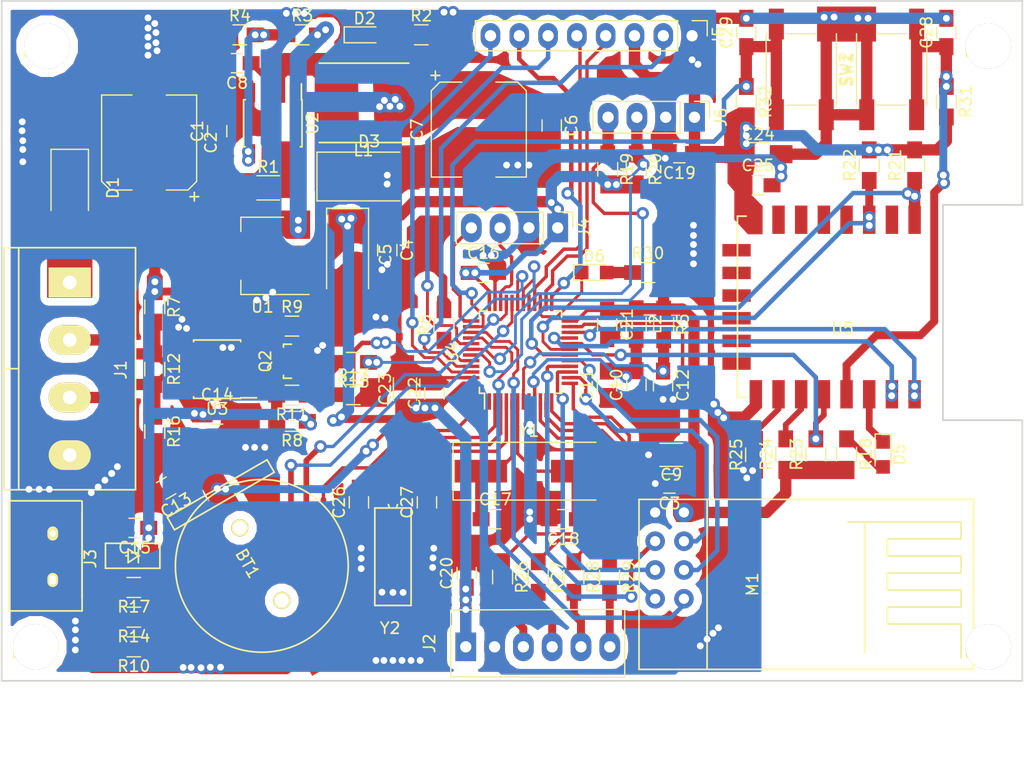
<source format=kicad_pcb>
(kicad_pcb (version 4) (host pcbnew 4.0.6)
  (title_block (title Master-Node) (date 2018-01-03) (rev nhantt) (company nhantt))
  (layers (0 F.Cu signal) (31 B.Cu signal) (34 B.Paste user) (35 F.Paste user) (36 B.SilkS user) (37 F.SilkS user) (38 B.Mask user) (39 F.Mask user) (44 Edge.Cuts user))
  (net 0 "")
  (net 1 "Net-(BT1-Pad1)")
  (net 2 GND)
  (net 3 +12V)
  (net 4 +3V3)
  (net 5 +5V)
  (net 6 "Net-(C8-Pad1)")
  (net 7 "Net-(C10-Pad2)")
  (net 8 "Net-(C12-Pad1)")
  (net 9 /OSCI)
  (net 10 /OSCO)
  (net 11 /OSC32I)
  (net 12 /OSC32O)
  (net 13 /LED_CONNECT)
  (net 14 VIN)
  (net 15 "Net-(D2-Pad2)")
  (net 16 "Net-(D3-Pad1)")
  (net 17 "Net-(D4-Pad2)")
  (net 18 "Net-(D5-Pad2)")
  (net 19 "Net-(D6-Pad2)")
  (net 20 /LED_STT)
  (net 21 /B)
  (net 22 /A)
  (net 23 "Net-(J2-Pad3)")
  (net 24 "Net-(J2-Pad4)")
  (net 25 "Net-(J2-Pad5)")
  (net 26 "Net-(J2-Pad6)")
  (net 27 "Net-(J3-Pad2)")
  (net 28 "Net-(J3-Pad3)")
  (net 29 "Net-(J3-Pad4)")
  (net 30 /SWDIO)
  (net 31 /SWCLK)
  (net 32 /BL)
  (net 33 /CLK)
  (net 34 /DIN)
  (net 35 /DC)
  (net 36 /CE)
  (net 37 /RST)
  (net 38 /SCL)
  (net 39 /SDA)
  (net 40 /nRF_CE)
  (net 41 /nRF_CSN)
  (net 42 /nRF_SCK)
  (net 43 /nRF_MOSI)
  (net 44 /nRF_MISO)
  (net 45 /nRF_IRQ)
  (net 46 "Net-(Q2-Pad1)")
  (net 47 "Net-(Q2-Pad3)")
  (net 48 "Net-(R1-Pad2)")
  (net 49 "Net-(R3-Pad1)")
  (net 50 "Net-(R6-Pad1)")
  (net 51 "Net-(R11-Pad2)")
  (net 52 /USB_DIS)
  (net 53 /485_RX)
  (net 54 /USBDP)
  (net 55 /USBDM)
  (net 56 /ESP_RST)
  (net 57 /ESP_EN)
  (net 58 /ESP_PRO)
  (net 59 "Net-(R24-Pad2)")
  (net 60 "Net-(R25-Pad2)")
  (net 61 /I/O1)
  (net 62 /I/O2)
  (net 63 /I/O3)
  (net 64 /I/O4)
  (net 65 /485_TX)
  (net 66 /ESP_RX)
  (net 67 /ESP_TX)
  (net 68 "Net-(U5-Pad2)")
  (net 69 "Net-(U5-Pad4)")
  (net 70 "Net-(U5-Pad5)")
  (net 71 "Net-(U5-Pad6)")
  (net 72 "Net-(U5-Pad7)")
  (net 73 /SMART_CFG)
  (net 74 /CFG_nRF)
  (net 75 "Net-(U4-Pad29)")
  (module nhantt-kicad-lib:Vit-4mm (layer F.Cu) (at 93 127)
    (fp_text reference REF** (at 0 0.5) (layer F.SilkS))
    (fp_text value Vit-4mm)
    (pad 1 thru_hole circle (at 0 0) (size 4 4) (drill 4) (layers *.Cu *.Mask F.SilkS))
  )
  (module nhantt-kicad-lib:Vit-4mm (layer F.Cu) (at 177 127)
    (fp_text reference REF** (at 0 0.5) (layer F.SilkS))
    (fp_text value Vit-4mm)
    (pad 1 thru_hole circle (at 0 0) (size 4 4) (drill 4) (layers *.Cu *.Mask F.SilkS))
  )
  (module nhantt-kicad-lib:Vit-4mm (layer F.Cu) (at 94 74)
    (fp_text reference REF** (at 0 0.5) (layer F.SilkS))
    (fp_text value Vit-4mm)
    (pad 1 thru_hole circle (at 0 0) (size 4 4) (drill 4) (layers *.Cu *.Mask F.SilkS))
  )
  (module nhantt-kicad-lib:BT3V3 (layer F.Cu) (at 109 113.035898 300)
    (fp_text reference BT1 (at 7.0612 0.9906 300) (layer F.SilkS))
    (fp_text value 3V3)
    (pad 1 smd rect (at 0 0 300) (size 5 2) (layers F.Cu F.Paste F.Mask) (net 1 "Net-(BT1-Pad1)"))
    (pad 2 smd rect (at 16 0 300) (size 5 2) (layers F.Cu F.Paste F.Mask) (net 2 GND))
    (pad 3 thru_hole circle (at 4 0 300) (size 1.524 1.524) (drill 1.2) (layers *.Cu *.Mask F.SilkS))
    (pad 3 thru_hole circle (at 11.4 0 300) (size 1.524 1.524) (drill 1.2) (layers *.Cu *.Mask F.SilkS))
  )
  (module Capacitors_SMD:C_0805_HandSoldering (layer F.Cu) (at 109 81.5 90)
    (fp_text reference C1 (at 0 -1.75 90) (layer F.SilkS))
    (fp_text value 100nF)
    (pad 1 smd rect (at -1.25 0 90) (size 1.5 1.25) (layers F.Cu F.Paste F.Mask) (net 3 +12V))
    (pad 2 smd rect (at 1.25 0 90) (size 1.5 1.25) (layers F.Cu F.Paste F.Mask) (net 2 GND))
  )
  (module nhantt-kicad-lib:CP_Elec_8x10.5 (layer F.Cu) (at 103 82.5 90)
    (fp_text reference C2 (at 0 5.45 90) (layer F.SilkS))
    (fp_text value 100uF)
    (fp_text user + (at -4.78 3.91 90) (layer F.SilkS))
    (pad 1 smd rect (at -3.5 0 270) (size 4.5 2.5) (layers F.Cu F.Paste F.Mask) (net 3 +12V))
    (pad 2 smd rect (at 3.5 0 270) (size 4.5 2.5) (layers F.Cu F.Paste F.Mask) (net 2 GND))
  )
  (module Capacitors_SMD:C_0805_HandSoldering (layer F.Cu) (at 148.88 112.59 180)
    (fp_text reference C3 (at 0 -1.75 180) (layer F.SilkS))
    (fp_text value 100nF)
    (pad 1 smd rect (at -1.25 0 180) (size 1.5 1.25) (layers F.Cu F.Paste F.Mask) (net 4 +3V3))
    (pad 2 smd rect (at 1.25 0 180) (size 1.5 1.25) (layers F.Cu F.Paste F.Mask) (net 2 GND))
  )
  (module Capacitors_SMD:C_0805_HandSoldering (layer F.Cu) (at 124 92 270)
    (fp_text reference C4 (at 0 -1.75 270) (layer F.SilkS))
    (fp_text value 100nF)
    (pad 1 smd rect (at -1.25 0 270) (size 1.5 1.25) (layers F.Cu F.Paste F.Mask) (net 4 +3V3))
    (pad 2 smd rect (at 1.25 0 270) (size 1.5 1.25) (layers F.Cu F.Paste F.Mask) (net 2 GND))
  )
  (module Capacitors_Tantalum_SMD:CP_Tantalum_Case-C_EIA-6032-28_Reflow (layer F.Cu) (at 120.5 92.4 270)
    (fp_text reference C5 (at 0 -3.35 270) (layer F.SilkS))
    (fp_text value 47uF)
    (pad 1 smd rect (at -2.525 0 270) (size 2.55 2.5) (layers F.Cu F.Paste F.Mask) (net 4 +3V3))
    (pad 2 smd rect (at 2.525 0 270) (size 2.55 2.5) (layers F.Cu F.Paste F.Mask) (net 2 GND))
  )
  (module Capacitors_SMD:C_0805_HandSoldering (layer F.Cu) (at 138.5 81 270)
    (fp_text reference C6 (at 0 -1.75 270) (layer F.SilkS))
    (fp_text value 100nF)
    (pad 1 smd rect (at -1.25 0 270) (size 1.5 1.25) (layers F.Cu F.Paste F.Mask) (net 5 +5V))
    (pad 2 smd rect (at 1.25 0 270) (size 1.5 1.25) (layers F.Cu F.Paste F.Mask) (net 2 GND))
  )
  (module nhantt-kicad-lib:CP_Elec_8x10 (layer F.Cu) (at 132.07 81.36 270)
    (fp_text reference C7 (at 0 5.45 270) (layer F.SilkS))
    (fp_text value 100uF)
    (fp_text user + (at -4.78 3.9 270) (layer F.SilkS))
    (pad 1 smd rect (at -3.05 0 90) (size 4 2.5) (layers F.Cu F.Paste F.Mask) (net 5 +5V))
    (pad 2 smd rect (at 3.05 0 90) (size 4 2.5) (layers F.Cu F.Paste F.Mask) (net 2 GND))
  )
  (module Capacitors_SMD:C_0805_HandSoldering (layer F.Cu) (at 110.75 75.5 180)
    (fp_text reference C8 (at 0 -1.75 180) (layer F.SilkS))
    (fp_text value 33p)
    (pad 1 smd rect (at -1.25 0 180) (size 1.5 1.25) (layers F.Cu F.Paste F.Mask) (net 6 "Net-(C8-Pad1)"))
    (pad 2 smd rect (at 1.25 0 180) (size 1.5 1.25) (layers F.Cu F.Paste F.Mask) (net 2 GND))
  )
  (module Capacitors_SMD:C_1206_HandSoldering (layer F.Cu) (at 149.04 110.06 180)
    (fp_text reference C9 (at 0 -1.75 180) (layer F.SilkS))
    (fp_text value 10uF)
    (pad 1 smd rect (at -2 0 180) (size 2 1.6) (layers F.Cu F.Paste F.Mask) (net 4 +3V3))
    (pad 2 smd rect (at 2 0 180) (size 2 1.6) (layers F.Cu F.Paste F.Mask) (net 2 GND))
  )
  (module Capacitors_SMD:C_0805_HandSoldering (layer F.Cu) (at 145.97 103.885477 90)
    (fp_text reference C10 (at 0 -1.75 90) (layer F.SilkS))
    (fp_text value 1uF)
    (pad 1 smd rect (at -1.25 0 90) (size 1.5 1.25) (layers F.Cu F.Paste F.Mask) (net 2 GND))
    (pad 2 smd rect (at 1.25 0 90) (size 1.5 1.25) (layers F.Cu F.Paste F.Mask) (net 7 "Net-(C10-Pad2)"))
  )
  (module Capacitors_SMD:C_0805_HandSoldering (layer F.Cu) (at 143.37 103.92 90)
    (fp_text reference C11 (at 0 -1.75 90) (layer F.SilkS))
    (fp_text value 100nF)
    (pad 1 smd rect (at -1.25 0 90) (size 1.5 1.25) (layers F.Cu F.Paste F.Mask) (net 2 GND))
    (pad 2 smd rect (at 1.25 0 90) (size 1.5 1.25) (layers F.Cu F.Paste F.Mask) (net 7 "Net-(C10-Pad2)"))
  )
  (module Capacitors_SMD:C_0805_HandSoldering (layer F.Cu) (at 148.32 103.92 270)
    (fp_text reference C12 (at 0 -1.75 270) (layer F.SilkS))
    (fp_text value 100nF)
    (pad 1 smd rect (at -1.25 0 270) (size 1.5 1.25) (layers F.Cu F.Paste F.Mask) (net 8 "Net-(C12-Pad1)"))
    (pad 2 smd rect (at 1.25 0 270) (size 1.5 1.25) (layers F.Cu F.Paste F.Mask) (net 2 GND))
  )
  (module Capacitors_SMD:C_0805_HandSoldering (layer F.Cu) (at 104.5 113 210)
    (fp_text reference C13 (at 0 -1.75 210) (layer F.SilkS))
    (fp_text value 100nF)
    (pad 1 smd rect (at -1.25 0 210) (size 1.5 1.25) (layers F.Cu F.Paste F.Mask) (net 1 "Net-(BT1-Pad1)"))
    (pad 2 smd rect (at 1.25 0 210) (size 1.5 1.25) (layers F.Cu F.Paste F.Mask) (net 2 GND))
  )
  (module Capacitors_SMD:C_0805_HandSoldering (layer F.Cu) (at 109 106.5)
    (fp_text reference C14 (at 0 -1.75) (layer F.SilkS))
    (fp_text value 100nF)
    (pad 1 smd rect (at -1.25 0) (size 1.5 1.25) (layers F.Cu F.Paste F.Mask) (net 5 +5V))
    (pad 2 smd rect (at 1.25 0) (size 1.5 1.25) (layers F.Cu F.Paste F.Mask) (net 2 GND))
  )
  (module Capacitors_SMD:C_0805_HandSoldering (layer F.Cu) (at 101.715477 116.5 180)
    (fp_text reference C15 (at 0 -1.75 180) (layer F.SilkS))
    (fp_text value 100nF)
    (pad 1 smd rect (at -1.25 0 180) (size 1.5 1.25) (layers F.Cu F.Paste F.Mask) (net 5 +5V))
    (pad 2 smd rect (at 1.25 0 180) (size 1.5 1.25) (layers F.Cu F.Paste F.Mask) (net 2 GND))
  )
  (module Capacitors_SMD:C_0805_HandSoldering (layer F.Cu) (at 132.48 94)
    (fp_text reference C16 (at 0 -1.75) (layer F.SilkS))
    (fp_text value 100nF)
    (pad 1 smd rect (at -1.25 0) (size 1.5 1.25) (layers F.Cu F.Paste F.Mask) (net 4 +3V3))
    (pad 2 smd rect (at 1.25 0) (size 1.5 1.25) (layers F.Cu F.Paste F.Mask) (net 2 GND))
  )
  (module Capacitors_SMD:C_0805_HandSoldering (layer F.Cu) (at 133.52 115.74)
    (fp_text reference C17 (at 0 -1.75) (layer F.SilkS))
    (fp_text value 22pF)
    (pad 1 smd rect (at -1.25 0) (size 1.5 1.25) (layers F.Cu F.Paste F.Mask) (net 9 /OSCI))
    (pad 2 smd rect (at 1.25 0) (size 1.5 1.25) (layers F.Cu F.Paste F.Mask) (net 2 GND))
  )
  (module Capacitors_SMD:C_0805_HandSoldering (layer F.Cu) (at 139.52 115.74 180)
    (fp_text reference C18 (at 0 -1.75 180) (layer F.SilkS))
    (fp_text value 22pF)
    (pad 1 smd rect (at -1.25 0 180) (size 1.5 1.25) (layers F.Cu F.Paste F.Mask) (net 10 /OSCO))
    (pad 2 smd rect (at 1.25 0 180) (size 1.5 1.25) (layers F.Cu F.Paste F.Mask) (net 2 GND))
  )
  (module Capacitors_SMD:C_0805_HandSoldering (layer F.Cu) (at 149.76 83.44 180)
    (fp_text reference C19 (at 0 -1.75 180) (layer F.SilkS))
    (fp_text value 100nF)
    (pad 1 smd rect (at -1.25 0 180) (size 1.5 1.25) (layers F.Cu F.Paste F.Mask) (net 4 +3V3))
    (pad 2 smd rect (at 1.25 0 180) (size 1.5 1.25) (layers F.Cu F.Paste F.Mask) (net 2 GND))
  )
  (module Capacitors_SMD:C_0805_HandSoldering (layer F.Cu) (at 131 120.5 90)
    (fp_text reference C20 (at 0 -1.75 90) (layer F.SilkS))
    (fp_text value 100nF)
    (pad 1 smd rect (at -1.25 0 90) (size 1.5 1.25) (layers F.Cu F.Paste F.Mask) (net 4 +3V3))
    (pad 2 smd rect (at 1.25 0 90) (size 1.5 1.25) (layers F.Cu F.Paste F.Mask) (net 2 GND))
  )
  (module Capacitors_SMD:C_0805_HandSoldering (layer F.Cu) (at 143.39 98.56 270)
    (fp_text reference C21 (at 0 -1.75 270) (layer F.SilkS))
    (fp_text value 100nF)
    (pad 1 smd rect (at -1.25 0 270) (size 1.5 1.25) (layers F.Cu F.Paste F.Mask) (net 4 +3V3))
    (pad 2 smd rect (at 1.25 0 270) (size 1.5 1.25) (layers F.Cu F.Paste F.Mask) (net 2 GND))
  )
  (module Capacitors_SMD:C_0805_HandSoldering (layer F.Cu) (at 128.16 104.64 90)
    (fp_text reference C22 (at 0 -1.75 90) (layer F.SilkS))
    (fp_text value 100nF)
    (pad 1 smd rect (at -1.25 0 90) (size 1.5 1.25) (layers F.Cu F.Paste F.Mask) (net 4 +3V3))
    (pad 2 smd rect (at 1.25 0 90) (size 1.5 1.25) (layers F.Cu F.Paste F.Mask) (net 2 GND))
  )
  (module Capacitors_SMD:C_1206_HandSoldering (layer F.Cu) (at 125.56 104.26 90)
    (fp_text reference C23 (at 0 -1.75 90) (layer F.SilkS))
    (fp_text value 10uF)
    (pad 1 smd rect (at -2 0 90) (size 2 1.6) (layers F.Cu F.Paste F.Mask) (net 4 +3V3))
    (pad 2 smd rect (at 2 0 90) (size 2 1.6) (layers F.Cu F.Paste F.Mask) (net 2 GND))
  )
  (module Capacitors_SMD:C_1206_HandSoldering (layer F.Cu) (at 156.73 83.53)
    (fp_text reference C24 (at 0 -1.75) (layer F.SilkS))
    (fp_text value 10uF)
    (pad 1 smd rect (at -2 0) (size 2 1.6) (layers F.Cu F.Paste F.Mask) (net 4 +3V3))
    (pad 2 smd rect (at 2 0) (size 2 1.6) (layers F.Cu F.Paste F.Mask) (net 2 GND))
  )
  (module Capacitors_SMD:C_0805_HandSoldering (layer F.Cu) (at 156.68 86.27)
    (fp_text reference C25 (at 0 -1.75) (layer F.SilkS))
    (fp_text value 100nF)
    (pad 1 smd rect (at -1.25 0) (size 1.5 1.25) (layers F.Cu F.Paste F.Mask) (net 4 +3V3))
    (pad 2 smd rect (at 1.25 0) (size 1.5 1.25) (layers F.Cu F.Paste F.Mask) (net 2 GND))
  )
  (module Capacitors_SMD:C_0805_HandSoldering (layer F.Cu) (at 121.5 114.25 90)
    (fp_text reference C26 (at 0 -1.75 90) (layer F.SilkS))
    (fp_text value 22pF)
    (pad 1 smd rect (at -1.25 0 90) (size 1.5 1.25) (layers F.Cu F.Paste F.Mask) (net 2 GND))
    (pad 2 smd rect (at 1.25 0 90) (size 1.5 1.25) (layers F.Cu F.Paste F.Mask) (net 11 /OSC32I))
  )
  (module Capacitors_SMD:C_0805_HandSoldering (layer F.Cu) (at 127.5 114.25 90)
    (fp_text reference C27 (at 0 -1.75 90) (layer F.SilkS))
    (fp_text value 22pF)
    (pad 1 smd rect (at -1.25 0 90) (size 1.5 1.25) (layers F.Cu F.Paste F.Mask) (net 2 GND))
    (pad 2 smd rect (at 1.25 0 90) (size 1.5 1.25) (layers F.Cu F.Paste F.Mask) (net 12 /OSC32O))
  )
  (module Capacitors_SMD:C_0805_HandSoldering (layer F.Cu) (at 173.3 72.79 90)
    (fp_text reference C28 (at 0 -1.75 90) (layer F.SilkS))
    (fp_text value 100nF)
    (pad 1 smd rect (at -1.25 0 90) (size 1.5 1.25) (layers F.Cu F.Paste F.Mask) (net 73 /SMART_CFG))
    (pad 2 smd rect (at 1.25 0 90) (size 1.5 1.25) (layers F.Cu F.Paste F.Mask) (net 2 GND))
  )
  (module nhantt-kicad-lib:D_SMA_Standard (layer F.Cu) (at 96 86.5 270)
    (fp_text reference D1 (at 0 -3.81 270) (layer F.SilkS))
    (fp_text value D_ALT)
    (pad 1 smd rect (at -2 0 270) (size 2.5 1.8) (layers F.Cu F.Paste F.Mask) (net 3 +12V))
    (pad 2 smd rect (at 2 0 270) (size 2.5 1.8) (layers F.Cu F.Paste F.Mask) (net 14 VIN))
  )
  (module LEDs:LED_0805 (layer F.Cu) (at 122 73)
    (fp_text reference D2 (at 0 -1.45) (layer F.SilkS))
    (fp_text value LED)
    (pad 2 smd rect (at 1.1 0 180) (size 1.2 1.2) (layers F.Cu F.Paste F.Mask) (net 15 "Net-(D2-Pad2)"))
    (pad 1 smd rect (at -1.1 0 180) (size 1.2 1.2) (layers F.Cu F.Paste F.Mask) (net 2 GND))
  )
  (module nhantt-kicad-lib:D_SMB_Handsoldering (layer F.Cu) (at 122.4 85.5)
    (fp_text reference D3 (at 0 -3.1) (layer F.SilkS))
    (fp_text value D_Schottky)
    (pad 1 smd rect (at -2.7 0) (size 3.5 2.3) (layers F.Cu F.Paste F.Mask) (net 16 "Net-(D3-Pad1)"))
    (pad 2 smd rect (at 2.7 0) (size 3.5 2.3) (layers F.Cu F.Paste F.Mask) (net 2 GND))
  )
  (module nhantt-kicad-lib:SOD-80 (layer F.Cu) (at 101.55 118.968751 180)
    (fp_text reference D4 hide)
    (fp_text value D_ALT hide)
    (pad 1 smd rect (at -1.5 0 180) (size 1.5 2) (layers F.Cu F.Paste F.Mask) (net 5 +5V))
    (pad 2 smd rect (at 1.5 0 180) (size 1.5 2) (layers F.Cu F.Paste F.Mask) (net 17 "Net-(D4-Pad2)"))
  )
  (module LEDs:LED_0805 (layer F.Cu) (at 167.72 110.02 270)
    (fp_text reference D5 (at 0 -1.45 270) (layer F.SilkS))
    (fp_text value LED)
    (pad 2 smd rect (at 1.1 0 90) (size 1.2 1.2) (layers F.Cu F.Paste F.Mask) (net 18 "Net-(D5-Pad2)"))
    (pad 1 smd rect (at -1.1 0 90) (size 1.2 1.2) (layers F.Cu F.Paste F.Mask) (net 13 /LED_CONNECT))
  )
  (module LEDs:LED_0805 (layer F.Cu) (at 142.245782 93.971704)
    (fp_text reference D6 (at 0 -1.45) (layer F.SilkS))
    (fp_text value LED)
    (pad 2 smd rect (at 1.1 0 180) (size 1.2 1.2) (layers F.Cu F.Paste F.Mask) (net 19 "Net-(D6-Pad2)"))
    (pad 1 smd rect (at -1.1 0 180) (size 1.2 1.2) (layers F.Cu F.Paste F.Mask) (net 20 /LED_STT))
  )
  (module nhantt-kicad-lib:Domino-5.08mm_4pol (layer F.Cu) (at 96 102.46 270)
    (fp_text reference J1 (at 0.1 -4.5 270) (layer F.SilkS))
    (fp_text value CONN_01X04 hide)
    (pad 4 thru_hole oval (at 7.62 0 270) (size 2.624 3.724) (drill 1.2) (layers *.Cu *.Mask F.SilkS) (net 2 GND))
    (pad 3 thru_hole oval (at 2.54 0 270) (size 2.624 3.724) (drill 1.2) (layers *.Cu *.Mask F.SilkS) (net 21 /B))
    (pad 2 thru_hole oval (at -2.54 0 270) (size 2.624 3.724) (drill 1.2) (layers *.Cu *.Mask F.SilkS) (net 22 /A))
    (pad 1 thru_hole rect (at -7.62 0 270) (size 2.624 3.724) (drill 1.2) (layers *.Cu *.Mask F.SilkS) (net 14 VIN))
  )
  (module nhantt-kicad-lib:Header-6pin-2.54-white (layer F.Cu) (at 130.92 127 90)
    (fp_text reference J2 (at 0.3048 -3.2004 90) (layer F.SilkS))
    (fp_text value CONN_01X06)
    (pad 1 thru_hole rect (at 0 0 90) (size 2.524 1.824) (drill 1) (layers *.Cu *.Mask) (net 4 +3V3))
    (pad 2 thru_hole oval (at 0 2.54 90) (size 2.524 1.824) (drill 1) (layers *.Cu *.Mask) (net 2 GND))
    (pad 3 thru_hole oval (at 0 5.08 90) (size 2.524 1.824) (drill 1) (layers *.Cu *.Mask) (net 23 "Net-(J2-Pad3)"))
    (pad 4 thru_hole oval (at 0 7.62 90) (size 2.524 1.824) (drill 1) (layers *.Cu *.Mask) (net 24 "Net-(J2-Pad4)"))
    (pad 5 thru_hole oval (at 0 10.16 90) (size 2.524 1.824) (drill 1) (layers *.Cu *.Mask) (net 25 "Net-(J2-Pad5)"))
    (pad 6 thru_hole oval (at 0 12.7 90) (size 2.524 1.824) (drill 1) (layers *.Cu *.Mask) (net 26 "Net-(J2-Pad6)"))
  )
  (module nhantt-kicad-lib:USB_Micro-B (layer F.Cu) (at 94.5 117 270)
    (fp_text reference J3 (at 2.225 -3.325 270) (layer F.SilkS))
    (fp_text value USB_OTG)
    (pad 1 smd rect (at 0.76666 -1.07994) (size 1.35 0.4) (layers F.Cu F.Paste F.Mask) (net 17 "Net-(D4-Pad2)"))
    (pad 2 smd rect (at 1.41666 -1.07994) (size 1.35 0.4) (layers F.Cu F.Paste F.Mask) (net 27 "Net-(J3-Pad2)"))
    (pad 3 smd rect (at 2.06666 -1.07994) (size 1.35 0.4) (layers F.Cu F.Paste F.Mask) (net 28 "Net-(J3-Pad3)"))
    (pad 4 smd rect (at 2.71666 -1.07994) (size 1.35 0.4) (layers F.Cu F.Paste F.Mask) (net 29 "Net-(J3-Pad4)"))
    (pad 5 smd rect (at 3.36666 -1.07994) (size 1.35 0.4) (layers F.Cu F.Paste F.Mask) (net 2 GND))
    (pad 6 thru_hole oval (at 0 0) (size 0.95 1.25) (drill oval 0.55) (layers *.Cu *.Mask F.SilkS) (net 2 GND))
    (pad 6 thru_hole oval (at 4.1 0) (size 0.95 1.25) (drill oval 0.55 0.85) (layers *.Cu *.Mask F.SilkS) (net 2 GND))
    (pad 6 smd rect (at -1.2192 2.1) (size 1 3) (layers F.Cu F.Paste F.Mask) (net 2 GND))
    (pad 6 smd rect (at 5.3 2.1) (size 1 3) (layers F.Cu F.Paste F.Mask) (net 2 GND))
  )
  (module nhantt-kicad-lib:Header-4pin-2.54 (layer F.Cu) (at 139.03 90.03 270)
    (fp_text reference J4 (at 0 -2.33 270) (layer F.SilkS))
    (fp_text value CONN_01X04)
    (pad 1 thru_hole rect (at 0 0 270) (size 2.524 1.824) (drill 1) (layers *.Cu *.Mask) (net 4 +3V3))
    (pad 2 thru_hole oval (at 0 2.54 270) (size 2.524 1.824) (drill 1) (layers *.Cu *.Mask) (net 2 GND))
    (pad 3 thru_hole oval (at 0 5.08 270) (size 2.524 1.824) (drill 1) (layers *.Cu *.Mask) (net 30 /SWDIO))
    (pad 4 thru_hole oval (at 0 7.62 270) (size 2.524 1.824) (drill 1) (layers *.Cu *.Mask) (net 31 /SWCLK))
  )
  (module nhantt-kicad-lib:Pin_Header_Straight_1x08_Pitch2.54mm (layer F.Cu) (at 150.88 73.08 270)
    (fp_text reference J5 (at 0 -2.33 270) (layer F.SilkS))
    (fp_text value CONN_01X08)
    (pad 1 thru_hole rect (at 0 0 270) (size 2.224 1.724) (drill 1) (layers *.Cu *.Mask) (net 2 GND))
    (pad 2 thru_hole oval (at 0 2.54 270) (size 2.224 1.724) (drill 1) (layers *.Cu *.Mask) (net 32 /BL))
    (pad 3 thru_hole oval (at 0 5.08 270) (size 2.224 1.724) (drill 1) (layers *.Cu *.Mask) (net 4 +3V3))
    (pad 4 thru_hole oval (at 0 7.62 270) (size 2.224 1.724) (drill 1) (layers *.Cu *.Mask) (net 33 /CLK))
    (pad 5 thru_hole oval (at 0 10.16 270) (size 2.224 1.724) (drill 1) (layers *.Cu *.Mask) (net 34 /DIN))
    (pad 6 thru_hole oval (at 0 12.7 270) (size 2.224 1.724) (drill 1) (layers *.Cu *.Mask) (net 35 /DC))
    (pad 7 thru_hole oval (at 0 15.24 270) (size 2.224 1.724) (drill 1) (layers *.Cu *.Mask) (net 36 /CE))
    (pad 8 thru_hole oval (at 0 17.78 270) (size 2.224 1.724) (drill 1) (layers *.Cu *.Mask) (net 37 /RST))
  )
  (module nhantt-kicad-lib:Header-4pin-2.54 (layer F.Cu) (at 151.09 80.27 270)
    (fp_text reference J6 (at 0 -2.33 270) (layer F.SilkS))
    (fp_text value CONN_01X04)
    (pad 1 thru_hole rect (at 0 0 270) (size 2.524 1.824) (drill 1) (layers *.Cu *.Mask) (net 4 +3V3))
    (pad 2 thru_hole oval (at 0 2.54 270) (size 2.524 1.824) (drill 1) (layers *.Cu *.Mask) (net 2 GND))
    (pad 3 thru_hole oval (at 0 5.08 270) (size 2.524 1.824) (drill 1) (layers *.Cu *.Mask) (net 38 /SCL))
    (pad 4 thru_hole oval (at 0 7.62 270) (size 2.524 1.824) (drill 1) (layers *.Cu *.Mask) (net 39 /SDA))
  )
  (module nhantt-kicad-lib:Inductor_5.2x5.8x4.5 (layer F.Cu) (at 122 79 180)
    (fp_text reference L1 (at 0.1 -4.2 180) (layer F.SilkS))
    (fp_text value L)
    (pad 1 smd rect (at -2.2 0 180) (size 2.624 6) (layers F.Cu F.Paste F.Mask) (net 5 +5V))
    (pad 2 smd rect (at 2.2 0 180) (size 2.624 6) (layers F.Cu F.Paste F.Mask) (net 16 "Net-(D3-Pad1)"))
  )
  (module Resistors_SMD:R_0805_HandSoldering (layer F.Cu) (at 145.95 98.52 270)
    (fp_text reference L2 (at 0 -1.7 270) (layer F.SilkS))
    (fp_text value L_Small)
    (pad 1 smd rect (at -1.35 0 270) (size 1.5 1.3) (layers F.Cu F.Paste F.Mask) (net 4 +3V3))
    (pad 2 smd rect (at 1.35 0 270) (size 1.5 1.3) (layers F.Cu F.Paste F.Mask) (net 7 "Net-(C10-Pad2)"))
  )
  (module nhantt-kicad-lib:NRF24L01 (layer F.Cu) (at 152.7 121.49 270)
    (fp_text reference M1 (at 0 -3.5 270) (layer F.SilkS))
    (fp_text value NRF24L01)
    (pad 1 thru_hole rect (at -6.35 5.08 270) (size 1.724 1.724) (drill 0.9) (layers *.Cu *.Mask) (net 2 GND))
    (pad 2 thru_hole circle (at -6.35 2.54 270) (size 1.724 1.724) (drill 0.9) (layers *.Cu *.Mask) (net 4 +3V3))
    (pad 3 thru_hole circle (at -3.81 5.08 270) (size 1.724 1.724) (drill 0.9) (layers *.Cu *.Mask) (net 40 /nRF_CE))
    (pad 4 thru_hole circle (at -3.81 2.54 270) (size 1.724 1.724) (drill 0.9) (layers *.Cu *.Mask) (net 41 /nRF_CSN))
    (pad 5 thru_hole circle (at -1.27 5.08 270) (size 1.724 1.724) (drill 0.9) (layers *.Cu *.Mask) (net 42 /nRF_SCK))
    (pad 6 thru_hole circle (at -1.27 2.54 270) (size 1.724 1.724) (drill 0.9) (layers *.Cu *.Mask) (net 43 /nRF_MOSI))
    (pad 7 thru_hole circle (at 1.27 5.08 270) (size 1.724 1.724) (drill 0.9) (layers *.Cu *.Mask) (net 44 /nRF_MISO))
    (pad 8 thru_hole circle (at 1.27 2.54 270) (size 1.724 1.724) (drill 0.9) (layers *.Cu *.Mask) (net 45 /nRF_IRQ))
  )
  (module nhantt-kicad-lib:SOT-23 (layer F.Cu) (at 115.5 101.8 90)
    (fp_text reference Q2 (at 0 -2.25 90) (layer F.SilkS))
    (fp_text value C1815)
    (pad 1 smd rect (at -0.95 1.00076 90) (size 0.8001 1.254) (layers F.Cu F.Paste F.Mask) (net 46 "Net-(Q2-Pad1)"))
    (pad 2 smd rect (at 0.95 1.00076 90) (size 0.8001 1.254) (layers F.Cu F.Paste F.Mask) (net 2 GND))
    (pad 3 smd rect (at 0 -1 90) (size 0.8001 1.254) (layers F.Cu F.Paste F.Mask) (net 47 "Net-(Q2-Pad3)"))
  )
  (module Resistors_SMD:R_1206_HandSoldering (layer F.Cu) (at 113.5 86.5)
    (fp_text reference R1 (at 0 -1.85) (layer F.SilkS))
    (fp_text value 0.15)
    (pad 1 smd rect (at -2 0) (size 2 1.7) (layers F.Cu F.Paste F.Mask) (net 3 +12V))
    (pad 2 smd rect (at 2 0) (size 2 1.7) (layers F.Cu F.Paste F.Mask) (net 48 "Net-(R1-Pad2)"))
  )
  (module Resistors_SMD:R_0805_HandSoldering (layer F.Cu) (at 127 73)
    (fp_text reference R2 (at 0 -1.7) (layer F.SilkS))
    (fp_text value 1k)
    (pad 1 smd rect (at -1.35 0) (size 1.5 1.3) (layers F.Cu F.Paste F.Mask) (net 15 "Net-(D2-Pad2)"))
    (pad 2 smd rect (at 1.35 0) (size 1.5 1.3) (layers F.Cu F.Paste F.Mask) (net 5 +5V))
  )
  (module Resistors_SMD:R_0805_HandSoldering (layer F.Cu) (at 116.5 73)
    (fp_text reference R3 (at 0 -1.7) (layer F.SilkS))
    (fp_text value 3k)
    (pad 1 smd rect (at -1.35 0) (size 1.5 1.3) (layers F.Cu F.Paste F.Mask) (net 49 "Net-(R3-Pad1)"))
    (pad 2 smd rect (at 1.35 0) (size 1.5 1.3) (layers F.Cu F.Paste F.Mask) (net 5 +5V))
  )
  (module Resistors_SMD:R_0805_HandSoldering (layer F.Cu) (at 111 73)
    (fp_text reference R4 (at 0 -1.7) (layer F.SilkS))
    (fp_text value 1k)
    (pad 1 smd rect (at -1.35 0) (size 1.5 1.3) (layers F.Cu F.Paste F.Mask) (net 2 GND))
    (pad 2 smd rect (at 1.35 0) (size 1.5 1.3) (layers F.Cu F.Paste F.Mask) (net 49 "Net-(R3-Pad1)"))
  )
  (module Resistors_SMD:R_0805_HandSoldering (layer F.Cu) (at 148.37 98.55 270)
    (fp_text reference R5 (at 0 -1.7 270) (layer F.SilkS))
    (fp_text value 10k)
    (pad 1 smd rect (at -1.35 0 270) (size 1.5 1.3) (layers F.Cu F.Paste F.Mask) (net 4 +3V3))
    (pad 2 smd rect (at 1.35 0 270) (size 1.5 1.3) (layers F.Cu F.Paste F.Mask) (net 8 "Net-(C12-Pad1)"))
  )
  (module Resistors_SMD:R_0805_HandSoldering (layer F.Cu) (at 129 98.6 90)
    (fp_text reference R6 (at 0 -1.7 90) (layer F.SilkS))
    (fp_text value 10k)
    (pad 1 smd rect (at -1.35 0 90) (size 1.5 1.3) (layers F.Cu F.Paste F.Mask) (net 50 "Net-(R6-Pad1)"))
    (pad 2 smd rect (at 1.35 0 90) (size 1.5 1.3) (layers F.Cu F.Paste F.Mask) (net 2 GND))
  )
  (module Resistors_SMD:R_0805_HandSoldering (layer F.Cu) (at 103.5 97 270)
    (fp_text reference R7 (at 0 -1.7 270) (layer F.SilkS))
    (fp_text value 20k)
    (pad 1 smd rect (at -1.35 0 270) (size 1.5 1.3) (layers F.Cu F.Paste F.Mask) (net 5 +5V))
    (pad 2 smd rect (at 1.35 0 270) (size 1.5 1.3) (layers F.Cu F.Paste F.Mask) (net 22 /A))
  )
  (module Resistors_SMD:R_0805_HandSoldering (layer F.Cu) (at 115.6 107.1 180)
    (fp_text reference R8 (at 0 -1.7 180) (layer F.SilkS))
    (fp_text value 10k)
    (pad 1 smd rect (at -1.35 0 180) (size 1.5 1.3) (layers F.Cu F.Paste F.Mask) (net 5 +5V))
    (pad 2 smd rect (at 1.35 0 180) (size 1.5 1.3) (layers F.Cu F.Paste F.Mask) (net 51 "Net-(R11-Pad2)"))
  )
  (module Resistors_SMD:R_0805_HandSoldering (layer F.Cu) (at 115.6 98.7)
    (fp_text reference R9 (at 0 -1.7) (layer F.SilkS))
    (fp_text value 10k)
    (pad 1 smd rect (at -1.35 0) (size 1.5 1.3) (layers F.Cu F.Paste F.Mask) (net 5 +5V))
    (pad 2 smd rect (at 1.35 0) (size 1.5 1.3) (layers F.Cu F.Paste F.Mask) (net 47 "Net-(Q2-Pad3)"))
  )
  (module Resistors_SMD:R_0805_HandSoldering (layer F.Cu) (at 101.65 127 180)
    (fp_text reference R10 (at 0 -1.7 180) (layer F.SilkS))
    (fp_text value 1.5k)
    (pad 1 smd rect (at -1.35 0 180) (size 1.5 1.3) (layers F.Cu F.Paste F.Mask) (net 52 /USB_DIS))
    (pad 2 smd rect (at 1.35 0 180) (size 1.5 1.3) (layers F.Cu F.Paste F.Mask) (net 28 "Net-(J3-Pad3)"))
  )
  (module Resistors_SMD:R_0805_HandSoldering (layer F.Cu) (at 115.6 104.8 180)
    (fp_text reference R11 (at 0 -1.7 180) (layer F.SilkS))
    (fp_text value 4.7k)
    (pad 1 smd rect (at -1.35 0 180) (size 1.5 1.3) (layers F.Cu F.Paste F.Mask) (net 53 /485_RX))
    (pad 2 smd rect (at 1.35 0 180) (size 1.5 1.3) (layers F.Cu F.Paste F.Mask) (net 51 "Net-(R11-Pad2)"))
  )
  (module Resistors_SMD:R_0805_HandSoldering (layer F.Cu) (at 103.5 102.5 270)
    (fp_text reference R12 (at 0 -1.7 270) (layer F.SilkS))
    (fp_text value 2.2k)
    (pad 1 smd rect (at -1.35 0 270) (size 1.5 1.3) (layers F.Cu F.Paste F.Mask) (net 22 /A))
    (pad 2 smd rect (at 1.35 0 270) (size 1.5 1.3) (layers F.Cu F.Paste F.Mask) (net 21 /B))
  )
  (module Resistors_SMD:R_0805_HandSoldering (layer F.Cu) (at 121 104.75)
    (fp_text reference R13 (at 0 -1.7) (layer F.SilkS))
    (fp_text value 10k)
    (pad 1 smd rect (at -1.35 0) (size 1.5 1.3) (layers F.Cu F.Paste F.Mask) (net 53 /485_RX))
    (pad 2 smd rect (at 1.35 0) (size 1.5 1.3) (layers F.Cu F.Paste F.Mask) (net 2 GND))
  )
  (module Resistors_SMD:R_0805_HandSoldering (layer F.Cu) (at 101.65 124.38125 180)
    (fp_text reference R14 (at 0 -1.7 180) (layer F.SilkS))
    (fp_text value 22R)
    (pad 1 smd rect (at -1.35 0 180) (size 1.5 1.3) (layers F.Cu F.Paste F.Mask) (net 54 /USBDP))
    (pad 2 smd rect (at 1.35 0 180) (size 1.5 1.3) (layers F.Cu F.Paste F.Mask) (net 28 "Net-(J3-Pad3)"))
  )
  (module Resistors_SMD:R_0805_HandSoldering (layer F.Cu) (at 121 101.9 180)
    (fp_text reference R15 (at 0 -1.7 180) (layer F.SilkS))
    (fp_text value 2.2k)
    (pad 1 smd rect (at -1.35 0 180) (size 1.5 1.3) (layers F.Cu F.Paste F.Mask) (net 65 /485_TX))
    (pad 2 smd rect (at 1.35 0 180) (size 1.5 1.3) (layers F.Cu F.Paste F.Mask) (net 46 "Net-(Q2-Pad1)"))
  )
  (module Resistors_SMD:R_0805_HandSoldering (layer F.Cu) (at 103.5 108 270)
    (fp_text reference R16 (at 0 -1.7 270) (layer F.SilkS))
    (fp_text value 20k)
    (pad 1 smd rect (at -1.35 0 270) (size 1.5 1.3) (layers F.Cu F.Paste F.Mask) (net 21 /B))
    (pad 2 smd rect (at 1.35 0 270) (size 1.5 1.3) (layers F.Cu F.Paste F.Mask) (net 2 GND))
  )
  (module Resistors_SMD:R_0805_HandSoldering (layer F.Cu) (at 101.65 121.7625 180)
    (fp_text reference R17 (at 0 -1.7 180) (layer F.SilkS))
    (fp_text value 22R)
    (pad 1 smd rect (at -1.35 0 180) (size 1.5 1.3) (layers F.Cu F.Paste F.Mask) (net 55 /USBDM))
    (pad 2 smd rect (at 1.35 0 180) (size 1.5 1.3) (layers F.Cu F.Paste F.Mask) (net 27 "Net-(J3-Pad2)"))
  )
  (module Resistors_SMD:R_0805_HandSoldering (layer F.Cu) (at 164.499998 110 270)
    (fp_text reference R18 (at 0 -1.7 270) (layer F.SilkS))
    (fp_text value 1k)
    (pad 1 smd rect (at -1.35 0 270) (size 1.5 1.3) (layers F.Cu F.Paste F.Mask) (net 18 "Net-(D5-Pad2)"))
    (pad 2 smd rect (at 1.35 0 270) (size 1.5 1.3) (layers F.Cu F.Paste F.Mask) (net 4 +3V3))
  )
  (module Resistors_SMD:R_0805_HandSoldering (layer F.Cu) (at 143.44 84.86 270)
    (fp_text reference R19 (at 0 -1.7 270) (layer F.SilkS))
    (fp_text value 4.7k)
    (pad 1 smd rect (at -1.35 0 270) (size 1.5 1.3) (layers F.Cu F.Paste F.Mask) (net 39 /SDA))
    (pad 2 smd rect (at 1.35 0 270) (size 1.5 1.3) (layers F.Cu F.Paste F.Mask) (net 4 +3V3))
  )
  (module Resistors_SMD:R_0805_HandSoldering (layer F.Cu) (at 145.95 84.86 270)
    (fp_text reference R20 (at 0 -1.7 270) (layer F.SilkS))
    (fp_text value 4.7k)
    (pad 1 smd rect (at -1.35 0 270) (size 1.5 1.3) (layers F.Cu F.Paste F.Mask) (net 38 /SCL))
    (pad 2 smd rect (at 1.35 0 270) (size 1.5 1.3) (layers F.Cu F.Paste F.Mask) (net 4 +3V3))
  )
  (module Resistors_SMD:R_0805_HandSoldering (layer F.Cu) (at 170.5 84.5 90)
    (fp_text reference R21 (at 0 -1.7 90) (layer F.SilkS))
    (fp_text value 10k)
    (pad 1 smd rect (at -1.35 0 90) (size 1.5 1.3) (layers F.Cu F.Paste F.Mask) (net 56 /ESP_RST))
    (pad 2 smd rect (at 1.35 0 90) (size 1.5 1.3) (layers F.Cu F.Paste F.Mask) (net 4 +3V3))
  )
  (module Resistors_SMD:R_0805_HandSoldering (layer F.Cu) (at 166.5 84.5 90)
    (fp_text reference R22 (at 0 -1.7 90) (layer F.SilkS))
    (fp_text value 10k)
    (pad 1 smd rect (at -1.35 0 90) (size 1.5 1.3) (layers F.Cu F.Paste F.Mask) (net 57 /ESP_EN))
    (pad 2 smd rect (at 1.35 0 90) (size 1.5 1.3) (layers F.Cu F.Paste F.Mask) (net 4 +3V3))
  )
  (module Resistors_SMD:R_0805_HandSoldering (layer F.Cu) (at 161.793332 110 90)
    (fp_text reference R23 (at 0 -1.7 90) (layer F.SilkS))
    (fp_text value 10k)
    (pad 1 smd rect (at -1.35 0 90) (size 1.5 1.3) (layers F.Cu F.Paste F.Mask) (net 4 +3V3))
    (pad 2 smd rect (at 1.35 0 90) (size 1.5 1.3) (layers F.Cu F.Paste F.Mask) (net 58 /ESP_PRO))
  )
  (module Resistors_SMD:R_0805_HandSoldering (layer F.Cu) (at 159.136666 110 90)
    (fp_text reference R24 (at 0 -1.7 90) (layer F.SilkS))
    (fp_text value 10k)
    (pad 1 smd rect (at -1.35 0 90) (size 1.5 1.3) (layers F.Cu F.Paste F.Mask) (net 4 +3V3))
    (pad 2 smd rect (at 1.35 0 90) (size 1.5 1.3) (layers F.Cu F.Paste F.Mask) (net 59 "Net-(R24-Pad2)"))
  )
  (module Resistors_SMD:R_0805_HandSoldering (layer F.Cu) (at 156.48 110.05 90)
    (fp_text reference R25 (at 0 -1.7 90) (layer F.SilkS))
    (fp_text value 10k)
    (pad 1 smd rect (at -1.35 0 90) (size 1.5 1.3) (layers F.Cu F.Paste F.Mask) (net 2 GND))
    (pad 2 smd rect (at 1.35 0 90) (size 1.5 1.3) (layers F.Cu F.Paste F.Mask) (net 60 "Net-(R25-Pad2)"))
  )
  (module Resistors_SMD:R_0805_HandSoldering (layer F.Cu) (at 134.16875 120.84 270)
    (fp_text reference R26 (at 0 -1.7 270) (layer F.SilkS))
    (fp_text value 0R)
    (pad 1 smd rect (at -1.35 0 270) (size 1.5 1.3) (layers F.Cu F.Paste F.Mask) (net 61 /I/O1))
    (pad 2 smd rect (at 1.35 0 270) (size 1.5 1.3) (layers F.Cu F.Paste F.Mask) (net 23 "Net-(J2-Pad3)"))
  )
  (module Resistors_SMD:R_0805_HandSoldering (layer F.Cu) (at 137.3125 120.84 270)
    (fp_text reference R27 (at 0 -1.7 270) (layer F.SilkS))
    (fp_text value 0R)
    (pad 1 smd rect (at -1.35 0 270) (size 1.5 1.3) (layers F.Cu F.Paste F.Mask) (net 62 /I/O2))
    (pad 2 smd rect (at 1.35 0 270) (size 1.5 1.3) (layers F.Cu F.Paste F.Mask) (net 24 "Net-(J2-Pad4)"))
  )
  (module Resistors_SMD:R_0805_HandSoldering (layer F.Cu) (at 140.45625 120.84 270)
    (fp_text reference R28 (at 0 -1.7 270) (layer F.SilkS))
    (fp_text value 0R)
    (pad 1 smd rect (at -1.35 0 270) (size 1.5 1.3) (layers F.Cu F.Paste F.Mask) (net 63 /I/O3))
    (pad 2 smd rect (at 1.35 0 270) (size 1.5 1.3) (layers F.Cu F.Paste F.Mask) (net 25 "Net-(J2-Pad5)"))
  )
  (module Resistors_SMD:R_0805_HandSoldering (layer F.Cu) (at 143.6 120.84 270)
    (fp_text reference R29 (at 0 -1.7 270) (layer F.SilkS))
    (fp_text value 0R)
    (pad 1 smd rect (at -1.35 0 270) (size 1.5 1.3) (layers F.Cu F.Paste F.Mask) (net 64 /I/O4))
    (pad 2 smd rect (at 1.35 0 270) (size 1.5 1.3) (layers F.Cu F.Paste F.Mask) (net 26 "Net-(J2-Pad6)"))
  )
  (module Resistors_SMD:R_0805_HandSoldering (layer F.Cu) (at 146.985782 93.971704)
    (fp_text reference R30 (at 0 -1.7) (layer F.SilkS))
    (fp_text value 1k)
    (pad 1 smd rect (at -1.35 0) (size 1.5 1.3) (layers F.Cu F.Paste F.Mask) (net 19 "Net-(D6-Pad2)"))
    (pad 2 smd rect (at 1.35 0) (size 1.5 1.3) (layers F.Cu F.Paste F.Mask) (net 4 +3V3))
  )
  (module Resistors_SMD:R_0805_HandSoldering (layer F.Cu) (at 173.3 78.9 270)
    (fp_text reference R31 (at 0 -1.7 270) (layer F.SilkS))
    (fp_text value 10k)
    (pad 1 smd rect (at -1.35 0 270) (size 1.5 1.3) (layers F.Cu F.Paste F.Mask) (net 73 /SMART_CFG))
    (pad 2 smd rect (at 1.35 0 270) (size 1.5 1.3) (layers F.Cu F.Paste F.Mask) (net 4 +3V3))
  )
  (module nhantt-kicad-lib:Button-6mm-smd (layer F.Cu) (at 168.48 76.05 90)
    (fp_text reference SW1 (at 0 -3.9 90) (layer F.SilkS))
    (fp_text value SW_Push)
    (pad 1 smd rect (at 4 -2.2 90) (size 2.724 1.324) (layers F.Cu F.Paste F.Mask) (net 2 GND))
    (pad 1 smd rect (at -4 -2.2 90) (size 2.724 1.324) (layers F.Cu F.Paste F.Mask) (net 2 GND))
    (pad 2 smd rect (at -4 2.2 90) (size 2.724 1.324) (layers F.Cu F.Paste F.Mask) (net 73 /SMART_CFG))
    (pad 2 smd rect (at 4 2.2 90) (size 2.724 1.324) (layers F.Cu F.Paste F.Mask) (net 73 /SMART_CFG))
  )
  (module st-kicad-lib:SOT-223 (layer F.Cu) (at 113 92.5 180)
    (fp_text reference U1 (at 0 -4.5 180) (layer F.SilkS))
    (fp_text value ASM1117)
    (pad 4 smd rect (at 3.15 0 180) (size 2 3.8) (layers F.Cu F.Paste F.Mask) (net 4 +3V3))
    (pad 2 smd rect (at -3.15 0 180) (size 2 1.5) (layers F.Cu F.Paste F.Mask) (net 4 +3V3))
    (pad 3 smd rect (at -3.15 2.3 180) (size 2 1.5) (layers F.Cu F.Paste F.Mask) (net 5 +5V))
    (pad 1 smd rect (at -3.15 -2.3 180) (size 2 1.5) (layers F.Cu F.Paste F.Mask) (net 2 GND))
  )
  (module nhantt-kicad-lib:SOIC-8_3.9x4.9mm_Pitch1.27mm (layer F.Cu) (at 113.905 80.8 270)
    (fp_text reference U2 (at 0 -3.5 270) (layer F.SilkS))
    (fp_text value MC34063)
    (pad 1 smd rect (at -2.7 -1.905 270) (size 1.7 0.7) (layers F.Cu F.Paste F.Mask) (net 48 "Net-(R1-Pad2)"))
    (pad 2 smd rect (at -2.7 -0.635 270) (size 1.7 0.7) (layers F.Cu F.Paste F.Mask) (net 16 "Net-(D3-Pad1)"))
    (pad 3 smd rect (at -2.7 0.635 270) (size 1.7 0.7) (layers F.Cu F.Paste F.Mask) (net 6 "Net-(C8-Pad1)"))
    (pad 4 smd rect (at -2.7 1.905 270) (size 1.7 0.7) (layers F.Cu F.Paste F.Mask) (net 2 GND))
    (pad 5 smd rect (at 2.7 1.905 270) (size 1.7 0.7) (layers F.Cu F.Paste F.Mask) (net 49 "Net-(R3-Pad1)"))
    (pad 6 smd rect (at 2.7 0.635 270) (size 1.7 0.7) (layers F.Cu F.Paste F.Mask) (net 3 +12V))
    (pad 7 smd rect (at 2.7 -0.635 270) (size 1.7 0.7) (layers F.Cu F.Paste F.Mask) (net 48 "Net-(R1-Pad2)"))
    (pad 8 smd rect (at 2.7 -1.905 270) (size 1.7 0.7) (layers F.Cu F.Paste F.Mask) (net 48 "Net-(R1-Pad2)"))
  )
  (module nhantt-kicad-lib:SOIC-8_3.9x4.9mm_Pitch1.27mm (layer F.Cu) (at 109 102.5 180)
    (fp_text reference U3 (at 0 -3.5 180) (layer F.SilkS))
    (fp_text value MAX485)
    (pad 1 smd rect (at -2.7 -1.905 180) (size 1.7 0.7) (layers F.Cu F.Paste F.Mask) (net 51 "Net-(R11-Pad2)"))
    (pad 2 smd rect (at -2.7 -0.635 180) (size 1.7 0.7) (layers F.Cu F.Paste F.Mask) (net 47 "Net-(Q2-Pad3)"))
    (pad 3 smd rect (at -2.7 0.635 180) (size 1.7 0.7) (layers F.Cu F.Paste F.Mask) (net 47 "Net-(Q2-Pad3)"))
    (pad 4 smd rect (at -2.7 1.905 180) (size 1.7 0.7) (layers F.Cu F.Paste F.Mask) (net 2 GND))
    (pad 5 smd rect (at 2.7 1.905 180) (size 1.7 0.7) (layers F.Cu F.Paste F.Mask) (net 2 GND))
    (pad 6 smd rect (at 2.7 0.635 180) (size 1.7 0.7) (layers F.Cu F.Paste F.Mask) (net 22 /A))
    (pad 7 smd rect (at 2.7 -0.635 180) (size 1.7 0.7) (layers F.Cu F.Paste F.Mask) (net 21 /B))
    (pad 8 smd rect (at 2.7 -1.905 180) (size 1.7 0.7) (layers F.Cu F.Paste F.Mask) (net 5 +5V))
  )
  (module nhantt-kicad-lib:LQFP-48_7x7mm_Pitch0.5mm (layer F.Cu) (at 135.75 101 90)
    (fp_text reference U4 (at 0 -6 90) (layer F.SilkS))
    (fp_text value STM32F103C8)
    (pad 1 smd rect (at -4.35 -2.75 90) (size 1.45 0.3) (layers F.Cu F.Paste F.Mask) (net 1 "Net-(BT1-Pad1)"))
    (pad 2 smd rect (at -4.35 -2.25 90) (size 1.45 0.3) (layers F.Cu F.Paste F.Mask) (net 52 /USB_DIS))
    (pad 3 smd rect (at -4.35 -1.75 90) (size 1.45 0.3) (layers F.Cu F.Paste F.Mask) (net 11 /OSC32I))
    (pad 4 smd rect (at -4.35 -1.25 90) (size 1.45 0.3) (layers F.Cu F.Paste F.Mask) (net 12 /OSC32O))
    (pad 5 smd rect (at -4.35 -0.75 90) (size 1.45 0.3) (layers F.Cu F.Paste F.Mask) (net 9 /OSCI))
    (pad 6 smd rect (at -4.35 -0.25 90) (size 1.45 0.3) (layers F.Cu F.Paste F.Mask) (net 10 /OSCO))
    (pad 7 smd rect (at -4.35 0.25 90) (size 1.45 0.3) (layers F.Cu F.Paste F.Mask) (net 8 "Net-(C12-Pad1)"))
    (pad 8 smd rect (at -4.35 0.75 90) (size 1.45 0.3) (layers F.Cu F.Paste F.Mask) (net 2 GND))
    (pad 9 smd rect (at -4.35 1.25 90) (size 1.45 0.3) (layers F.Cu F.Paste F.Mask) (net 7 "Net-(C10-Pad2)"))
    (pad 10 smd rect (at -4.35 1.75 90) (size 1.45 0.3) (layers F.Cu F.Paste F.Mask) (net 61 /I/O1))
    (pad 11 smd rect (at -4.35 2.25 90) (size 1.45 0.3) (layers F.Cu F.Paste F.Mask) (net 62 /I/O2))
    (pad 12 smd rect (at -4.35 2.75 90) (size 1.45 0.3) (layers F.Cu F.Paste F.Mask) (net 63 /I/O3))
    (pad 13 smd rect (at -2.75 4.35 180) (size 1.45 0.3) (layers F.Cu F.Paste F.Mask) (net 64 /I/O4))
    (pad 14 smd rect (at -2.25 4.35 180) (size 1.45 0.3) (layers F.Cu F.Paste F.Mask) (net 41 /nRF_CSN))
    (pad 15 smd rect (at -1.75 4.35 180) (size 1.45 0.3) (layers F.Cu F.Paste F.Mask) (net 42 /nRF_SCK))
    (pad 16 smd rect (at -1.25 4.35 180) (size 1.45 0.3) (layers F.Cu F.Paste F.Mask) (net 44 /nRF_MISO))
    (pad 17 smd rect (at -0.75 4.35 180) (size 1.45 0.3) (layers F.Cu F.Paste F.Mask) (net 43 /nRF_MOSI))
    (pad 18 smd rect (at -0.25 4.35 180) (size 1.45 0.3) (layers F.Cu F.Paste F.Mask) (net 56 /ESP_RST))
    (pad 19 smd rect (at 0.25 4.35 180) (size 1.45 0.3) (layers F.Cu F.Paste F.Mask) (net 57 /ESP_EN))
    (pad 20 smd rect (at 0.75 4.35 180) (size 1.45 0.3) (layers F.Cu F.Paste F.Mask) (net 58 /ESP_PRO))
    (pad 21 smd rect (at 1.25 4.35 180) (size 1.45 0.3) (layers F.Cu F.Paste F.Mask) (net 66 /ESP_RX))
    (pad 22 smd rect (at 1.75 4.35 180) (size 1.45 0.3) (layers F.Cu F.Paste F.Mask) (net 67 /ESP_TX))
    (pad 23 smd rect (at 2.25 4.35 180) (size 1.45 0.3) (layers F.Cu F.Paste F.Mask) (net 2 GND))
    (pad 24 smd rect (at 2.75 4.35 180) (size 1.45 0.3) (layers F.Cu F.Paste F.Mask) (net 4 +3V3))
    (pad 25 smd rect (at 4.35 2.75 90) (size 1.45 0.3) (layers F.Cu F.Paste F.Mask) (net 36 /CE))
    (pad 26 smd rect (at 4.35 2.25 90) (size 1.45 0.3) (layers F.Cu F.Paste F.Mask) (net 33 /CLK))
    (pad 27 smd rect (at 4.35 1.75 90) (size 1.45 0.3) (layers F.Cu F.Paste F.Mask) (net 20 /LED_STT))
    (pad 28 smd rect (at 4.35 1.25 90) (size 1.45 0.3) (layers F.Cu F.Paste F.Mask) (net 34 /DIN))
    (pad 29 smd rect (at 4.35 0.75 90) (size 1.45 0.3) (layers F.Cu F.Paste F.Mask) (net 75 "Net-(U4-Pad29)"))
    (pad 30 smd rect (at 4.35 0.25 90) (size 1.45 0.3) (layers F.Cu F.Paste F.Mask) (net 65 /485_TX))
    (pad 31 smd rect (at 4.35 -0.25 90) (size 1.45 0.3) (layers F.Cu F.Paste F.Mask) (net 53 /485_RX))
    (pad 32 smd rect (at 4.35 -0.75 90) (size 1.45 0.3) (layers F.Cu F.Paste F.Mask) (net 55 /USBDM))
    (pad 33 smd rect (at 4.35 -1.25 90) (size 1.45 0.3) (layers F.Cu F.Paste F.Mask) (net 54 /USBDP))
    (pad 34 smd rect (at 4.35 -1.75 90) (size 1.45 0.3) (layers F.Cu F.Paste F.Mask) (net 30 /SWDIO))
    (pad 35 smd rect (at 4.35 -2.25 90) (size 1.45 0.3) (layers F.Cu F.Paste F.Mask) (net 2 GND))
    (pad 36 smd rect (at 4.35 -2.75 90) (size 1.45 0.3) (layers F.Cu F.Paste F.Mask) (net 4 +3V3))
    (pad 37 smd rect (at 2.75 -4.35 180) (size 1.45 0.3) (layers F.Cu F.Paste F.Mask) (net 31 /SWCLK))
    (pad 38 smd rect (at 2.25 -4.35 180) (size 1.45 0.3) (layers F.Cu F.Paste F.Mask) (net 74 /CFG_nRF))
    (pad 39 smd rect (at 1.75 -4.35 180) (size 1.45 0.3) (layers F.Cu F.Paste F.Mask) (net 40 /nRF_CE))
    (pad 40 smd rect (at 1.25 -4.35 180) (size 1.45 0.3) (layers F.Cu F.Paste F.Mask) (net 45 /nRF_IRQ))
    (pad 41 smd rect (at 0.75 -4.35 180) (size 1.45 0.3) (layers F.Cu F.Paste F.Mask) (net 35 /DC))
    (pad 42 smd rect (at 0.25 -4.35 180) (size 1.45 0.3) (layers F.Cu F.Paste F.Mask) (net 38 /SCL))
    (pad 43 smd rect (at -0.25 -4.35 180) (size 1.45 0.3) (layers F.Cu F.Paste F.Mask) (net 39 /SDA))
    (pad 44 smd rect (at -0.75 -4.35 180) (size 1.45 0.3) (layers F.Cu F.Paste F.Mask) (net 50 "Net-(R6-Pad1)"))
    (pad 45 smd rect (at -1.25 -4.35 180) (size 1.45 0.3) (layers F.Cu F.Paste F.Mask) (net 32 /BL))
    (pad 46 smd rect (at -1.75 -4.35 180) (size 1.45 0.3) (layers F.Cu F.Paste F.Mask) (net 37 /RST))
    (pad 47 smd rect (at -2.25 -4.35 180) (size 1.45 0.3) (layers F.Cu F.Paste F.Mask) (net 2 GND))
    (pad 48 smd rect (at -2.75 -4.35 180) (size 1.45 0.3) (layers F.Cu F.Paste F.Mask) (net 4 +3V3))
  )
  (module nhantt-kicad-lib:ESP-12E_SMD (layer F.Cu) (at 164.15 97 270)
    (fp_text reference U5 (at 1.905 0 360) (layer F.SilkS))
    (fp_text value ESP-12 hide)
    (pad 1 smd rect (at -6.985 -6.35 270) (size 2.5 1.1) (drill (offset -0.7 0)) (layers F.Cu F.Paste F.Mask) (net 56 /ESP_RST))
    (pad 2 smd rect (at -6.985 -4.35 270) (size 2.5 1.1) (drill (offset -0.7 0)) (layers F.Cu F.Paste F.Mask) (net 68 "Net-(U5-Pad2)"))
    (pad 3 smd rect (at -6.985 -2.35 270) (size 2.5 1.1) (drill (offset -0.7 0)) (layers F.Cu F.Paste F.Mask) (net 57 /ESP_EN))
    (pad 4 smd rect (at -6.985 -0.35 270) (size 2.5 1.1) (drill (offset -0.7 0)) (layers F.Cu F.Paste F.Mask) (net 69 "Net-(U5-Pad4)"))
    (pad 5 smd rect (at -6.985 1.65 270) (size 2.5 1.1) (drill (offset -0.7 0)) (layers F.Cu F.Paste F.Mask) (net 70 "Net-(U5-Pad5)"))
    (pad 6 smd rect (at -6.985 3.65 270) (size 2.5 1.1) (drill (offset -0.7 0)) (layers F.Cu F.Paste F.Mask) (net 71 "Net-(U5-Pad6)"))
    (pad 7 smd rect (at -6.985 5.65 270) (size 2.5 1.1) (drill (offset -0.7 0)) (layers F.Cu F.Paste F.Mask) (net 72 "Net-(U5-Pad7)"))
    (pad 8 smd rect (at -6.985 7.65 270) (size 2.5 1.1) (drill (offset -0.7 0)) (layers F.Cu F.Paste F.Mask) (net 4 +3V3))
    (pad 9 smd rect (at 7.015 7.65 270) (size 2.5 1.1) (drill (offset 0.7 0)) (layers F.Cu F.Paste F.Mask) (net 2 GND))
    (pad 10 smd rect (at 7.015 5.65 270) (size 2.5 1.1) (drill (offset 0.7 0)) (layers F.Cu F.Paste F.Mask) (net 60 "Net-(R25-Pad2)"))
    (pad 11 smd rect (at 7.015 3.65 270) (size 2.5 1.1) (drill (offset 0.7 0)) (layers F.Cu F.Paste F.Mask) (net 59 "Net-(R24-Pad2)"))
    (pad 12 smd rect (at 7.015 1.65 270) (size 2.5 1.1) (drill (offset 0.7 0)) (layers F.Cu F.Paste F.Mask) (net 58 /ESP_PRO))
    (pad 13 smd rect (at 7.015 -0.35 270) (size 2.5 1.1) (drill (offset 0.7 0)) (layers F.Cu F.Paste F.Mask) (net 73 /SMART_CFG))
    (pad 14 smd rect (at 7.015 -2.35 270) (size 2.5 1.1) (drill (offset 0.7 0)) (layers F.Cu F.Paste F.Mask) (net 13 /LED_CONNECT))
    (pad 15 smd rect (at 7.015 -4.35 270) (size 2.5 1.1) (drill (offset 0.7 0)) (layers F.Cu F.Paste F.Mask) (net 66 /ESP_RX))
    (pad 16 smd rect (at 7.015 -6.35 270) (size 2.5 1.1) (drill (offset 0.7 0)) (layers F.Cu F.Paste F.Mask) (net 67 /ESP_TX))
    (pad 17 smd rect (at -4.995 8.65) (size 2.5 1.1) (drill (offset -0.7 0)) (layers F.Cu F.Paste F.Mask))
    (pad 18 smd rect (at -2.995 8.65) (size 2.5 1.1) (drill (offset -0.7 0)) (layers F.Cu F.Paste F.Mask))
    (pad 19 smd rect (at -0.995 8.65) (size 2.5 1.1) (drill (offset -0.7 0)) (layers F.Cu F.Paste F.Mask))
    (pad 20 smd rect (at 1.005 8.65) (size 2.5 1.1) (drill (offset -0.7 0)) (layers F.Cu F.Paste F.Mask))
    (pad 21 smd rect (at 3.005 8.65) (size 2.5 1.1) (drill (offset -0.7 0)) (layers F.Cu F.Paste F.Mask))
    (pad 22 smd rect (at 5.005 8.65) (size 2.5 1.1) (drill (offset -0.7 0)) (layers F.Cu F.Paste F.Mask))
  )
  (module nhantt-kicad-lib:Crystal_SMD_HC49-SD (layer F.Cu) (at 136.5 111.5)
    (fp_text reference Y1 (at 0 -3.55) (layer F.SilkS))
    (fp_text value Crystal)
    (pad 1 smd rect (at -4.25 0) (size 4.624 2) (layers F.Cu F.Paste F.Mask) (net 9 /OSCI))
    (pad 2 smd rect (at 4.25 0) (size 4.624 2) (layers F.Cu F.Paste F.Mask) (net 10 /OSCO))
  )
  (module nhantt-kicad-lib:Crystal_Round_Horizontal_3mm_smd (layer F.Cu) (at 124.5 113.5 180)
    (fp_text reference Y2 (at 0.24892 -11.8491 180) (layer F.SilkS))
    (fp_text value Crystal_GND3)
    (pad 1 smd rect (at -0.75 0.5 180) (size 0.75 2.5) (layers F.Cu F.Paste F.Mask) (net 12 /OSC32O))
    (pad 2 smd rect (at 0.75 0.5 180) (size 0.75 2.5) (layers F.Cu F.Paste F.Mask) (net 11 /OSC32I))
    (pad 3 smd rect (at 0 -8.7 180) (size 3 2) (layers F.Cu F.Paste F.Mask) (net 2 GND))
  )
  (module Capacitors_SMD:C_0805_HandSoldering (layer F.Cu) (at 155.66 72.79 90)
    (fp_text reference C29 (at 0 -1.75 90) (layer F.SilkS))
    (fp_text value 100nF)
    (pad 1 smd rect (at -1.25 0 90) (size 1.5 1.25) (layers F.Cu F.Paste F.Mask) (net 74 /CFG_nRF))
    (pad 2 smd rect (at 1.25 0 90) (size 1.5 1.25) (layers F.Cu F.Paste F.Mask) (net 2 GND))
  )
  (module Resistors_SMD:R_0805_HandSoldering (layer F.Cu) (at 155.66 78.9 270)
    (fp_text reference R32 (at 0 -1.7 270) (layer F.SilkS))
    (fp_text value 10k)
    (pad 1 smd rect (at -1.35 0 270) (size 1.5 1.3) (layers F.Cu F.Paste F.Mask) (net 74 /CFG_nRF))
    (pad 2 smd rect (at 1.35 0 270) (size 1.5 1.3) (layers F.Cu F.Paste F.Mask) (net 4 +3V3))
  )
  (module nhantt-kicad-lib:Button-6mm-smd (layer F.Cu) (at 160.51 76.05 270)
    (fp_text reference SW2 (at 0 -3.9 270) (layer F.SilkS))
    (fp_text value SW_Push)
    (pad 1 smd rect (at 4 -2.2 270) (size 2.724 1.324) (layers F.Cu F.Paste F.Mask) (net 2 GND))
    (pad 1 smd rect (at -4 -2.2 270) (size 2.724 1.324) (layers F.Cu F.Paste F.Mask) (net 2 GND))
    (pad 2 smd rect (at -4 2.2 270) (size 2.724 1.324) (layers F.Cu F.Paste F.Mask) (net 74 /CFG_nRF))
    (pad 2 smd rect (at 4 2.2 270) (size 2.724 1.324) (layers F.Cu F.Paste F.Mask) (net 74 /CFG_nRF))
  )
  (module nhantt-kicad-lib:Vit-4mm (layer F.Cu) (at 177 74)
    (fp_text reference REF** (at 0 0.5) (layer F.SilkS))
    (fp_text value Vit-4mm)
    (pad 1 thru_hole circle (at 0 0) (size 4 4) (drill 4) (layers *.Cu *.Mask F.SilkS))
  )
  (gr_line (start 180 88) (end 180 70) (layer Edge.Cuts) (width 0.15))
  (gr_line (start 173 88) (end 180 88) (layer Edge.Cuts) (width 0.15))
  (gr_line (start 173 107) (end 173 88) (layer Edge.Cuts) (width 0.15))
  (gr_line (start 180 107) (end 173 107) (layer Edge.Cuts) (width 0.15))
  (gr_line (start 180 107) (end 180 130) (layer Edge.Cuts) (width 0.15))
  (gr_line (start 90 70) (end 90 130) (layer Edge.Cuts) (width 0.15))
  (gr_line (start 180 70) (end 90 70) (layer Edge.Cuts) (width 0.15))
  (gr_line (start 90 130) (end 180 130) (layer Edge.Cuts) (width 0.15))
  (segment (start 109 113.035898) (end 109.693033 113.035898) (width 1) (layer B.Cu) (net 1))
  (segment (start 109.693033 113.035898) (end 109.74385 113.086715) (width 1) (layer B.Cu) (net 1))
  (segment (start 109.74385 113.086715) (end 118.815958 113.086715) (width 0.7) (layer B.Cu) (net 1))
  (segment (start 118.815958 113.086715) (end 122.169354 109.733319) (width 0.7) (layer B.Cu) (net 1))
  (segment (start 122.169354 109.733319) (end 122.169354 109.730943) (width 0.7) (layer B.Cu) (net 1))
  (segment (start 122.169354 109.730943) (end 122.719353 109.180944) (width 0.7) (layer B.Cu) (net 1))
  (segment (start 123.985849 107.914448) (end 123.269352 108.630945) (width 0.3) (layer F.Cu) (net 1))
  (segment (start 129.985552 107.914448) (end 123.985849 107.914448) (width 0.3) (layer F.Cu) (net 1))
  (segment (start 133 105.35) (end 132.55 105.35) (width 0.3) (layer F.Cu) (net 1))
  (segment (start 132.55 105.35) (end 129.985552 107.914448) (width 0.3) (layer F.Cu) (net 1))
  (segment (start 123.269352 108.630945) (end 122.719353 109.180944) (width 0.3) (layer F.Cu) (net 1))
  (via (at 122.719353 109.180944) (size 1.1) (drill 0.6) (layers F.Cu B.Cu) (net 1))
  (via (at 122.132229 109.734699) (size 1.1) (drill 0.6) (layers F.Cu B.Cu) (net 1))
  (segment (start 109.193851 112.536716) (end 109.74385 113.086715) (width 0.6) (layer F.Cu) (net 1))
  (segment (start 109.032135 112.375) (end 109.193851 112.536716) (width 0.6) (layer F.Cu) (net 1))
  (segment (start 105.582532 112.375) (end 109.032135 112.375) (width 0.6) (layer F.Cu) (net 1))
  (via (at 109.74385 113.086715) (size 1.1) (drill 0.6) (layers F.Cu B.Cu) (net 1))
  (via (at 109 113.035898) (size 1.1) (drill 0.6) (layers F.Cu B.Cu) (net 1))
  (segment (start 156.5 104.015) (end 156.5 105.733901) (width 1) (layer F.Cu) (net 2))
  (segment (start 153.299721 106.326285) (end 153.150896 106.326285) (width 1) (layer F.Cu) (net 2))
  (segment (start 156.5 105.733901) (end 155.503357 106.730544) (width 1) (layer F.Cu) (net 2))
  (segment (start 155.503357 106.730544) (end 153.70398 106.730544) (width 1) (layer F.Cu) (net 2))
  (segment (start 153.70398 106.730544) (end 153.299721 106.326285) (width 1) (layer F.Cu) (net 2))
  (segment (start 152.790703 105.92056) (end 152.790703 105.583908) (width 1) (layer F.Cu) (net 2))
  (segment (start 153.663134 106.792991) (end 152.790703 105.92056) (width 1) (layer F.Cu) (net 2))
  (segment (start 152.778186 105.571391) (end 152.790703 105.583908) (width 0.254) (layer B.Cu) (net 2))
  (segment (start 152.396002 105.571391) (end 152.778186 105.571391) (width 0.254) (layer B.Cu) (net 2))
  (via (at 152.790703 105.583908) (size 1.1) (drill 0.6) (layers F.Cu B.Cu) (net 2))
  (segment (start 155.4 111.4) (end 154.05087 110.05087) (width 1) (layer F.Cu) (net 2))
  (segment (start 153.150896 106.860755) (end 153.150896 106.326285) (width 1) (layer F.Cu) (net 2))
  (segment (start 154.05087 110.05087) (end 154.05087 107.760729) (width 1) (layer F.Cu) (net 2))
  (segment (start 154.05087 107.760729) (end 153.150896 106.860755) (width 1) (layer F.Cu) (net 2))
  (segment (start 152.396002 105.571391) (end 152.600897 105.776286) (width 0.254) (layer B.Cu) (net 2))
  (segment (start 152.600897 105.776286) (end 153.150896 106.326285) (width 0.254) (layer B.Cu) (net 2))
  (via (at 153.150896 106.326285) (size 1.1) (drill 0.6) (layers F.Cu B.Cu) (net 2))
  (segment (start 151.994611 105.17) (end 152.396002 105.571391) (width 1) (layer B.Cu) (net 2))
  (segment (start 148.32 105.17) (end 151.994611 105.17) (width 1) (layer B.Cu) (net 2))
  (via (at 153.663134 106.792991) (size 1.1) (drill 0.6) (layers F.Cu B.Cu) (net 2))
  (segment (start 155.4 111.4) (end 155.4 111.8) (width 0.254) (layer F.Cu) (net 2))
  (segment (start 155.4 111.8) (end 155.7 112.1) (width 0.254) (layer F.Cu) (net 2))
  (via (at 155.7 112.1) (size 1.1) (drill 0.6) (layers F.Cu B.Cu) (net 2))
  (segment (start 156.216517 122.303483) (end 156.216517 112.235067) (width 0.5) (layer B.Cu) (net 2))
  (segment (start 153.2 125.32) (end 156.216517 122.303483) (width 0.5) (layer B.Cu) (net 2))
  (segment (start 156.216517 111.4387) (end 156.216517 111.45725) (width 0.254) (layer F.Cu) (net 2))
  (segment (start 156.177817 111.4) (end 156.216517 111.4387) (width 0.254) (layer F.Cu) (net 2))
  (segment (start 155.4 111.4) (end 156.177817 111.4) (width 0.254) (layer F.Cu) (net 2))
  (segment (start 156.216517 112.235067) (end 156.216517 111.45725) (width 0.5) (layer B.Cu) (net 2))
  (via (at 156.216517 111.45725) (size 1.1) (drill 0.6) (layers F.Cu B.Cu) (net 2))
  (via (at 155.4 111.4) (size 1.1) (drill 0.6) (layers F.Cu B.Cu) (net 2))
  (segment (start 121.7 118.3) (end 121.7 120.1) (width 0.254) (layer F.Cu) (net 2))
  (via (at 121.7 120.1) (size 1.1) (drill 0.6) (layers F.Cu B.Cu) (net 2))
  (segment (start 121.7 119.2) (end 121.7 118.3) (width 0.254) (layer B.Cu) (net 2))
  (via (at 121.7 118.3) (size 1.1) (drill 0.6) (layers F.Cu B.Cu) (net 2))
  (segment (start 124.55 119.25) (end 121.75 119.25) (width 0.254) (layer F.Cu) (net 2))
  (segment (start 121.75 119.25) (end 121.7 119.2) (width 0.254) (layer F.Cu) (net 2))
  (via (at 121.7 119.2) (size 1.1) (drill 0.6) (layers F.Cu B.Cu) (net 2))
  (segment (start 128.033721 119.156135) (end 128.033721 119.966279) (width 0.254) (layer B.Cu) (net 2))
  (segment (start 128.033721 119.966279) (end 128 120) (width 0.254) (layer B.Cu) (net 2))
  (via (at 128 120) (size 1.1) (drill 0.6) (layers F.Cu B.Cu) (net 2))
  (segment (start 128.033721 119.156135) (end 128.033721 118.366279) (width 0.254) (layer F.Cu) (net 2))
  (segment (start 128.033721 118.366279) (end 128.1 118.3) (width 0.254) (layer F.Cu) (net 2))
  (via (at 128.1 118.3) (size 1.1) (drill 0.6) (layers F.Cu B.Cu) (net 2))
  (segment (start 127.483722 119.706134) (end 128.033721 119.156135) (width 0.254) (layer B.Cu) (net 2))
  (segment (start 125.011763 122.178093) (end 127.483722 119.706134) (width 0.254) (layer B.Cu) (net 2))
  (segment (start 123.534361 122.178093) (end 125.011763 122.178093) (width 0.254) (layer B.Cu) (net 2))
  (via (at 128.033721 119.156135) (size 1.1) (drill 0.6) (layers F.Cu B.Cu) (net 2))
  (segment (start 123.556746 122.200478) (end 123.534361 122.178093) (width 0.254) (layer F.Cu) (net 2))
  (segment (start 125.392306 122.200478) (end 123.556746 122.200478) (width 0.254) (layer F.Cu) (net 2))
  (via (at 123.534361 122.178093) (size 1.1) (drill 0.6) (layers F.Cu B.Cu) (net 2))
  (segment (start 124.614489 122.200478) (end 125.392306 122.200478) (width 0.254) (layer B.Cu) (net 2))
  (segment (start 124.500478 122.200478) (end 124.614489 122.200478) (width 0.254) (layer B.Cu) (net 2))
  (segment (start 124.5 122.2) (end 124.500478 122.200478) (width 0.254) (layer B.Cu) (net 2))
  (via (at 125.392306 122.200478) (size 1.1) (drill 0.6) (layers F.Cu B.Cu) (net 2))
  (via (at 147.04 110.06) (size 1.1) (drill 0.6) (layers F.Cu B.Cu) (net 2))
  (via (at 147.63 112.59) (size 1.1) (drill 0.6) (layers F.Cu B.Cu) (net 2))
  (segment (start 151.6 126.92) (end 149.31836 129.20164) (width 0.5) (layer B.Cu) (net 2))
  (segment (start 152.2 126.32) (end 151.6 126.92) (width 0.254) (layer B.Cu) (net 2))
  (via (at 151.6 126.92) (size 1.1) (drill 0.6) (layers F.Cu B.Cu) (net 2))
  (segment (start 152.72 125.8) (end 152.2 126.32) (width 0.254) (layer B.Cu) (net 2))
  (via (at 152.2 126.32) (size 1.1) (drill 0.6) (layers F.Cu B.Cu) (net 2))
  (segment (start 153.2 125.32) (end 152.72 125.8) (width 0.254) (layer B.Cu) (net 2))
  (via (at 152.72 125.8) (size 1.1) (drill 0.6) (layers F.Cu B.Cu) (net 2))
  (via (at 153.2 125.32) (size 1.1) (drill 0.6) (layers F.Cu B.Cu) (net 2))
  (segment (start 151 90.7) (end 151 89.8) (width 0.254) (layer B.Cu) (net 2))
  (via (at 151 89.8) (size 1.1) (drill 0.6) (layers F.Cu B.Cu) (net 2))
  (segment (start 151 92.3) (end 151 93.2) (width 0.254) (layer F.Cu) (net 2))
  (via (at 151 93.2) (size 1.1) (drill 0.6) (layers F.Cu B.Cu) (net 2))
  (segment (start 151 91.5) (end 151 92.3) (width 0.254) (layer B.Cu) (net 2))
  (via (at 151 92.3) (size 1.1) (drill 0.6) (layers F.Cu B.Cu) (net 2))
  (segment (start 151 90.7) (end 151 91.5) (width 0.254) (layer F.Cu) (net 2))
  (via (at 151 91.5) (size 1.1) (drill 0.6) (layers F.Cu B.Cu) (net 2))
  (segment (start 151.5 83.892823) (end 157.906098 83.892823) (width 0.7) (layer B.Cu) (net 2))
  (segment (start 148.513525 83.892823) (end 151.5 83.892823) (width 0.7) (layer B.Cu) (net 2))
  (segment (start 151.5 83.892823) (end 151.5 90.2) (width 0.254) (layer B.Cu) (net 2))
  (segment (start 151.5 90.2) (end 151 90.7) (width 0.254) (layer B.Cu) (net 2))
  (via (at 151 90.7) (size 1.1) (drill 0.6) (layers F.Cu B.Cu) (net 2))
  (segment (start 148.513525 83.892823) (end 147.963526 83.342824) (width 0.5) (layer B.Cu) (net 2))
  (segment (start 147.963526 83.342824) (end 138.372566 83.342824) (width 0.5) (layer B.Cu) (net 2))
  (segment (start 138.372566 83.342824) (end 137.461723 84.253667) (width 0.5) (layer B.Cu) (net 2))
  (segment (start 137.461723 84.253667) (end 136.726333 84.253667) (width 0.5) (layer B.Cu) (net 2))
  (segment (start 136.726333 84.253667) (end 136.49 84.49) (width 0.5) (layer B.Cu) (net 2))
  (segment (start 133.16903 92.477071) (end 132.472178 92.477071) (width 0.6) (layer B.Cu) (net 2))
  (segment (start 132.472178 92.477071) (end 132.445539 92.450432) (width 0.6) (layer B.Cu) (net 2))
  (via (at 132.445539 92.450432) (size 1.1) (drill 0.6) (layers F.Cu B.Cu) (net 2))
  (segment (start 113.3 96.2) (end 113.4 96.2) (width 0.254) (layer F.Cu) (net 2))
  (segment (start 113.4 96.2) (end 113.9 95.7) (width 0.254) (layer F.Cu) (net 2))
  (via (at 113.9 95.7) (size 1.1) (drill 0.6) (layers F.Cu B.Cu) (net 2))
  (segment (start 112.5 96.4) (end 113.1 96.4) (width 0.254) (layer B.Cu) (net 2))
  (segment (start 113.1 96.4) (end 113.3 96.2) (width 0.254) (layer B.Cu) (net 2))
  (via (at 113.3 96.2) (size 1.1) (drill 0.6) (layers F.Cu B.Cu) (net 2))
  (segment (start 116.15 94.8) (end 114.1 94.8) (width 0.254) (layer F.Cu) (net 2))
  (segment (start 114.1 94.8) (end 112.5 96.4) (width 0.254) (layer F.Cu) (net 2))
  (via (at 112.5 96.4) (size 1.1) (drill 0.6) (layers F.Cu B.Cu) (net 2))
  (segment (start 125.008493 98) (end 123.8 98) (width 0.254) (layer F.Cu) (net 2))
  (segment (start 123.8 98) (end 123.1 98) (width 0.254) (layer F.Cu) (net 2))
  (segment (start 123 97.9) (end 123.7 97.9) (width 0.254) (layer B.Cu) (net 2))
  (segment (start 123.7 97.9) (end 123.8 98) (width 0.254) (layer B.Cu) (net 2))
  (via (at 123.8 98) (size 1.1) (drill 0.6) (layers F.Cu B.Cu) (net 2))
  (segment (start 125.008493 98) (end 125.008493 94.463651) (width 0.5) (layer F.Cu) (net 2))
  (segment (start 125.008493 101.708493) (end 125.008493 98) (width 0.5) (layer F.Cu) (net 2))
  (segment (start 123.1 98) (end 123 97.9) (width 0.254) (layer F.Cu) (net 2))
  (via (at 123 97.9) (size 1.1) (drill 0.6) (layers F.Cu B.Cu) (net 2))
  (segment (start 112.3 109.4) (end 113.2 109.4) (width 0.254) (layer F.Cu) (net 2))
  (via (at 113.2 109.4) (size 1.1) (drill 0.6) (layers F.Cu B.Cu) (net 2))
  (segment (start 111.5 109.4) (end 112.3 109.4) (width 0.254) (layer B.Cu) (net 2))
  (via (at 112.3 109.4) (size 1.1) (drill 0.6) (layers F.Cu B.Cu) (net 2))
  (segment (start 109.292599 109.35) (end 111.45 109.35) (width 0.254) (layer F.Cu) (net 2))
  (segment (start 111.45 109.35) (end 111.5 109.4) (width 0.254) (layer F.Cu) (net 2))
  (via (at 111.5 109.4) (size 1.1) (drill 0.6) (layers F.Cu B.Cu) (net 2))
  (segment (start 124.5 122.2) (end 124.5 123.2) (width 0.254) (layer F.Cu) (net 2))
  (segment (start 129 71) (end 129.8 71) (width 0.254) (layer B.Cu) (net 2))
  (via (at 129.8 71) (size 1.1) (drill 0.6) (layers F.Cu B.Cu) (net 2))
  (segment (start 120.305916 71.105916) (end 128.894084 71.105916) (width 0.254) (layer F.Cu) (net 2))
  (segment (start 128.894084 71.105916) (end 129 71) (width 0.254) (layer F.Cu) (net 2))
  (via (at 129 71) (size 1.1) (drill 0.6) (layers F.Cu B.Cu) (net 2))
  (segment (start 150.88 75.678) (end 150.88 75.2) (width 1) (layer B.Cu) (net 2))
  (segment (start 150.88 75.2) (end 150.88 73.08) (width 1) (layer B.Cu) (net 2))
  (segment (start 151.4 75.6) (end 151.28 75.6) (width 0.254) (layer B.Cu) (net 2))
  (segment (start 151.28 75.6) (end 150.88 75.2) (width 0.254) (layer B.Cu) (net 2))
  (via (at 150.88 75.2) (size 1.1) (drill 0.6) (layers F.Cu B.Cu) (net 2))
  (segment (start 150.88 73.08) (end 150.88 75.08) (width 0.254) (layer F.Cu) (net 2))
  (segment (start 150.88 75.08) (end 151.4 75.6) (width 0.254) (layer F.Cu) (net 2))
  (via (at 151.4 75.6) (size 1.1) (drill 0.6) (layers F.Cu B.Cu) (net 2))
  (segment (start 115.9 71.1) (end 116.668903 71.1) (width 1) (layer F.Cu) (net 2))
  (segment (start 116.668903 71.1) (end 116.674819 71.105916) (width 1) (layer F.Cu) (net 2))
  (segment (start 115.9 71.1) (end 115.1 71.1) (width 0.7) (layer F.Cu) (net 2))
  (segment (start 115.1 71.1) (end 110.2 71.1) (width 0.7) (layer F.Cu) (net 2))
  (segment (start 116.674819 71.105916) (end 115.105916 71.105916) (width 0.254) (layer F.Cu) (net 2))
  (segment (start 115.105916 71.105916) (end 115.1 71.1) (width 0.254) (layer F.Cu) (net 2))
  (via (at 115.1 71.1) (size 1.1) (drill 0.6) (layers F.Cu B.Cu) (net 2))
  (segment (start 117.452636 71.105916) (end 116.674819 71.105916) (width 0.7) (layer F.Cu) (net 2))
  (segment (start 120.305916 71.105916) (end 117.452636 71.105916) (width 0.7) (layer F.Cu) (net 2))
  (segment (start 120.9 73) (end 120.9 71.7) (width 0.7) (layer F.Cu) (net 2))
  (segment (start 120.9 71.7) (end 120.305916 71.105916) (width 0.7) (layer F.Cu) (net 2))
  (via (at 116.674819 71.105916) (size 1.1) (drill 0.6) (layers F.Cu B.Cu) (net 2))
  (via (at 115.9 71.1) (size 1.1) (drill 0.6) (layers F.Cu B.Cu) (net 2))
  (segment (start 103.6 73.7) (end 103.6 74.3) (width 0.254) (layer F.Cu) (net 2))
  (segment (start 103.6 74.3) (end 103.7 74.4) (width 0.254) (layer F.Cu) (net 2))
  (via (at 103.7 74.4) (size 1.1) (drill 0.6) (layers F.Cu B.Cu) (net 2))
  (segment (start 103.6 72.8) (end 103.6 73.7) (width 0.254) (layer B.Cu) (net 2))
  (via (at 103.6 73.7) (size 1.1) (drill 0.6) (layers F.Cu B.Cu) (net 2))
  (segment (start 103.5 72) (end 103.5 72.7) (width 0.254) (layer F.Cu) (net 2))
  (segment (start 103.5 72.7) (end 103.6 72.8) (width 0.254) (layer F.Cu) (net 2))
  (via (at 103.6 72.8) (size 1.1) (drill 0.6) (layers F.Cu B.Cu) (net 2))
  (segment (start 102.9 71.5) (end 103 71.5) (width 0.254) (layer B.Cu) (net 2))
  (segment (start 103 71.5) (end 103.5 72) (width 0.254) (layer B.Cu) (net 2))
  (via (at 103.5 72) (size 1.1) (drill 0.6) (layers F.Cu B.Cu) (net 2))
  (segment (start 102.9 72.4) (end 102.9 71.5) (width 0.254) (layer F.Cu) (net 2))
  (via (at 102.9 71.5) (size 1.1) (drill 0.6) (layers F.Cu B.Cu) (net 2))
  (segment (start 102.9 73.2) (end 102.9 72.4) (width 0.254) (layer B.Cu) (net 2))
  (via (at 102.9 72.4) (size 1.1) (drill 0.6) (layers F.Cu B.Cu) (net 2))
  (segment (start 102.9 74) (end 102.9 73.2) (width 0.254) (layer F.Cu) (net 2))
  (via (at 102.9 73.2) (size 1.1) (drill 0.6) (layers F.Cu B.Cu) (net 2))
  (segment (start 102.9 74.8) (end 102.9 74) (width 0.254) (layer B.Cu) (net 2))
  (via (at 102.9 74) (size 1.1) (drill 0.6) (layers F.Cu B.Cu) (net 2))
  (segment (start 103 79) (end 103 74.9) (width 0.254) (layer F.Cu) (net 2))
  (segment (start 103 74.9) (end 102.9 74.8) (width 0.254) (layer F.Cu) (net 2))
  (via (at 102.9 74.8) (size 1.1) (drill 0.6) (layers F.Cu B.Cu) (net 2))
  (segment (start 105.9 98.1) (end 105.9 98.5) (width 0.4) (layer B.Cu) (net 2))
  (segment (start 105.9 98.5) (end 105.6 98.8) (width 0.4) (layer B.Cu) (net 2))
  (via (at 105.6 98.8) (size 1.1) (drill 0.6) (layers F.Cu B.Cu) (net 2))
  (segment (start 106.3 98.9) (end 106.3 98.5) (width 0.4) (layer F.Cu) (net 2))
  (segment (start 106.3 98.5) (end 105.9 98.1) (width 0.4) (layer F.Cu) (net 2))
  (via (at 105.9 98.1) (size 1.1) (drill 0.6) (layers F.Cu B.Cu) (net 2))
  (via (at 106.3 98.9) (size 1.1) (drill 0.6) (layers F.Cu B.Cu) (net 2))
  (segment (start 106.3 100.595) (end 106.3 98.9) (width 0.4) (layer F.Cu) (net 2))
  (segment (start 91.810531 80.667536) (end 91.810531 82.286102) (width 1.5) (layer B.Cu) (net 2))
  (segment (start 91.810531 82.286102) (end 91.861968 82.337539) (width 1.5) (layer B.Cu) (net 2))
  (segment (start 91.861968 83.115356) (end 91.861968 84.2) (width 1.5) (layer B.Cu) (net 2))
  (via (at 91.861968 84.2) (size 1.1) (drill 0.6) (layers F.Cu B.Cu) (net 2))
  (segment (start 91.861968 82.337539) (end 91.861968 83.115356) (width 1.5) (layer B.Cu) (net 2))
  (via (at 91.861968 83.115356) (size 1.1) (drill 0.6) (layers F.Cu B.Cu) (net 2))
  (segment (start 91.796034 81.46071) (end 91.796034 82.271605) (width 2) (layer F.Cu) (net 2))
  (segment (start 91.861968 83.115356) (end 91.861968 82.337539) (width 2) (layer F.Cu) (net 2))
  (segment (start 95.45 110.08) (end 91.861968 106.491968) (width 2) (layer F.Cu) (net 2))
  (segment (start 96 110.08) (end 95.45 110.08) (width 2) (layer F.Cu) (net 2))
  (segment (start 91.861968 106.491968) (end 91.861968 83.115356) (width 2) (layer F.Cu) (net 2))
  (segment (start 91.796034 82.271605) (end 91.861968 82.337539) (width 2) (layer F.Cu) (net 2))
  (via (at 91.861968 82.337539) (size 1.1) (drill 0.6) (layers F.Cu B.Cu) (net 2))
  (segment (start 91.796034 81.46071) (end 91.796034 80.682033) (width 0.254) (layer F.Cu) (net 2))
  (segment (start 92.36053 80.117537) (end 91.810531 80.667536) (width 2) (layer F.Cu) (net 2))
  (segment (start 91.796034 80.682033) (end 91.810531 80.667536) (width 0.254) (layer F.Cu) (net 2))
  (segment (start 103 79) (end 93.478067 79) (width 2) (layer F.Cu) (net 2))
  (segment (start 93.478067 79) (end 92.36053 80.117537) (width 2) (layer F.Cu) (net 2))
  (via (at 91.810531 80.667536) (size 1.1) (drill 0.6) (layers F.Cu B.Cu) (net 2))
  (via (at 91.796034 81.46071) (size 1.1) (drill 0.6) (layers F.Cu B.Cu) (net 2))
  (segment (start 93.3 113.1) (end 94.2 113.1) (width 0.254) (layer F.Cu) (net 2))
  (via (at 94.2 113.1) (size 1.1) (drill 0.6) (layers F.Cu B.Cu) (net 2))
  (segment (start 92.4 113.1) (end 93.3 113.1) (width 0.254) (layer B.Cu) (net 2))
  (via (at 93.3 113.1) (size 1.1) (drill 0.6) (layers F.Cu B.Cu) (net 2))
  (segment (start 92.4 115.7808) (end 92.4 113.1) (width 0.254) (layer F.Cu) (net 2))
  (via (at 92.4 113.1) (size 1.1) (drill 0.6) (layers F.Cu B.Cu) (net 2))
  (segment (start 96.5 124.725) (end 96.5 127.267826) (width 1) (layer F.Cu) (net 2))
  (segment (start 96.5 127.267826) (end 96.493328 127.274498) (width 1) (layer F.Cu) (net 2))
  (segment (start 97.043327 127.824497) (end 96.493328 127.274498) (width 1) (layer F.Cu) (net 2))
  (segment (start 98.03883 128.82) (end 97.043327 127.824497) (width 1) (layer F.Cu) (net 2))
  (segment (start 106 128.82) (end 98.03883 128.82) (width 1) (layer F.Cu) (net 2))
  (segment (start 96.5 126.4) (end 96.5 127.267826) (width 0.254) (layer F.Cu) (net 2))
  (via (at 96.493328 127.274498) (size 1.1) (drill 0.6) (layers F.Cu B.Cu) (net 2))
  (segment (start 96.5 125.5) (end 96.5 126.4) (width 0.254) (layer F.Cu) (net 2))
  (via (at 96.5 126.4) (size 1.1) (drill 0.6) (layers F.Cu B.Cu) (net 2))
  (segment (start 96.5 124.725) (end 96.5 125.5) (width 0.254) (layer F.Cu) (net 2))
  (via (at 96.5 125.5) (size 1.1) (drill 0.6) (layers F.Cu B.Cu) (net 2))
  (via (at 96.5 124.725) (size 1.1) (drill 0.6) (layers F.Cu B.Cu) (net 2))
  (segment (start 99.7 111.7) (end 99.7 111.6) (width 0.254) (layer F.Cu) (net 2))
  (segment (start 99.7 111.6) (end 100.2 111.1) (width 0.254) (layer F.Cu) (net 2))
  (via (at 100.2 111.1) (size 1.1) (drill 0.6) (layers F.Cu B.Cu) (net 2))
  (via (at 99.7 111.7) (size 1.1) (drill 0.6) (layers F.Cu B.Cu) (net 2))
  (segment (start 99.1 112.3) (end 99.7 111.7) (width 0.254) (layer B.Cu) (net 2))
  (via (at 99.7 111.7) (size 1.1) (drill 0.6) (layers F.Cu B.Cu) (net 2))
  (segment (start 98.5 112.9) (end 99.1 112.3) (width 0.254) (layer F.Cu) (net 2))
  (via (at 99.1 112.3) (size 1.1) (drill 0.6) (layers F.Cu B.Cu) (net 2))
  (segment (start 97.9 113.4) (end 98 113.4) (width 0.254) (layer B.Cu) (net 2))
  (segment (start 98 113.4) (end 98.5 112.9) (width 0.254) (layer B.Cu) (net 2))
  (via (at 98.5 112.9) (size 1.1) (drill 0.6) (layers F.Cu B.Cu) (net 2))
  (segment (start 96 110.08) (end 96 111.646) (width 0.254) (layer F.Cu) (net 2))
  (segment (start 96 111.646) (end 97.754 113.4) (width 0.254) (layer F.Cu) (net 2))
  (segment (start 97.754 113.4) (end 97.9 113.4) (width 0.254) (layer F.Cu) (net 2))
  (via (at 97.9 113.4) (size 1.1) (drill 0.6) (layers F.Cu B.Cu) (net 2))
  (segment (start 115.684345 128.301792) (end 115.067196 128.918941) (width 1) (layer F.Cu) (net 2))
  (segment (start 115.067196 128.918941) (end 107.648732 128.918941) (width 1) (layer F.Cu) (net 2))
  (segment (start 107.648732 128.918941) (end 107.575345 128.845554) (width 1) (layer F.Cu) (net 2))
  (segment (start 117 126.892304) (end 117 126.997818) (width 1) (layer F.Cu) (net 2))
  (segment (start 117 126.997818) (end 115.597818 128.4) (width 1) (layer F.Cu) (net 2))
  (segment (start 106 128.82) (end 109.896873 128.82) (width 1) (layer F.Cu) (net 2))
  (segment (start 108.4 128.8) (end 109.3 128.8) (width 0.5) (layer B.Cu) (net 2))
  (via (at 109.3 128.8) (size 1.1) (drill 0.6) (layers F.Cu B.Cu) (net 2))
  (segment (start 107.575345 128.845554) (end 108.354446 128.845554) (width 0.5) (layer F.Cu) (net 2))
  (segment (start 108.354446 128.845554) (end 108.4 128.8) (width 0.5) (layer F.Cu) (net 2))
  (via (at 108.4 128.8) (size 1.1) (drill 0.6) (layers F.Cu B.Cu) (net 2))
  (segment (start 107.549791 128.82) (end 107.575345 128.845554) (width 0.5) (layer F.Cu) (net 2))
  (segment (start 106.7 128.82) (end 107.549791 128.82) (width 0.5) (layer F.Cu) (net 2))
  (via (at 107.575345 128.845554) (size 1.1) (drill 0.6) (layers F.Cu B.Cu) (net 2))
  (segment (start 106 128.82) (end 106.7 128.82) (width 0.5) (layer F.Cu) (net 2))
  (via (at 106.7 128.82) (size 1.1) (drill 0.6) (layers F.Cu B.Cu) (net 2))
  (via (at 106 128.82) (size 1.1) (drill 0.6) (layers F.Cu B.Cu) (net 2))
  (segment (start 123.7 128.2) (end 123 128.2) (width 0.5) (layer F.Cu) (net 2))
  (via (at 123 128.2) (size 1.1) (drill 0.6) (layers F.Cu B.Cu) (net 2))
  (segment (start 124.5 128.2) (end 123.7 128.2) (width 0.5) (layer B.Cu) (net 2))
  (via (at 123.7 128.2) (size 1.1) (drill 0.6) (layers F.Cu B.Cu) (net 2))
  (segment (start 126.1 128.2) (end 126.9 128.2) (width 0.5) (layer F.Cu) (net 2))
  (via (at 126.9 128.2) (size 1.1) (drill 0.6) (layers F.Cu B.Cu) (net 2))
  (segment (start 125.3 128.2) (end 126.1 128.2) (width 0.5) (layer B.Cu) (net 2))
  (via (at 126.1 128.2) (size 1.1) (drill 0.6) (layers F.Cu B.Cu) (net 2))
  (segment (start 124.5 128.2) (end 125.3 128.2) (width 0.5) (layer F.Cu) (net 2))
  (via (at 125.3 128.2) (size 1.1) (drill 0.6) (layers F.Cu B.Cu) (net 2))
  (via (at 124.5 128.2) (size 1.1) (drill 0.6) (layers F.Cu B.Cu) (net 2))
  (segment (start 124.5 125) (end 124.5 128.2) (width 0.5) (layer F.Cu) (net 2))
  (via (at 124.5 122.2) (size 1.1) (drill 0.6) (layers F.Cu B.Cu) (net 2))
  (segment (start 136.56 114.19) (end 136.56 115.1) (width 0.4) (layer B.Cu) (net 2))
  (segment (start 136.56 115.74) (end 136.56 115.1) (width 0.254) (layer B.Cu) (net 2))
  (via (at 136.56 115.1) (size 1.1) (drill 0.6) (layers F.Cu B.Cu) (net 2))
  (segment (start 136.57 108) (end 136.57 114.18) (width 0.4) (layer B.Cu) (net 2))
  (segment (start 136.57 107.37) (end 136.57 108) (width 0.254) (layer B.Cu) (net 2))
  (via (at 136.57 108) (size 1.1) (drill 0.6) (layers F.Cu B.Cu) (net 2))
  (segment (start 148.32 105.17) (end 149.2 105.17) (width 0.254) (layer F.Cu) (net 2))
  (via (at 149.2 105.17) (size 1.1) (drill 0.6) (layers F.Cu B.Cu) (net 2))
  (segment (start 166.28 80.05) (end 166.28 71.495364) (width 1) (layer F.Cu) (net 2))
  (segment (start 166.28 71.495364) (end 166.305999 71.469365) (width 1) (layer F.Cu) (net 2))
  (segment (start 166.305999 71.469365) (end 165.553256 71.469365) (width 1) (layer F.Cu) (net 2))
  (segment (start 165.553256 71.469365) (end 165.497726 71.524895) (width 1) (layer F.Cu) (net 2))
  (segment (start 165.404362 71.431531) (end 165.497726 71.524895) (width 1) (layer F.Cu) (net 2))
  (segment (start 163.39946 71.431531) (end 165.404362 71.431531) (width 1) (layer F.Cu) (net 2))
  (segment (start 166.4 71.54) (end 165.512831 71.54) (width 0.254) (layer B.Cu) (net 2))
  (segment (start 165.512831 71.54) (end 165.497726 71.524895) (width 0.254) (layer B.Cu) (net 2))
  (via (at 165.497726 71.524895) (size 1.1) (drill 0.6) (layers F.Cu B.Cu) (net 2))
  (segment (start 162.545841 71.431531) (end 162.523837 71.453535) (width 0.254) (layer B.Cu) (net 2))
  (segment (start 162.67 71.54) (end 162.583535 71.453535) (width 1) (layer B.Cu) (net 2))
  (segment (start 162.610302 71.54) (end 162.523837 71.453535) (width 1) (layer B.Cu) (net 2))
  (segment (start 166.4 71.54) (end 162.610302 71.54) (width 1) (layer B.Cu) (net 2))
  (segment (start 162.583535 71.453535) (end 162.523837 71.453535) (width 1) (layer B.Cu) (net 2))
  (segment (start 163.39946 71.431531) (end 162.545841 71.431531) (width 0.254) (layer B.Cu) (net 2))
  (via (at 162.523837 71.453535) (size 1.1) (drill 0.6) (layers F.Cu B.Cu) (net 2))
  (segment (start 162.849461 71.98153) (end 163.39946 71.431531) (width 1) (layer F.Cu) (net 2))
  (segment (start 162.71 72.120991) (end 162.849461 71.98153) (width 1) (layer F.Cu) (net 2))
  (segment (start 162.719765 71.431531) (end 163.39946 71.431531) (width 1) (layer B.Cu) (net 2))
  (segment (start 162.67 71.481296) (end 162.719765 71.431531) (width 1) (layer B.Cu) (net 2))
  (segment (start 162.67 71.54) (end 162.67 71.481296) (width 1) (layer B.Cu) (net 2))
  (segment (start 162.71 80.05) (end 162.71 72.120991) (width 1) (layer F.Cu) (net 2))
  (via (at 163.39946 71.431531) (size 1.1) (drill 0.6) (layers F.Cu B.Cu) (net 2))
  (segment (start 173.3 71.54) (end 166.4 71.54) (width 1) (layer B.Cu) (net 2))
  (via (at 166.4 71.54) (size 1.1) (drill 0.6) (layers F.Cu B.Cu) (net 2))
  (segment (start 158.71611 84.702835) (end 158.71611 85.45611) (width 1) (layer B.Cu) (net 2))
  (segment (start 158.71611 85.45611) (end 158.73 85.47) (width 1) (layer B.Cu) (net 2))
  (via (at 158.73 85.47) (size 1.1) (drill 0.6) (layers F.Cu B.Cu) (net 2))
  (segment (start 140.1 98.75) (end 141.168279 98.75) (width 0.3) (layer F.Cu) (net 2))
  (segment (start 141.168279 98.75) (end 141.377676 98.540603) (width 0.3) (layer F.Cu) (net 2))
  (segment (start 141.377676 98.540603) (end 142.413782 98.540603) (width 0.3) (layer F.Cu) (net 2))
  (segment (start 142.413782 98.540603) (end 143.39 99.516821) (width 0.3) (layer F.Cu) (net 2))
  (segment (start 143.39 99.516821) (end 143.39 99.685) (width 0.3) (layer F.Cu) (net 2))
  (segment (start 124 93.25) (end 124 93.255772) (width 1) (layer B.Cu) (net 2))
  (segment (start 124 93.255772) (end 123.527121 93.728651) (width 1) (layer B.Cu) (net 2))
  (segment (start 120.5 94.925) (end 122.366034 94.925) (width 1.5) (layer F.Cu) (net 2))
  (segment (start 122.366034 94.925) (end 123.527121 93.763913) (width 1.5) (layer F.Cu) (net 2))
  (segment (start 123.527121 93.763913) (end 123.527121 93.728651) (width 1.5) (layer F.Cu) (net 2))
  (segment (start 124 93.255772) (end 123.527121 93.728651) (width 1.5) (layer F.Cu) (net 2))
  (segment (start 124 93.25) (end 124 93.255772) (width 1.5) (layer F.Cu) (net 2))
  (via (at 123.527121 93.728651) (size 1.1) (drill 0.6) (layers F.Cu B.Cu) (net 2))
  (segment (start 123.990719 86.167098) (end 123.98434 86.167098) (width 0.254) (layer F.Cu) (net 2))
  (segment (start 124 86.157817) (end 123.990719 86.167098) (width 0.254) (layer F.Cu) (net 2))
  (segment (start 124 85.38) (end 124 86.157817) (width 0.254) (layer F.Cu) (net 2))
  (via (at 123.98434 86.167098) (size 1.1) (drill 0.6) (layers F.Cu B.Cu) (net 2))
  (segment (start 124.809655 85.5) (end 124.647452 85.662203) (width 2) (layer F.Cu) (net 2))
  (segment (start 128.93 85.5) (end 124.809655 85.5) (width 2) (layer F.Cu) (net 2))
  (segment (start 118.3 100.4) (end 120.5 98.2) (width 0.6) (layer F.Cu) (net 2))
  (segment (start 117.85 100.85) (end 118.3 100.4) (width 0.254) (layer F.Cu) (net 2))
  (via (at 118.3 100.4) (size 1.1) (drill 0.6) (layers F.Cu B.Cu) (net 2))
  (segment (start 110.25 106.5) (end 110.25 105.747375) (width 0.7) (layer F.Cu) (net 2))
  (segment (start 110.25 105.747375) (end 109.5 104.997375) (width 0.7) (layer F.Cu) (net 2))
  (segment (start 109.5 104.997375) (end 109.5 100.595) (width 0.7) (layer F.Cu) (net 2))
  (segment (start 103.5 109.35) (end 109.292599 109.35) (width 0.6) (layer F.Cu) (net 2))
  (segment (start 109.292599 109.35) (end 110.232918 108.409681) (width 0.6) (layer F.Cu) (net 2))
  (segment (start 110.232918 108.409681) (end 110.232918 106.517082) (width 0.6) (layer F.Cu) (net 2))
  (segment (start 110.232918 106.517082) (end 110.25 106.5) (width 0.6) (layer F.Cu) (net 2))
  (segment (start 110.25 100.595) (end 109.5 100.595) (width 1) (layer B.Cu) (net 2))
  (segment (start 110.25 100.595) (end 117.595 100.595) (width 1) (layer B.Cu) (net 2))
  (via (at 110.25 100.595) (size 1.1) (drill 0.6) (layers F.Cu B.Cu) (net 2))
  (segment (start 96.5 124.725) (end 94.5 122.725) (width 1) (layer F.Cu) (net 2))
  (segment (start 94.5 122.725) (end 94.5 121.1) (width 1) (layer F.Cu) (net 2))
  (segment (start 94.5 121.1) (end 93.6 121.1) (width 1) (layer F.Cu) (net 2))
  (segment (start 93.6 121.1) (end 92.4 122.3) (width 1) (layer F.Cu) (net 2))
  (segment (start 92.4 115.7808) (end 92.4 122.3) (width 1) (layer F.Cu) (net 2))
  (segment (start 94.5 117) (end 93.6192 117) (width 0.4) (layer F.Cu) (net 2))
  (segment (start 93.6192 117) (end 92.4 115.7808) (width 0.4) (layer F.Cu) (net 2))
  (segment (start 95.25 116.5) (end 95 116.5) (width 0.4) (layer F.Cu) (net 2))
  (segment (start 95 116.5) (end 94.5 117) (width 0.4) (layer F.Cu) (net 2))
  (segment (start 95.57994 120.36666) (end 95.23334 120.36666) (width 0.4) (layer F.Cu) (net 2))
  (segment (start 95.23334 120.36666) (end 94.5 121.1) (width 0.4) (layer F.Cu) (net 2))
  (segment (start 149.31836 129.20164) (end 134.145432 129.20164) (width 0.5) (layer B.Cu) (net 2))
  (segment (start 134.145432 129.20164) (end 133.46 128.516208) (width 0.5) (layer B.Cu) (net 2))
  (segment (start 133.46 128.516208) (end 133.46 127) (width 0.5) (layer B.Cu) (net 2))
  (segment (start 157.906098 83.892823) (end 158.71611 84.702835) (width 0.7) (layer B.Cu) (net 2))
  (segment (start 148.55 83.856348) (end 148.513525 83.892823) (width 1) (layer F.Cu) (net 2))
  (segment (start 148.513525 83.443525) (end 148.513525 83.892823) (width 0.4) (layer F.Cu) (net 2))
  (segment (start 148.51 83.44) (end 148.513525 83.443525) (width 0.4) (layer F.Cu) (net 2))
  (segment (start 148.55 80.27) (end 148.55 83.856348) (width 1) (layer F.Cu) (net 2))
  (via (at 148.513525 83.892823) (size 1.1) (drill 0.6) (layers F.Cu B.Cu) (net 2))
  (via (at 124 85.38) (size 1.1) (drill 0.6) (layers F.Cu B.Cu) (net 2))
  (segment (start 124 93.25) (end 124 85.38) (width 1) (layer B.Cu) (net 2))
  (via (at 124 93.25) (size 1.1) (drill 0.6) (layers F.Cu B.Cu) (net 2))
  (segment (start 133.5 92.808041) (end 133.16903 92.477071) (width 0.3) (layer F.Cu) (net 2))
  (segment (start 133.5 96.65) (end 133.5 92.808041) (width 0.3) (layer F.Cu) (net 2))
  (segment (start 133.719029 93.02707) (end 133.16903 92.477071) (width 1) (layer F.Cu) (net 2))
  (segment (start 133.99 93.298041) (end 133.719029 93.02707) (width 1) (layer F.Cu) (net 2))
  (segment (start 133.946847 92.477071) (end 133.16903 92.477071) (width 0.6) (layer B.Cu) (net 2))
  (segment (start 133.99 94.06) (end 133.99 93.298041) (width 1) (layer F.Cu) (net 2))
  (segment (start 134.392929 92.477071) (end 133.946847 92.477071) (width 0.6) (layer B.Cu) (net 2))
  (segment (start 136.49 90.03) (end 136.49 90.38) (width 0.6) (layer B.Cu) (net 2))
  (segment (start 136.49 90.38) (end 134.392929 92.477071) (width 0.6) (layer B.Cu) (net 2))
  (via (at 133.16903 92.477071) (size 1.1) (drill 0.6) (layers F.Cu B.Cu) (net 2))
  (segment (start 135.48 84.49) (end 135.42 84.55) (width 1) (layer B.Cu) (net 2))
  (segment (start 136.49 84.49) (end 135.48 84.49) (width 1) (layer B.Cu) (net 2))
  (segment (start 135.42 84.55) (end 134.52 84.55) (width 1) (layer B.Cu) (net 2))
  (segment (start 135.42 84.55) (end 132 84.55) (width 1.5) (layer F.Cu) (net 2))
  (via (at 135.505 84.49) (size 1.1) (drill 0.6) (layers F.Cu B.Cu) (net 2))
  (segment (start 136.53 84.55) (end 135.42 84.55) (width 1.5) (layer F.Cu) (net 2))
  (via (at 134.52 84.49) (size 1.1) (drill 0.6) (layers F.Cu B.Cu) (net 2))
  (via (at 136.49 84.49) (size 1.1) (drill 0.6) (layers F.Cu B.Cu) (net 2))
  (segment (start 136.49 90.03) (end 136.49 84.49) (width 1) (layer B.Cu) (net 2))
  (segment (start 129 94.46) (end 127.79 93.25) (width 0.6) (layer F.Cu) (net 2))
  (segment (start 127.79 93.25) (end 124 93.25) (width 0.6) (layer F.Cu) (net 2))
  (segment (start 129 97.25) (end 129 94.46) (width 0.6) (layer F.Cu) (net 2))
  (segment (start 131.4 103.25) (end 128.3 103.25) (width 0.3) (layer F.Cu) (net 2))
  (segment (start 128.3 103.25) (end 128.16 103.39) (width 0.3) (layer F.Cu) (net 2))
  (segment (start 125.56 102.26) (end 125.008493 101.708493) (width 0.5) (layer F.Cu) (net 2))
  (segment (start 125.008493 94.463651) (end 124 93.455158) (width 0.5) (layer F.Cu) (net 2))
  (segment (start 124 93.455158) (end 124 93.25) (width 0.5) (layer F.Cu) (net 2))
  (segment (start 125.56 102.26) (end 125.56 102.274399) (width 0.5) (layer F.Cu) (net 2))
  (segment (start 125.56 102.274399) (end 123.084399 104.75) (width 0.5) (layer F.Cu) (net 2))
  (segment (start 123.084399 104.75) (end 122.35 104.75) (width 0.5) (layer F.Cu) (net 2))
  (segment (start 128.16 103.39) (end 126.69 103.39) (width 1) (layer F.Cu) (net 2))
  (segment (start 126.69 103.39) (end 125.56 102.26) (width 1) (layer F.Cu) (net 2))
  (segment (start 128.93 85.5) (end 131.05 85.5) (width 2) (layer F.Cu) (net 2))
  (segment (start 129 85.57) (end 128.93 85.5) (width 0.5) (layer F.Cu) (net 2))
  (via (at 158.71611 84.702835) (size 1.1) (drill 0.6) (layers F.Cu B.Cu) (net 2))
  (segment (start 138.5 84.55) (end 136.53 84.55) (width 1.5) (layer F.Cu) (net 2))
  (segment (start 136.49 84.59) (end 136.53 84.55) (width 1) (layer F.Cu) (net 2))
  (segment (start 148.55 80.27) (end 148.55 78.008) (width 1) (layer B.Cu) (net 2))
  (segment (start 148.55 78.008) (end 150.88 75.678) (width 1) (layer B.Cu) (net 2))
  (segment (start 155.66 71.54) (end 152.42 71.54) (width 1) (layer F.Cu) (net 2))
  (segment (start 152.42 71.54) (end 150.88 73.08) (width 1) (layer F.Cu) (net 2))
  (segment (start 162.67 71.54) (end 155.66 71.54) (width 1) (layer B.Cu) (net 2))
  (via (at 155.66 71.54) (size 1.1) (drill 0.6) (layers F.Cu B.Cu) (net 2))
  (via (at 173.3 71.54) (size 1.1) (drill 0.6) (layers F.Cu B.Cu) (net 2))
  (segment (start 161.76 83.53) (end 162.71 82.58) (width 1) (layer F.Cu) (net 2))
  (segment (start 162.71 82.58) (end 162.71 80.05) (width 1) (layer F.Cu) (net 2))
  (segment (start 158.73 83.53) (end 161.76 83.53) (width 1) (layer F.Cu) (net 2))
  (segment (start 162.71 80.05) (end 166.28 80.05) (width 1) (layer F.Cu) (net 2))
  (segment (start 158.73 83.53) (end 158.73 85.47) (width 0.6) (layer F.Cu) (net 2))
  (segment (start 158.73 85.47) (end 157.93 86.27) (width 0.6) (layer F.Cu) (net 2))
  (segment (start 138.27 115.74) (end 136.56 115.74) (width 1) (layer F.Cu) (net 2))
  (segment (start 136.56 115.74) (end 134.77 115.74) (width 1) (layer F.Cu) (net 2))
  (via (at 136.56 115.74) (size 1.1) (drill 0.6) (layers F.Cu B.Cu) (net 2))
  (segment (start 136.57 114.18) (end 136.56 114.19) (width 0.4) (layer B.Cu) (net 2))
  (segment (start 136.5 105.35) (end 136.5 107.3) (width 0.3) (layer F.Cu) (net 2))
  (via (at 136.57 107.37) (size 1.1) (drill 0.6) (layers F.Cu B.Cu) (net 2))
  (segment (start 136.5 107.3) (end 136.57 107.37) (width 0.3) (layer F.Cu) (net 2))
  (segment (start 143.39 99.685) (end 144.605 98.47) (width 0.3) (layer F.Cu) (net 2))
  (segment (start 144.605 98.47) (end 149.41 98.47) (width 0.3) (layer F.Cu) (net 2))
  (segment (start 149.41 98.47) (end 150.04 99.1) (width 0.3) (layer F.Cu) (net 2))
  (segment (start 150.04 99.1) (end 150.04 104.177721) (width 0.3) (layer F.Cu) (net 2))
  (segment (start 150.04 104.177721) (end 149.047721 105.17) (width 0.3) (layer F.Cu) (net 2))
  (segment (start 149.047721 105.17) (end 148.32 105.17) (width 0.3) (layer F.Cu) (net 2))
  (segment (start 143.39 99.685) (end 143.39 99.81) (width 0.3) (layer F.Cu) (net 2))
  (via (at 148.32 105.17) (size 1.1) (drill 0.6) (layers F.Cu B.Cu) (net 2))
  (segment (start 145.97 105.135477) (end 147.4 105.135477) (width 1) (layer F.Cu) (net 2))
  (segment (start 147.4 105.135477) (end 148.285477 105.135477) (width 1) (layer F.Cu) (net 2))
  (segment (start 147.04 110.06) (end 147.04 105.495477) (width 1) (layer F.Cu) (net 2))
  (segment (start 147.04 105.495477) (end 147.4 105.135477) (width 1) (layer F.Cu) (net 2))
  (segment (start 147.63 112.59) (end 147.63 110.65) (width 1) (layer F.Cu) (net 2))
  (segment (start 147.63 110.65) (end 147.04 110.06) (width 1) (layer F.Cu) (net 2))
  (segment (start 147.62 115.14) (end 147.62 112.6) (width 1) (layer F.Cu) (net 2))
  (segment (start 147.62 112.6) (end 147.63 112.59) (width 1) (layer F.Cu) (net 2))
  (segment (start 148.285477 105.135477) (end 148.32 105.17) (width 1) (layer F.Cu) (net 2))
  (segment (start 143.37 105.17) (end 145.935477 105.17) (width 1) (layer F.Cu) (net 2))
  (segment (start 145.935477 105.17) (end 145.97 105.135477) (width 1) (layer F.Cu) (net 2))
  (segment (start 117.595 100.595) (end 117.85 100.85) (width 1) (layer B.Cu) (net 2))
  (via (at 117.85 100.85) (size 1.1) (drill 0.6) (layers F.Cu B.Cu) (net 2))
  (via (at 109.5 100.595) (size 1.1) (drill 0.6) (layers F.Cu B.Cu) (net 2))
  (segment (start 134.75 116) (end 134.75 117.125) (width 0.5) (layer F.Cu) (net 2))
  (segment (start 134.75 117.125) (end 134.375 117.5) (width 0.5) (layer F.Cu) (net 2))
  (segment (start 134.375 117.5) (end 131.5 117.5) (width 0.5) (layer F.Cu) (net 2))
  (segment (start 131.5 117.5) (end 131 118) (width 0.5) (layer F.Cu) (net 2))
  (segment (start 131 118) (end 131 119.25) (width 0.5) (layer F.Cu) (net 2))
  (segment (start 110.2 71.1) (end 109.65 71.65) (width 0.7) (layer F.Cu) (net 2))
  (segment (start 109.65 71.65) (end 109.65 73) (width 0.7) (layer F.Cu) (net 2))
  (segment (start 138.5 82.25) (end 138.5 84.55) (width 1.5) (layer F.Cu) (net 2))
  (segment (start 131.05 85.5) (end 132 84.55) (width 2) (layer F.Cu) (net 2))
  (segment (start 109.65 73) (end 109.65 75.35) (width 1) (layer F.Cu) (net 2))
  (segment (start 109.65 75.35) (end 109.5 75.5) (width 1) (layer F.Cu) (net 2))
  (segment (start 112 78.1) (end 112 79.47902) (width 0.6) (layer F.Cu) (net 2))
  (segment (start 112 79.47902) (end 111.22902 80.25) (width 0.6) (layer F.Cu) (net 2))
  (segment (start 111.22902 80.25) (end 109 80.25) (width 0.6) (layer F.Cu) (net 2))
  (segment (start 109.5 75.5) (end 109.5 79) (width 1) (layer F.Cu) (net 2))
  (segment (start 109.5 79) (end 109.5 79.75) (width 1) (layer F.Cu) (net 2))
  (segment (start 103 79) (end 109.5 79) (width 1) (layer F.Cu) (net 2))
  (segment (start 109.5 79.75) (end 109 80.25) (width 1) (layer F.Cu) (net 2))
  (segment (start 106.3 100.595) (end 109.5 100.595) (width 0.7) (layer F.Cu) (net 2))
  (segment (start 109.5 100.595) (end 111.7 100.595) (width 0.7) (layer F.Cu) (net 2))
  (segment (start 116.15 94.8) (end 120.375 94.8) (width 1) (layer F.Cu) (net 2))
  (segment (start 120.375 94.8) (end 120.5 94.925) (width 1) (layer F.Cu) (net 2))
  (segment (start 120.5 98.2) (end 120.5 94.925) (width 0.6) (layer F.Cu) (net 2))
  (segment (start 116.50076 100.85) (end 117.85 100.85) (width 0.6) (layer F.Cu) (net 2))
  (segment (start 131 119.25) (end 131.9662 119.25) (width 0.5) (layer F.Cu) (net 2))
  (segment (start 131.9662 119.25) (end 132.5 119.7838) (width 0.5) (layer F.Cu) (net 2))
  (segment (start 132.5 119.7838) (end 132.5 123.9) (width 0.5) (layer F.Cu) (net 2))
  (segment (start 132.5 123.9) (end 133.46 124.86) (width 0.5) (layer F.Cu) (net 2))
  (segment (start 133.46 124.86) (end 133.46 127) (width 0.5) (layer F.Cu) (net 2))
  (segment (start 124.5 122.2) (end 124.5 119.3) (width 0.7) (layer F.Cu) (net 2))
  (segment (start 124.5 119.3) (end 124.5 115.5) (width 0.7) (layer F.Cu) (net 2))
  (segment (start 131 119.25) (end 124.55 119.25) (width 0.5) (layer F.Cu) (net 2))
  (segment (start 124.55 119.25) (end 124.5 119.3) (width 0.5) (layer F.Cu) (net 2))
  (segment (start 122.607696 126.892304) (end 124.5 125) (width 1) (layer F.Cu) (net 2))
  (segment (start 124.5 124.2) (end 124.5 122.2) (width 1) (layer F.Cu) (net 2))
  (segment (start 124.5 125) (end 124.5 124.2) (width 1) (layer F.Cu) (net 2))
  (segment (start 117 126.892304) (end 122.607696 126.892304) (width 1) (layer F.Cu) (net 2))
  (segment (start 121.5 115.5) (end 124.5 115.5) (width 0.7) (layer F.Cu) (net 2))
  (segment (start 124.5 115.5) (end 127.5 115.5) (width 0.7) (layer F.Cu) (net 2))
  (segment (start 103.417468 113.625) (end 103.417468 109.432532) (width 0.7) (layer F.Cu) (net 2))
  (segment (start 103.417468 109.432532) (end 103.5 109.35) (width 0.7) (layer F.Cu) (net 2))
  (segment (start 100.465477 116.5) (end 100.465477 114.262257) (width 0.5) (layer F.Cu) (net 2))
  (segment (start 100.465477 114.262257) (end 101.102734 113.625) (width 0.5) (layer F.Cu) (net 2))
  (segment (start 101.102734 113.625) (end 103.417468 113.625) (width 0.5) (layer F.Cu) (net 2))
  (segment (start 95.25 116.5) (end 100.465477 116.5) (width 0.5) (layer F.Cu) (net 2))
  (segment (start 92.32006 122.23334) (end 92.32006 123.43334) (width 0.5) (layer F.Cu) (net 2))
  (segment (start 103.5 109.35) (end 96.73 109.35) (width 1) (layer F.Cu) (net 2))
  (segment (start 96.73 109.35) (end 96 110.08) (width 1) (layer F.Cu) (net 2))
  (segment (start 113.27 83.5) (end 113.27 84.73) (width 0.7) (layer F.Cu) (net 3))
  (segment (start 113.27 84.73) (end 111.5 86.5) (width 0.7) (layer F.Cu) (net 3))
  (segment (start 111.5 86.5) (end 108.9 86.5) (width 2) (layer F.Cu) (net 3))
  (segment (start 108.9 86.5) (end 103.5 86.5) (width 2) (layer F.Cu) (net 3))
  (segment (start 109 82.75) (end 109 86.4) (width 1) (layer F.Cu) (net 3))
  (segment (start 109 86.4) (end 108.9 86.5) (width 1) (layer F.Cu) (net 3))
  (segment (start 103.5 86.5) (end 103 86) (width 2) (layer F.Cu) (net 3))
  (segment (start 96 84.5) (end 101.5 84.5) (width 2) (layer F.Cu) (net 3))
  (segment (start 101.5 84.5) (end 103 86) (width 2) (layer F.Cu) (net 3))
  (segment (start 139.03 90.03) (end 139.03 88.417613) (width 1) (layer F.Cu) (net 4))
  (segment (start 139.03 88.417613) (end 138.332387 87.72) (width 1) (layer F.Cu) (net 4))
  (segment (start 138.332387 87.72) (end 126.371278 87.72) (width 1) (layer F.Cu) (net 4))
  (segment (start 126.371278 87.72) (end 125.180144 88.911134) (width 1) (layer F.Cu) (net 4))
  (segment (start 125.180144 88.911134) (end 121.077206 88.911134) (width 1) (layer F.Cu) (net 4))
  (segment (start 121.077206 88.911134) (end 120.799902 89.188438) (width 1) (layer F.Cu) (net 4))
  (segment (start 155.66 81.9) (end 160.646997 81.9) (width 1) (layer B.Cu) (net 4))
  (segment (start 160.646997 81.9) (end 161.896997 83.15) (width 1) (layer B.Cu) (net 4))
  (segment (start 161.896997 83.15) (end 166.5 83.15) (width 1) (layer B.Cu) (net 4))
  (segment (start 166.5 83.15) (end 168.1 83.15) (width 1) (layer B.Cu) (net 4))
  (segment (start 167.3 83.15) (end 168.1 83.15) (width 0.254) (layer B.Cu) (net 4))
  (via (at 168.1 83.15) (size 1.1) (drill 0.6) (layers F.Cu B.Cu) (net 4))
  (segment (start 166.5 83.15) (end 167.3 83.15) (width 0.254) (layer B.Cu) (net 4))
  (via (at 167.3 83.15) (size 1.1) (drill 0.6) (layers F.Cu B.Cu) (net 4))
  (segment (start 155.66 81.9) (end 155.66 82.6) (width 0.254) (layer B.Cu) (net 4))
  (via (at 155.66 82.6) (size 1.1) (drill 0.6) (layers F.Cu B.Cu) (net 4))
  (segment (start 155.66 81.9) (end 155.66 81.2) (width 0.254) (layer B.Cu) (net 4))
  (via (at 155.66 81.2) (size 1.1) (drill 0.6) (layers F.Cu B.Cu) (net 4))
  (segment (start 144.2 86.21) (end 143.44 86.21) (width 1) (layer B.Cu) (net 4))
  (segment (start 144.2 86.21) (end 145.95 86.21) (width 1) (layer F.Cu) (net 4))
  (via (at 144.2 86.21) (size 1.1) (drill 0.6) (layers F.Cu B.Cu) (net 4))
  (segment (start 138.464608 87.8) (end 139.03 88.365392) (width 1) (layer B.Cu) (net 4))
  (via (at 139.03 88.365392) (size 1.1) (drill 0.6) (layers F.Cu B.Cu) (net 4))
  (segment (start 138.464608 87.8) (end 138.464608 86.209798) (width 1) (layer B.Cu) (net 4))
  (segment (start 139.03 90.03) (end 139.03 88.365392) (width 1) (layer B.Cu) (net 4))
  (via (at 138.464608 87.8) (size 1.1) (drill 0.6) (layers F.Cu B.Cu) (net 4))
  (segment (start 131.722986 93.995847) (end 130.930517 93.995847) (width 1) (layer B.Cu) (net 4))
  (segment (start 130.930517 93.995847) (end 130.920852 94.005512) (width 1) (layer B.Cu) (net 4))
  (segment (start 132.500803 93.995847) (end 131.722986 93.995847) (width 0.5) (layer B.Cu) (net 4))
  (segment (start 134.473037 93.995847) (end 132.500803 93.995847) (width 0.5) (layer B.Cu) (net 4))
  (segment (start 136.188884 92.28) (end 134.473037 93.995847) (width 0.5) (layer B.Cu) (net 4))
  (segment (start 137.13 92.28) (end 136.188884 92.28) (width 0.5) (layer B.Cu) (net 4))
  (segment (start 139.03 90.38) (end 137.13 92.28) (width 0.5) (layer B.Cu) (net 4))
  (segment (start 139.03 90.03) (end 139.03 90.38) (width 0.5) (layer B.Cu) (net 4))
  (via (at 131.722986 93.995847) (size 1.1) (drill 0.6) (layers F.Cu B.Cu) (net 4))
  (via (at 130.920852 94.005512) (size 1.1) (drill 0.6) (layers F.Cu B.Cu) (net 4))
  (segment (start 119.23 107.03) (end 119.641203 107.03) (width 1) (layer B.Cu) (net 4))
  (segment (start 119.641203 107.03) (end 119.958811 106.712392) (width 1) (layer B.Cu) (net 4))
  (segment (start 120.5 89.875) (end 120.5 89.48834) (width 1) (layer B.Cu) (net 4))
  (segment (start 120.5 89.48834) (end 120.799902 89.188438) (width 1) (layer B.Cu) (net 4))
  (segment (start 120.5 89.875) (end 120.5 89.775387) (width 1) (layer B.Cu) (net 4))
  (segment (start 120.5 89.775387) (end 119.982727 89.258114) (width 1) (layer B.Cu) (net 4))
  (segment (start 119.982727 89.227796) (end 119.982727 89.258114) (width 0.254) (layer B.Cu) (net 4))
  (segment (start 120.022085 89.188438) (end 119.982727 89.227796) (width 0.254) (layer B.Cu) (net 4))
  (segment (start 120.799902 89.188438) (end 120.022085 89.188438) (width 0.254) (layer B.Cu) (net 4))
  (via (at 119.982727 89.258114) (size 1.1) (drill 0.6) (layers F.Cu B.Cu) (net 4))
  (segment (start 119.958811 106.712392) (end 120.579511 106.091692) (width 1) (layer B.Cu) (net 4))
  (segment (start 120.579511 106.091692) (end 120.579511 89.408829) (width 1) (layer B.Cu) (net 4))
  (segment (start 120.579511 89.408829) (end 120.799902 89.188438) (width 1) (layer B.Cu) (net 4))
  (segment (start 120.799902 89.674902) (end 120.799902 89.188438) (width 1.5) (layer F.Cu) (net 4))
  (segment (start 121.875 90.75) (end 120.799902 89.674902) (width 1.5) (layer F.Cu) (net 4))
  (segment (start 124 90.75) (end 121.875 90.75) (width 1.5) (layer F.Cu) (net 4))
  (segment (start 116.15 92.5) (end 118.65 92.5) (width 1.5) (layer F.Cu) (net 4))
  (segment (start 118.65 92.5) (end 120.799902 90.350098) (width 1.5) (layer F.Cu) (net 4))
  (segment (start 120.799902 89.966255) (end 120.799902 89.188438) (width 1.5) (layer F.Cu) (net 4))
  (segment (start 120.799902 90.350098) (end 120.799902 89.966255) (width 1.5) (layer F.Cu) (net 4))
  (via (at 120.799902 89.188438) (size 1.1) (drill 0.6) (layers F.Cu B.Cu) (net 4))
  (via (at 119.958811 106.712392) (size 1.1) (drill 0.6) (layers F.Cu B.Cu) (net 4))
  (segment (start 125.56 106.26) (end 125.413366 106.26) (width 0.7) (layer F.Cu) (net 4))
  (segment (start 125.413366 106.26) (end 124.776018 106.897348) (width 0.7) (layer F.Cu) (net 4))
  (segment (start 124.776018 106.897348) (end 119.362652 106.897348) (width 0.7) (layer F.Cu) (net 4))
  (segment (start 119.362652 106.897348) (end 119.23 107.03) (width 0.7) (layer F.Cu) (net 4))
  (segment (start 127.32 105.923935) (end 126.54 105.923935) (width 1) (layer B.Cu) (net 4))
  (via (at 126.54 105.923935) (size 1.1) (drill 0.6) (layers F.Cu B.Cu) (net 4))
  (segment (start 128.204677 105.923935) (end 127.32 105.923935) (width 1) (layer F.Cu) (net 4))
  (segment (start 127.32 105.923935) (end 125.896065 105.923935) (width 1) (layer F.Cu) (net 4))
  (segment (start 128.204677 105.923935) (end 127.32 105.923935) (width 1) (layer B.Cu) (net 4))
  (via (at 127.32 105.923935) (size 1.1) (drill 0.6) (layers F.Cu B.Cu) (net 4))
  (segment (start 130.92 127) (end 130.92 123.71) (width 1) (layer B.Cu) (net 4))
  (segment (start 130.92 122.86) (end 130.92 123.71) (width 0.254) (layer B.Cu) (net 4))
  (via (at 130.92 123.71) (size 1.1) (drill 0.6) (layers F.Cu B.Cu) (net 4))
  (segment (start 130.92 122.86) (end 130.92 121.9) (width 1) (layer B.Cu) (net 4))
  (via (at 130.92 122.86) (size 1.1) (drill 0.6) (layers F.Cu B.Cu) (net 4))
  (segment (start 130.92 121.9) (end 130.92 108.639258) (width 1) (layer B.Cu) (net 4))
  (via (at 130.92 121.9) (size 1.1) (drill 0.6) (layers F.Cu B.Cu) (net 4))
  (via (at 120.5 89.875) (size 1.1) (drill 0.6) (layers F.Cu B.Cu) (net 4))
  (via (at 119.23 107.03) (size 1.1) (drill 0.6) (layers F.Cu B.Cu) (net 4))
  (segment (start 138.464608 86.209798) (end 139.174406 85.5) (width 1) (layer B.Cu) (net 4))
  (segment (start 139.174406 85.5) (end 142.71 85.5) (width 1) (layer B.Cu) (net 4))
  (segment (start 142.71 85.5) (end 143.42 86.21) (width 1) (layer B.Cu) (net 4))
  (segment (start 143.42 86.21) (end 143.44 86.21) (width 1) (layer B.Cu) (net 4))
  (via (at 143.44 86.21) (size 1.1) (drill 0.6) (layers F.Cu B.Cu) (net 4))
  (segment (start 125.896065 105.923935) (end 125.56 106.26) (width 1) (layer F.Cu) (net 4))
  (segment (start 131.4 103.75) (end 130.775791 103.75) (width 0.3) (layer F.Cu) (net 4))
  (segment (start 130.775791 103.75) (end 128.601856 105.923935) (width 0.3) (layer F.Cu) (net 4))
  (segment (start 128.601856 105.923935) (end 128.204677 105.923935) (width 0.3) (layer F.Cu) (net 4))
  (segment (start 128.754676 106.473934) (end 128.204677 105.923935) (width 1) (layer B.Cu) (net 4))
  (segment (start 130.92 108.639258) (end 128.754676 106.473934) (width 1) (layer B.Cu) (net 4))
  (via (at 128.204677 105.923935) (size 1.1) (drill 0.6) (layers F.Cu B.Cu) (net 4))
  (via (at 166.5 83.15) (size 1.1) (drill 0.6) (layers F.Cu B.Cu) (net 4))
  (segment (start 155.66 81.9) (end 155.66 82.6) (width 1) (layer F.Cu) (net 4))
  (segment (start 155.66 80.25) (end 155.66 81.9) (width 1) (layer F.Cu) (net 4))
  (via (at 155.66 81.9) (size 1.1) (drill 0.6) (layers F.Cu B.Cu) (net 4))
  (segment (start 145.95 86.21) (end 148.37 86.21) (width 1) (layer F.Cu) (net 4))
  (segment (start 148.37 86.21) (end 149.97 86.21) (width 1) (layer F.Cu) (net 4))
  (segment (start 148.335782 93.971704) (end 148.335782 86.244218) (width 1) (layer F.Cu) (net 4))
  (segment (start 148.335782 86.244218) (end 148.37 86.21) (width 1) (layer F.Cu) (net 4))
  (segment (start 145.8 73.08) (end 145.8 75.62) (width 1) (layer F.Cu) (net 4))
  (segment (start 145.8 75.62) (end 146.952066 76.772066) (width 1) (layer F.Cu) (net 4))
  (segment (start 151.09 78.008) (end 151.09 80.27) (width 1) (layer F.Cu) (net 4))
  (segment (start 146.952066 76.772066) (end 149.854066 76.772066) (width 1) (layer F.Cu) (net 4))
  (segment (start 149.854066 76.772066) (end 151.09 78.008) (width 1) (layer F.Cu) (net 4))
  (segment (start 148.37 97.2) (end 148.37 94.005922) (width 1) (layer F.Cu) (net 4))
  (segment (start 148.37 94.005922) (end 148.335782 93.971704) (width 1) (layer F.Cu) (net 4))
  (segment (start 149.97 86.21) (end 151.01 85.17) (width 1) (layer F.Cu) (net 4))
  (segment (start 151.01 85.17) (end 151.01 83.44) (width 1) (layer F.Cu) (net 4))
  (segment (start 151.09 80.27) (end 151.09 83.36) (width 1) (layer F.Cu) (net 4))
  (segment (start 151.09 83.36) (end 151.01 83.44) (width 1) (layer F.Cu) (net 4))
  (segment (start 151.01 83.44) (end 154.64 83.44) (width 1) (layer F.Cu) (net 4))
  (segment (start 154.64 83.44) (end 154.73 83.53) (width 1) (layer F.Cu) (net 4))
  (segment (start 155.66 82.6) (end 154.73 83.53) (width 1) (layer F.Cu) (net 4))
  (segment (start 170.5 83.15) (end 166.5 83.15) (width 1) (layer F.Cu) (net 4))
  (segment (start 173.3 82.35) (end 172.5 83.15) (width 1) (layer F.Cu) (net 4))
  (segment (start 172.5 83.15) (end 170.5 83.15) (width 1) (layer F.Cu) (net 4))
  (segment (start 173.3 80.25) (end 173.3 82.35) (width 1) (layer F.Cu) (net 4))
  (segment (start 156.5 88.84) (end 155.43 87.77) (width 0.6) (layer F.Cu) (net 4))
  (segment (start 155.43 87.77) (end 155.43 86.27) (width 0.6) (layer F.Cu) (net 4))
  (segment (start 156.5 90.015) (end 156.5 88.84) (width 0.6) (layer F.Cu) (net 4))
  (segment (start 154.73 83.53) (end 154.73 85.57) (width 1) (layer F.Cu) (net 4))
  (segment (start 154.73 85.57) (end 155.43 86.27) (width 1) (layer F.Cu) (net 4))
  (segment (start 141.615 97.31) (end 142.465 97.31) (width 0.3) (layer F.Cu) (net 4))
  (segment (start 140.1 98.25) (end 140.675 98.25) (width 0.3) (layer F.Cu) (net 4))
  (segment (start 142.465 97.31) (end 143.39 97.31) (width 0.3) (layer F.Cu) (net 4))
  (segment (start 140.675 98.25) (end 141.615 97.31) (width 0.3) (layer F.Cu) (net 4))
  (segment (start 151.04 110.06) (end 151.04 98.22) (width 1) (layer F.Cu) (net 4))
  (segment (start 151.04 98.22) (end 150.02 97.2) (width 1) (layer F.Cu) (net 4))
  (segment (start 150.02 97.2) (end 148.37 97.2) (width 1) (layer F.Cu) (net 4))
  (segment (start 150.13 112.59) (end 150.13 110.97) (width 1) (layer F.Cu) (net 4))
  (segment (start 150.13 110.97) (end 151.04 110.06) (width 1) (layer F.Cu) (net 4))
  (segment (start 150.16 115.14) (end 150.16 112.62) (width 1) (layer F.Cu) (net 4))
  (segment (start 150.16 112.62) (end 150.13 112.59) (width 1) (layer F.Cu) (net 4))
  (segment (start 157.44 115.14) (end 159.136666 113.443334) (width 1) (layer F.Cu) (net 4))
  (segment (start 159.136666 113.443334) (end 159.136666 111.35) (width 1) (layer F.Cu) (net 4))
  (segment (start 150.16 115.14) (end 157.44 115.14) (width 1) (layer F.Cu) (net 4))
  (segment (start 161.793332 111.35) (end 164.499998 111.35) (width 1) (layer F.Cu) (net 4))
  (segment (start 159.136666 111.35) (end 161.793332 111.35) (width 1) (layer F.Cu) (net 4))
  (segment (start 145.95 97.17) (end 148.34 97.17) (width 1) (layer F.Cu) (net 4))
  (segment (start 148.34 97.17) (end 148.37 97.2) (width 1) (layer F.Cu) (net 4))
  (segment (start 143.39 97.31) (end 145.81 97.31) (width 1) (layer F.Cu) (net 4))
  (segment (start 145.81 97.31) (end 145.95 97.17) (width 1) (layer F.Cu) (net 4))
  (segment (start 133 96.65) (end 133 95.610648) (width 0.3) (layer F.Cu) (net 4))
  (segment (start 133 95.610648) (end 131.49 94.100648) (width 0.3) (layer F.Cu) (net 4))
  (segment (start 131.49 94.100648) (end 131.49 94.06) (width 0.3) (layer F.Cu) (net 4))
  (segment (start 109.85 92.5) (end 116.15 92.5) (width 1.5) (layer F.Cu) (net 4))
  (segment (start 130.92 127) (end 130.92 121.83) (width 1) (layer F.Cu) (net 4))
  (segment (start 130.92 121.83) (end 131 121.75) (width 1) (layer F.Cu) (net 4))
  (segment (start 116.15 79) (end 116.15 75.5) (width 1.5) (layer B.Cu) (net 5))
  (segment (start 118.558414 72.554191) (end 116.15 74.962605) (width 1.5) (layer B.Cu) (net 5))
  (segment (start 116.15 74.962605) (end 116.15 75.5) (width 1.5) (layer B.Cu) (net 5))
  (segment (start 118.112605 73) (end 118.558414 72.554191) (width 1.5) (layer B.Cu) (net 5))
  (via (at 118.558414 72.554191) (size 1.1) (drill 0.6) (layers F.Cu B.Cu) (net 5))
  (segment (start 123.744043 78.785663) (end 124.588256 78.785663) (width 1) (layer B.Cu) (net 5))
  (segment (start 124.588256 78.785663) (end 125.111667 79.309074) (width 1) (layer B.Cu) (net 5))
  (segment (start 125.111667 79.309074) (end 116.459074 79.309074) (width 1) (layer B.Cu) (net 5))
  (segment (start 116.459074 79.309074) (end 116.15 79) (width 1) (layer B.Cu) (net 5))
  (segment (start 124.611571 78.785663) (end 124.701621 78.695613) (width 1) (layer B.Cu) (net 5))
  (segment (start 123.744043 78.785663) (end 124.611571 78.785663) (width 1) (layer B.Cu) (net 5))
  (via (at 124.701621 78.695613) (size 1.1) (drill 0.6) (layers F.Cu B.Cu) (net 5))
  (segment (start 124.52186 78.785663) (end 123.744043 78.785663) (width 2) (layer F.Cu) (net 5))
  (segment (start 128.485663 78.785663) (end 124.52186 78.785663) (width 2) (layer F.Cu) (net 5))
  (segment (start 128.7 79) (end 128.485663 78.785663) (width 2) (layer F.Cu) (net 5))
  (segment (start 116.15 79) (end 116.364337 78.785663) (width 1.5) (layer B.Cu) (net 5))
  (segment (start 116.364337 78.785663) (end 122.966226 78.785663) (width 1.5) (layer B.Cu) (net 5))
  (segment (start 122.966226 78.785663) (end 123.744043 78.785663) (width 1.5) (layer B.Cu) (net 5))
  (via (at 123.744043 78.785663) (size 1.1) (drill 0.6) (layers F.Cu B.Cu) (net 5))
  (via (at 123.321937 79.342843) (size 1.1) (drill 0.6) (layers F.Cu B.Cu) (net 5))
  (via (at 125.111667 79.309074) (size 1.1) (drill 0.6) (layers F.Cu B.Cu) (net 5))
  (via (at 124.233686 79.309074) (size 1.1) (drill 0.6) (layers F.Cu B.Cu) (net 5))
  (segment (start 116.700395 106.809561) (end 117.250394 107.35956) (width 1) (layer B.Cu) (net 5))
  (via (at 116.700395 106.809561) (size 1.1) (drill 0.6) (layers F.Cu B.Cu) (net 5))
  (segment (start 116.390834 106.5) (end 116.700395 106.809561) (width 1) (layer B.Cu) (net 5))
  (segment (start 107.75 106.5) (end 116.390834 106.5) (width 1) (layer B.Cu) (net 5))
  (via (at 117.250394 107.35956) (size 1.1) (drill 0.6) (layers F.Cu B.Cu) (net 5))
  (segment (start 102.965477 106.4) (end 107 106.4) (width 1) (layer B.Cu) (net 5))
  (segment (start 107.75 106.5) (end 107.1 106.5) (width 0.254) (layer F.Cu) (net 5))
  (segment (start 107 106.4) (end 107.65 106.4) (width 1) (layer B.Cu) (net 5))
  (segment (start 107.1 106.5) (end 107 106.4) (width 0.254) (layer F.Cu) (net 5))
  (via (at 107 106.4) (size 1.1) (drill 0.6) (layers F.Cu B.Cu) (net 5))
  (segment (start 102.965477 106.4) (end 102.965477 96.184523) (width 1) (layer B.Cu) (net 5))
  (segment (start 102.965477 96.184523) (end 103.467994 95.682006) (width 1) (layer B.Cu) (net 5))
  (segment (start 103.467994 95.682006) (end 103.5 95.65) (width 1) (layer B.Cu) (net 5))
  (segment (start 103.504834 95.560513) (end 103.504834 94.782696) (width 1) (layer B.Cu) (net 5))
  (segment (start 103.504834 95.645166) (end 103.504834 95.560513) (width 1) (layer B.Cu) (net 5))
  (segment (start 103.5 95.65) (end 103.504834 95.645166) (width 1) (layer B.Cu) (net 5))
  (via (at 103.504834 94.782696) (size 1.1) (drill 0.6) (layers F.Cu B.Cu) (net 5))
  (segment (start 102.958563 116.618536) (end 102.958563 117.396353) (width 1) (layer B.Cu) (net 5))
  (segment (start 102.958563 116.506914) (end 102.958563 116.618536) (width 1) (layer B.Cu) (net 5))
  (segment (start 102.965477 116.5) (end 102.958563 116.506914) (width 1) (layer B.Cu) (net 5))
  (via (at 102.958563 117.396353) (size 1.1) (drill 0.6) (layers F.Cu B.Cu) (net 5))
  (segment (start 103.5 95.65) (end 103.5 91.1) (width 1) (layer F.Cu) (net 5))
  (segment (start 103.5 91.1) (end 105.536181 89.063819) (width 1) (layer F.Cu) (net 5))
  (segment (start 105.536181 89.063819) (end 116.005284 89.063819) (width 1) (layer F.Cu) (net 5))
  (segment (start 116.005284 89.063819) (end 116.15 89.208535) (width 1) (layer F.Cu) (net 5))
  (segment (start 116.15 89.208535) (end 116.15 90.2) (width 1) (layer F.Cu) (net 5))
  (segment (start 116.15 89.36) (end 116.15 90.2) (width 1.5) (layer B.Cu) (net 5))
  (segment (start 116.15 89.36) (end 116.15 79) (width 1.5) (layer B.Cu) (net 5))
  (via (at 116.15 89.36) (size 1.1) (drill 0.6) (layers F.Cu B.Cu) (net 5))
  (segment (start 138.5 79.75) (end 133.3 79.75) (width 1.5) (layer F.Cu) (net 5))
  (segment (start 133.3 79.75) (end 132 78.45) (width 1.5) (layer F.Cu) (net 5))
  (segment (start 128.7 79) (end 131.45 79) (width 2) (layer F.Cu) (net 5))
  (segment (start 128.35 73) (end 128.35 78.65) (width 1) (layer F.Cu) (net 5))
  (segment (start 128.35 78.65) (end 128.7 79) (width 1) (layer F.Cu) (net 5))
  (segment (start 131.45 79) (end 132 78.45) (width 2) (layer F.Cu) (net 5))
  (via (at 117.85 73) (size 1.1) (drill 0.6) (layers F.Cu B.Cu) (net 5))
  (via (at 116.15 90.2) (size 1.1) (drill 0.6) (layers F.Cu B.Cu) (net 5))
  (segment (start 102.965477 116.5) (end 102.965477 106.4) (width 1) (layer B.Cu) (net 5))
  (segment (start 107.65 106.4) (end 107.75 106.5) (width 1) (layer B.Cu) (net 5))
  (via (at 107.75 106.5) (size 1.1) (drill 0.6) (layers F.Cu B.Cu) (net 5))
  (via (at 103.5 95.65) (size 1.1) (drill 0.6) (layers F.Cu B.Cu) (net 5))
  (via (at 102.965477 116.5) (size 1.1) (drill 0.6) (layers F.Cu B.Cu) (net 5))
  (segment (start 109.2 98.7) (end 106.15 95.65) (width 0.7) (layer F.Cu) (net 5))
  (segment (start 106.15 95.65) (end 103.5 95.65) (width 0.7) (layer F.Cu) (net 5))
  (segment (start 114.25 98.7) (end 109.2 98.7) (width 0.7) (layer F.Cu) (net 5))
  (segment (start 107.75 106.5) (end 107.75 105.115344) (width 0.5) (layer F.Cu) (net 5))
  (segment (start 107.75 105.115344) (end 107.039656 104.405) (width 0.5) (layer F.Cu) (net 5))
  (segment (start 107.039656 104.405) (end 106.3 104.405) (width 0.5) (layer F.Cu) (net 5))
  (segment (start 102.965477 116.5) (end 102.965477 118.884228) (width 1) (layer F.Cu) (net 5))
  (segment (start 102.965477 118.884228) (end 103.05 118.968751) (width 1) (layer F.Cu) (net 5))
  (segment (start 113.27 78.1) (end 113.27 76.77) (width 0.5) (layer F.Cu) (net 6))
  (segment (start 113.27 76.77) (end 112 75.5) (width 0.5) (layer F.Cu) (net 6))
  (segment (start 138.140814 101.667011) (end 136.894795 102.91303) (width 0.3) (layer B.Cu) (net 7))
  (segment (start 145.048978 103.172846) (end 144.271161 103.172846) (width 0.3) (layer B.Cu) (net 7))
  (segment (start 142.765326 101.667011) (end 138.140814 101.667011) (width 0.3) (layer B.Cu) (net 7))
  (segment (start 136.894795 102.91303) (end 136.894795 103.611004) (width 0.3) (layer B.Cu) (net 7))
  (segment (start 144.271161 103.172846) (end 142.765326 101.667011) (width 0.3) (layer B.Cu) (net 7))
  (segment (start 137 105.35) (end 137 103.716209) (width 0.3) (layer F.Cu) (net 7))
  (segment (start 137 103.716209) (end 136.894795 103.611004) (width 0.3) (layer F.Cu) (net 7))
  (via (at 136.894795 103.611004) (size 1.1) (drill 0.6) (layers F.Cu B.Cu) (net 7))
  (segment (start 145.048978 102.723978) (end 145.048978 103.172846) (width 1) (layer F.Cu) (net 7))
  (segment (start 144.995 102.67) (end 145.048978 102.723978) (width 1) (layer F.Cu) (net 7))
  (segment (start 145.95 99.87) (end 145.95 102.271824) (width 1) (layer F.Cu) (net 7))
  (segment (start 145.95 102.271824) (end 145.598977 102.622847) (width 1) (layer F.Cu) (net 7))
  (segment (start 143.37 102.67) (end 144.995 102.67) (width 1) (layer F.Cu) (net 7))
  (segment (start 145.598977 102.622847) (end 145.048978 103.172846) (width 1) (layer F.Cu) (net 7))
  (via (at 145.048978 103.172846) (size 1.1) (drill 0.6) (layers F.Cu B.Cu) (net 7))
  (segment (start 137.359444 101.132367) (end 137.149492 101.342319) (width 0.254) (layer B.Cu) (net 8))
  (segment (start 143.062367 101.132367) (end 137.359444 101.132367) (width 0.254) (layer B.Cu) (net 8))
  (segment (start 144.11 102.18) (end 143.062367 101.132367) (width 0.254) (layer B.Cu) (net 8))
  (segment (start 146.951 102.18) (end 144.11 102.18) (width 0.254) (layer B.Cu) (net 8))
  (segment (start 148.32 102.67) (end 147.441 102.67) (width 0.254) (layer B.Cu) (net 8))
  (segment (start 136.017785 102.474026) (end 136.049494 102.442317) (width 0.254) (layer F.Cu) (net 8))
  (segment (start 137.149492 101.342319) (end 136.599493 101.892318) (width 0.254) (layer B.Cu) (net 8))
  (segment (start 136 104.371) (end 136.017785 104.353215) (width 0.254) (layer F.Cu) (net 8))
  (segment (start 136 105.35) (end 136 104.371) (width 0.254) (layer F.Cu) (net 8))
  (segment (start 136.017785 104.353215) (end 136.017785 102.474026) (width 0.254) (layer F.Cu) (net 8))
  (segment (start 147.441 102.67) (end 146.951 102.18) (width 0.254) (layer B.Cu) (net 8))
  (segment (start 136.049494 102.442317) (end 136.599493 101.892318) (width 0.254) (layer F.Cu) (net 8))
  (via (at 136.599493 101.892318) (size 1.1) (drill 0.6) (layers F.Cu B.Cu) (net 8))
  (via (at 148.32 102.67) (size 1.1) (drill 0.6) (layers F.Cu B.Cu) (net 8))
  (segment (start 148.37 99.9) (end 148.37 102.62) (width 1) (layer F.Cu) (net 8))
  (segment (start 148.37 102.62) (end 148.32 102.67) (width 1) (layer F.Cu) (net 8))
  (segment (start 132.25 111.5) (end 132.25 115.72) (width 1) (layer F.Cu) (net 9))
  (segment (start 132.25 115.72) (end 132.27 115.74) (width 1) (layer F.Cu) (net 9))
  (segment (start 135 105.35) (end 135 110.240331) (width 0.3) (layer F.Cu) (net 9))
  (segment (start 135 110.240331) (end 133.740331 111.5) (width 0.3) (layer F.Cu) (net 9))
  (segment (start 133.740331 111.5) (end 132.25 111.5) (width 0.3) (layer F.Cu) (net 9))
  (segment (start 140.75 111.5) (end 140.75 115.72) (width 1) (layer F.Cu) (net 10))
  (segment (start 140.75 115.72) (end 140.77 115.74) (width 1) (layer F.Cu) (net 10))
  (segment (start 135.5 105.35) (end 135.5 109.953826) (width 0.3) (layer F.Cu) (net 10))
  (segment (start 135.5 109.953826) (end 137.046174 111.5) (width 0.3) (layer F.Cu) (net 10))
  (segment (start 137.046174 111.5) (end 140.75 111.5) (width 0.3) (layer F.Cu) (net 10))
  (segment (start 123.75 113) (end 123.75 111.380263) (width 0.3) (layer F.Cu) (net 11))
  (segment (start 123.75 111.380263) (end 125.972017 109.158246) (width 0.3) (layer F.Cu) (net 11))
  (segment (start 125.972017 109.158246) (end 133.026666 109.158246) (width 0.3) (layer F.Cu) (net 11))
  (segment (start 133.026666 109.158246) (end 134 108.184912) (width 0.3) (layer F.Cu) (net 11))
  (segment (start 134 108.184912) (end 134 106.375) (width 0.3) (layer F.Cu) (net 11))
  (segment (start 134 106.375) (end 134 105.35) (width 0.3) (layer F.Cu) (net 11))
  (segment (start 121.5 113) (end 123.75 113) (width 0.7) (layer F.Cu) (net 11))
  (segment (start 134.5 105.35) (end 134.5 108.855359) (width 0.3) (layer F.Cu) (net 12))
  (segment (start 134.5 108.855359) (end 133.607474 109.747885) (width 0.3) (layer F.Cu) (net 12))
  (segment (start 133.607474 109.747885) (end 126.756921 109.747885) (width 0.3) (layer F.Cu) (net 12))
  (segment (start 126.756921 109.747885) (end 125.25 111.254806) (width 0.3) (layer F.Cu) (net 12))
  (segment (start 125.25 111.254806) (end 125.25 113) (width 0.3) (layer F.Cu) (net 12))
  (segment (start 125.25 113) (end 127.5 113) (width 0.7) (layer F.Cu) (net 12))
  (segment (start 166.5 104.015) (end 166.5 107.7) (width 0.6) (layer F.Cu) (net 13))
  (segment (start 166.5 107.7) (end 167.72 108.92) (width 0.6) (layer F.Cu) (net 13))
  (segment (start 96 88.5) (end 96 94.84) (width 2) (layer F.Cu) (net 14))
  (segment (start 123.1 73) (end 125.65 73) (width 1) (layer F.Cu) (net 15))
  (segment (start 114.54 78.1) (end 114.54 76.16) (width 0.6) (layer F.Cu) (net 16))
  (segment (start 114.54 76.16) (end 115.3 75.4) (width 0.6) (layer F.Cu) (net 16))
  (segment (start 115.3 75.4) (end 117.888 75.4) (width 0.6) (layer F.Cu) (net 16))
  (segment (start 119.8 77.312) (end 119.8 79) (width 0.6) (layer F.Cu) (net 16))
  (segment (start 117.888 75.4) (end 119.8 77.312) (width 0.6) (layer F.Cu) (net 16))
  (segment (start 119.7 85.5) (end 119.7 79.1) (width 2) (layer F.Cu) (net 16))
  (segment (start 119.7 79.1) (end 119.8 79) (width 2) (layer F.Cu) (net 16))
  (segment (start 95.57994 117.76666) (end 98.830235 117.76666) (width 0.4) (layer F.Cu) (net 17))
  (segment (start 98.830235 117.76666) (end 100.032326 118.968751) (width 0.4) (layer F.Cu) (net 17))
  (segment (start 100.032326 118.968751) (end 100.05 118.968751) (width 0.4) (layer F.Cu) (net 17))
  (segment (start 99.981249 118.9) (end 100.05 118.968751) (width 0.35) (layer F.Cu) (net 17))
  (segment (start 164.499998 108.65) (end 164.714328 108.65) (width 0.5) (layer F.Cu) (net 18))
  (segment (start 164.714328 108.65) (end 167.184328 111.12) (width 0.5) (layer F.Cu) (net 18))
  (segment (start 167.184328 111.12) (end 167.72 111.12) (width 0.5) (layer F.Cu) (net 18))
  (segment (start 143.345782 93.971704) (end 145.635782 93.971704) (width 1) (layer F.Cu) (net 19))
  (segment (start 138.974387 97.865613) (end 141.145782 95.694218) (width 0.254) (layer F.Cu) (net 20))
  (segment (start 137.5 96.65) (end 137.5 97.675) (width 0.254) (layer F.Cu) (net 20))
  (segment (start 141.145782 95.694218) (end 141.145782 94.871704) (width 0.254) (layer F.Cu) (net 20))
  (segment (start 141.145782 94.871704) (end 141.145782 93.971704) (width 0.254) (layer F.Cu) (net 20))
  (segment (start 137.690613 97.865613) (end 138.974387 97.865613) (width 0.254) (layer F.Cu) (net 20))
  (segment (start 137.5 97.675) (end 137.690613 97.865613) (width 0.254) (layer F.Cu) (net 20))
  (segment (start 100.65 103.85) (end 103.5 103.85) (width 1) (layer F.Cu) (net 21))
  (segment (start 106.3 103.135) (end 104.215 103.135) (width 0.5) (layer F.Cu) (net 21))
  (segment (start 104.215 103.135) (end 103.5 103.85) (width 0.5) (layer F.Cu) (net 21))
  (segment (start 103.5 106.65) (end 103.5 103.85) (width 1) (layer F.Cu) (net 21))
  (segment (start 99.5 105) (end 100.65 103.85) (width 1) (layer F.Cu) (net 21))
  (segment (start 96 105) (end 99.5 105) (width 1) (layer F.Cu) (net 21))
  (segment (start 103.5 101.15) (end 101.4 101.15) (width 1) (layer F.Cu) (net 22))
  (segment (start 101.4 101.15) (end 100.17 99.92) (width 1) (layer F.Cu) (net 22))
  (segment (start 100.17 99.92) (end 96 99.92) (width 1) (layer F.Cu) (net 22))
  (segment (start 106.3 101.865) (end 104.215 101.865) (width 0.5) (layer F.Cu) (net 22))
  (segment (start 104.215 101.865) (end 103.5 101.15) (width 0.5) (layer F.Cu) (net 22))
  (segment (start 103.5 98.35) (end 103.5 101.15) (width 1) (layer F.Cu) (net 22))
  (segment (start 134.16875 123.539833) (end 134.16875 122.19) (width 0.7) (layer F.Cu) (net 23))
  (segment (start 136 125.371083) (end 136 127) (width 0.7) (layer F.Cu) (net 23))
  (segment (start 134.16875 123.539833) (end 136 125.371083) (width 0.7) (layer F.Cu) (net 23))
  (segment (start 137.3125 123.552291) (end 137.3125 122.19) (width 0.7) (layer F.Cu) (net 24))
  (segment (start 138.54 127) (end 138.54 124.779791) (width 0.7) (layer F.Cu) (net 24))
  (segment (start 138.54 124.779791) (end 137.3125 123.552291) (width 0.7) (layer F.Cu) (net 24))
  (segment (start 140.45625 124.15002) (end 140.45625 122.19) (width 0.7) (layer F.Cu) (net 25))
  (segment (start 141.08 127) (end 141.08 124.77377) (width 0.7) (layer F.Cu) (net 25))
  (segment (start 141.08 124.77377) (end 140.45625 124.15002) (width 0.7) (layer F.Cu) (net 25))
  (segment (start 143.62 127) (end 143.62 122.21) (width 0.7) (layer F.Cu) (net 26))
  (segment (start 143.62 122.21) (end 143.6 122.19) (width 0.7) (layer F.Cu) (net 26))
  (segment (start 143.62 121.87) (end 143.6 121.85) (width 0.7) (layer F.Cu) (net 26))
  (segment (start 100.3 121.7625) (end 99.15 121.7625) (width 0.4) (layer F.Cu) (net 27))
  (segment (start 99.15 121.7625) (end 98.5 121.1125) (width 0.4) (layer F.Cu) (net 27))
  (segment (start 98.5 121.1125) (end 98.5 119.115583) (width 0.4) (layer F.Cu) (net 27))
  (segment (start 98.5 119.115583) (end 97.801077 118.41666) (width 0.4) (layer F.Cu) (net 27))
  (segment (start 97.801077 118.41666) (end 95.57994 118.41666) (width 0.4) (layer F.Cu) (net 27))
  (segment (start 95.57994 119.06666) (end 97.051718 119.06666) (width 0.4) (layer F.Cu) (net 28))
  (segment (start 99.15 124.38125) (end 100.3 124.38125) (width 0.4) (layer F.Cu) (net 28))
  (segment (start 97.051718 119.06666) (end 97.75 119.764942) (width 0.4) (layer F.Cu) (net 28))
  (segment (start 97.75 119.764942) (end 97.75 123.75) (width 0.4) (layer F.Cu) (net 28))
  (segment (start 97.75 123.75) (end 98.38125 124.38125) (width 0.4) (layer F.Cu) (net 28))
  (segment (start 98.38125 124.38125) (end 99.15 124.38125) (width 0.4) (layer F.Cu) (net 28))
  (segment (start 100.3 127) (end 100.3 124.38125) (width 1) (layer F.Cu) (net 28))
  (segment (start 134.968036 95.01) (end 134.968036 94.666667) (width 0.254) (layer F.Cu) (net 30))
  (segment (start 134.46 95.22) (end 134.758036 95.22) (width 0.254) (layer F.Cu) (net 30))
  (segment (start 134.758036 95.22) (end 134.968036 95.01) (width 0.254) (layer F.Cu) (net 30))
  (segment (start 134.23 95.45) (end 134.46 95.22) (width 0.254) (layer F.Cu) (net 30))
  (segment (start 134.221 95.45) (end 134.23 95.45) (width 0.254) (layer F.Cu) (net 30))
  (segment (start 134.968036 94.666667) (end 134.968036 94.891964) (width 0.254) (layer F.Cu) (net 30))
  (segment (start 134 96.65) (end 134 95.671) (width 0.254) (layer F.Cu) (net 30))
  (segment (start 134 95.671) (end 134.221 95.45) (width 0.254) (layer F.Cu) (net 30))
  (segment (start 134.968036 94.666667) (end 134.968036 92.610036) (width 0.3) (layer F.Cu) (net 30))
  (segment (start 134.968036 92.610036) (end 133.95 91.592) (width 0.3) (layer F.Cu) (net 30))
  (segment (start 133.95 91.592) (end 133.95 90.03) (width 0.3) (layer F.Cu) (net 30))
  (segment (start 131.4 98.25) (end 130.82 98.25) (width 0.3) (layer F.Cu) (net 31))
  (segment (start 130.82 98.25) (end 130.42 97.85) (width 0.3) (layer F.Cu) (net 31))
  (segment (start 130.42 97.85) (end 130.42 96.039987) (width 0.3) (layer F.Cu) (net 31))
  (segment (start 129.830211 95.450198) (end 129.830211 91.614901) (width 0.3) (layer F.Cu) (net 31))
  (segment (start 130.42 96.039987) (end 129.830211 95.450198) (width 0.3) (layer F.Cu) (net 31))
  (segment (start 129.830211 91.614901) (end 130.710134 90.734978) (width 0.3) (layer F.Cu) (net 31))
  (segment (start 130.710134 90.734978) (end 130.710134 90.729866) (width 0.3) (layer F.Cu) (net 31))
  (segment (start 130.710134 90.729866) (end 131.41 90.03) (width 0.3) (layer F.Cu) (net 31))
  (segment (start 148.34 74.807862) (end 147.3 75.847862) (width 0.4) (layer B.Cu) (net 32))
  (segment (start 140.683837 75.847862) (end 139.3 77.231699) (width 0.4) (layer B.Cu) (net 32))
  (segment (start 139.3 77.231699) (end 134.526994 77.231699) (width 0.4) (layer B.Cu) (net 32))
  (segment (start 147.3 75.847862) (end 140.683837 75.847862) (width 0.4) (layer B.Cu) (net 32))
  (segment (start 148.34 73.08) (end 148.34 74.807862) (width 0.4) (layer B.Cu) (net 32))
  (segment (start 128.748487 98.353696) (end 127.275912 99.826271) (width 0.4) (layer B.Cu) (net 32))
  (segment (start 134.526994 77.231699) (end 128.748487 83.010206) (width 0.4) (layer B.Cu) (net 32))
  (segment (start 128.748487 83.010206) (end 128.748487 98.353696) (width 0.4) (layer B.Cu) (net 32))
  (segment (start 127.275912 99.826271) (end 127.261319 99.840864) (width 0.4) (layer B.Cu) (net 32))
  (segment (start 127.669639 101.027001) (end 127.261319 100.618681) (width 0.254) (layer F.Cu) (net 32))
  (segment (start 131.4 102.25) (end 130.093602 102.25) (width 0.254) (layer F.Cu) (net 32))
  (segment (start 130.093602 102.25) (end 128.870603 101.027001) (width 0.254) (layer F.Cu) (net 32))
  (segment (start 128.870603 101.027001) (end 127.669639 101.027001) (width 0.254) (layer F.Cu) (net 32))
  (segment (start 127.261319 100.618681) (end 127.261319 99.840864) (width 0.254) (layer F.Cu) (net 32))
  (via (at 127.261319 99.840864) (size 1.1) (drill 0.6) (layers F.Cu B.Cu) (net 32))
  (segment (start 138 96.65) (end 138 95.595729) (width 0.3) (layer F.Cu) (net 33))
  (segment (start 138.578096 93.821898) (end 139.880326 92.519668) (width 0.3) (layer F.Cu) (net 33))
  (segment (start 138 95.595729) (end 138.578096 95.017633) (width 0.3) (layer F.Cu) (net 33))
  (segment (start 138.578096 95.017633) (end 138.578096 93.821898) (width 0.3) (layer F.Cu) (net 33))
  (segment (start 139.880326 92.519668) (end 140.952999 92.519668) (width 0.3) (layer F.Cu) (net 33))
  (segment (start 140.952999 92.519668) (end 141.612417 91.86025) (width 0.3) (layer F.Cu) (net 33))
  (segment (start 141.612417 75.378137) (end 143.26 73.730554) (width 0.3) (layer F.Cu) (net 33))
  (segment (start 141.612417 91.86025) (end 141.612417 75.378137) (width 0.3) (layer F.Cu) (net 33))
  (segment (start 143.26 73.730554) (end 143.26 73.08) (width 0.3) (layer F.Cu) (net 33))
  (segment (start 140.72 73.08) (end 140.72 73.662314) (width 0.3) (layer F.Cu) (net 34))
  (segment (start 140.72 73.662314) (end 140.994708 73.937022) (width 0.3) (layer F.Cu) (net 34))
  (segment (start 139.564544 91.912546) (end 138.019149 93.457941) (width 0.3) (layer F.Cu) (net 34))
  (segment (start 140.994708 73.937022) (end 140.994708 91.605292) (width 0.3) (layer F.Cu) (net 34))
  (segment (start 140.994708 91.605292) (end 140.687454 91.912546) (width 0.3) (layer F.Cu) (net 34))
  (segment (start 140.687454 91.912546) (end 139.564544 91.912546) (width 0.3) (layer F.Cu) (net 34))
  (segment (start 138.019149 93.457941) (end 138.019149 94.325603) (width 0.3) (layer F.Cu) (net 34))
  (segment (start 138.019149 94.325603) (end 137 95.344752) (width 0.3) (layer F.Cu) (net 34))
  (segment (start 137 95.344752) (end 137 96.65) (width 0.3) (layer F.Cu) (net 34))
  (segment (start 138.18 73.08) (end 138.18 75.032206) (width 0.4) (layer B.Cu) (net 35))
  (segment (start 138.18 75.032206) (end 137.30186 75.910346) (width 0.4) (layer B.Cu) (net 35))
  (segment (start 137.30186 75.910346) (end 134.089654 75.910346) (width 0.4) (layer B.Cu) (net 35))
  (segment (start 134.089654 75.910346) (end 127.54115 82.45885) (width 0.4) (layer B.Cu) (net 35))
  (segment (start 127.54115 82.45885) (end 127.54115 94.35976) (width 0.4) (layer B.Cu) (net 35))
  (segment (start 127.54115 94.35976) (end 127.54115 95.137577) (width 0.4) (layer B.Cu) (net 35))
  (segment (start 130.12 99.949) (end 130.12 98.91) (width 0.254) (layer F.Cu) (net 35))
  (segment (start 131.4 100.25) (end 130.421 100.25) (width 0.254) (layer F.Cu) (net 35))
  (segment (start 127.54115 95.915394) (end 127.54115 95.137577) (width 0.254) (layer F.Cu) (net 35))
  (segment (start 127.54115 97.99115) (end 127.54115 95.915394) (width 0.254) (layer F.Cu) (net 35))
  (segment (start 130.421 100.25) (end 130.12 99.949) (width 0.254) (layer F.Cu) (net 35))
  (segment (start 130.12 98.91) (end 129.86 98.65) (width 0.254) (layer F.Cu) (net 35))
  (via (at 127.54115 95.137577) (size 1.1) (drill 0.6) (layers F.Cu B.Cu) (net 35))
  (segment (start 129.86 98.65) (end 128.2 98.65) (width 0.254) (layer F.Cu) (net 35))
  (segment (start 128.2 98.65) (end 127.54115 97.99115) (width 0.254) (layer F.Cu) (net 35))
  (segment (start 135.64 73.08) (end 135.64 75.149304) (width 0.4) (layer F.Cu) (net 36))
  (segment (start 135.64 75.149304) (end 137.30233 76.811634) (width 0.4) (layer F.Cu) (net 36))
  (segment (start 137.30233 76.811634) (end 138.64169 76.811634) (width 0.4) (layer F.Cu) (net 36))
  (segment (start 138.64169 76.811634) (end 140.226885 78.396829) (width 0.4) (layer F.Cu) (net 36))
  (segment (start 140.226885 78.396829) (end 140.226885 86.665115) (width 0.4) (layer F.Cu) (net 36))
  (segment (start 140.226885 86.665115) (end 139.911118 86.980882) (width 0.4) (layer F.Cu) (net 36))
  (segment (start 139.911118 86.980882) (end 139.908044 86.980882) (width 0.4) (layer F.Cu) (net 36))
  (segment (start 139.908044 86.980882) (end 141.027331 88.100169) (width 0.4) (layer B.Cu) (net 36))
  (segment (start 141.027331 88.100169) (end 141.027331 93.443908) (width 0.4) (layer B.Cu) (net 36))
  (segment (start 141.027331 93.443908) (end 140.116038 94.355201) (width 0.4) (layer B.Cu) (net 36))
  (segment (start 140.116038 94.355201) (end 139.566039 94.9052) (width 0.4) (layer B.Cu) (net 36))
  (segment (start 139.566039 95.008961) (end 139.566039 94.9052) (width 0.3) (layer F.Cu) (net 36))
  (segment (start 138.5 96.075) (end 139.566039 95.008961) (width 0.3) (layer F.Cu) (net 36))
  (segment (start 138.5 96.65) (end 138.5 96.075) (width 0.3) (layer F.Cu) (net 36))
  (via (at 139.566039 94.9052) (size 1.1) (drill 0.6) (layers F.Cu B.Cu) (net 36))
  (via (at 139.908044 86.980882) (size 1.1) (drill 0.6) (layers F.Cu B.Cu) (net 36))
  (segment (start 131.4 102.75) (end 129.69 102.75) (width 0.254) (layer F.Cu) (net 37))
  (segment (start 129.69 102.75) (end 128.421012 101.481012) (width 0.254) (layer F.Cu) (net 37))
  (segment (start 128.421012 101.481012) (end 127.281639 101.481012) (width 0.254) (layer F.Cu) (net 37))
  (segment (start 127.281639 101.481012) (end 126.213794 100.413167) (width 0.254) (layer F.Cu) (net 37))
  (segment (start 126.213794 100.413167) (end 126.213794 99.160689) (width 0.254) (layer F.Cu) (net 37))
  (segment (start 126.213794 99.160689) (end 126.213794 98.382872) (width 0.254) (layer F.Cu) (net 37))
  (via (at 126.213794 98.382872) (size 1.1) (drill 0.6) (layers F.Cu B.Cu) (net 37))
  (segment (start 133.1 74.88) (end 126.213794 81.766206) (width 0.4) (layer B.Cu) (net 37))
  (segment (start 126.213794 97.605055) (end 126.213794 98.382872) (width 0.4) (layer B.Cu) (net 37))
  (segment (start 126.213794 81.766206) (end 126.213794 97.605055) (width 0.4) (layer B.Cu) (net 37))
  (segment (start 133.1 73.08) (end 133.1 74.88) (width 0.4) (layer B.Cu) (net 37))
  (segment (start 146.029562 84.988224) (end 146.579561 84.438225) (width 0.254) (layer B.Cu) (net 38))
  (segment (start 145.45 95.031684) (end 145.45 85.567786) (width 0.254) (layer B.Cu) (net 38))
  (segment (start 137.278363 95.826169) (end 144.655515 95.826169) (width 0.254) (layer B.Cu) (net 38))
  (segment (start 135.303271 97.801261) (end 137.278363 95.826169) (width 0.254) (layer B.Cu) (net 38))
  (segment (start 146.01 80.27) (end 146.01 83.868664) (width 1) (layer F.Cu) (net 38))
  (segment (start 135.303271 100.208743) (end 135.303271 97.801261) (width 0.254) (layer B.Cu) (net 38))
  (segment (start 146.029562 83.888226) (end 146.579561 84.438225) (width 1) (layer F.Cu) (net 38))
  (segment (start 146.01 83.868664) (end 146.029562 83.888226) (width 1) (layer F.Cu) (net 38))
  (segment (start 144.655515 95.826169) (end 145.45 95.031684) (width 0.254) (layer B.Cu) (net 38))
  (segment (start 133.926227 101.585787) (end 135.303271 100.208743) (width 0.254) (layer B.Cu) (net 38))
  (segment (start 145.45 85.567786) (end 146.029562 84.988224) (width 0.254) (layer B.Cu) (net 38))
  (via (at 146.579561 84.438225) (size 1.1) (drill 0.6) (layers F.Cu B.Cu) (net 38))
  (segment (start 133.460505 101.577592) (end 133.926438 101.577592) (width 0.254) (layer F.Cu) (net 38))
  (segment (start 132.632913 100.75) (end 133.460505 101.577592) (width 0.254) (layer F.Cu) (net 38))
  (segment (start 133.926438 101.585576) (end 133.926227 101.585787) (width 0.254) (layer F.Cu) (net 38))
  (segment (start 131.4 100.75) (end 132.632913 100.75) (width 0.254) (layer F.Cu) (net 38))
  (via (at 133.926227 101.585787) (size 1.1) (drill 0.6) (layers F.Cu B.Cu) (net 38))
  (segment (start 133.926438 101.577592) (end 133.926438 101.585576) (width 0.254) (layer F.Cu) (net 38))
  (segment (start 146.52 88.75) (end 146.52 95.336823) (width 0.254) (layer B.Cu) (net 39))
  (segment (start 146.52 95.336823) (end 145.441002 96.415821) (width 0.254) (layer B.Cu) (net 39))
  (segment (start 145.441002 96.415821) (end 137.546023 96.415821) (width 0.254) (layer B.Cu) (net 39))
  (segment (start 137.546023 96.415821) (end 135.850268 98.111576) (width 0.254) (layer B.Cu) (net 39))
  (segment (start 135.850268 98.111576) (end 135.850268 101.208142) (width 0.254) (layer B.Cu) (net 39))
  (segment (start 134.339939 102.718471) (end 133.028007 102.718471) (width 0.254) (layer B.Cu) (net 39))
  (segment (start 135.850268 101.208142) (end 134.339939 102.718471) (width 0.254) (layer B.Cu) (net 39))
  (segment (start 143.44 83.51) (end 143.44 83.52) (width 0.3) (layer F.Cu) (net 39))
  (segment (start 143.44 83.52) (end 142.162533 84.797467) (width 0.3) (layer F.Cu) (net 39))
  (segment (start 142.162533 84.797467) (end 142.162533 87.782533) (width 0.3) (layer F.Cu) (net 39))
  (segment (start 142.162533 87.782533) (end 143.13 88.75) (width 0.3) (layer F.Cu) (net 39))
  (segment (start 143.13 88.75) (end 146.52 88.75) (width 0.3) (layer F.Cu) (net 39))
  (via (at 146.52 88.75) (size 1.1) (drill 0.6) (layers F.Cu B.Cu) (net 39))
  (segment (start 133.028007 101.899007) (end 133.028007 101.940654) (width 0.254) (layer F.Cu) (net 39))
  (segment (start 132.379 101.25) (end 133.028007 101.899007) (width 0.254) (layer F.Cu) (net 39))
  (segment (start 131.4 101.25) (end 132.379 101.25) (width 0.254) (layer F.Cu) (net 39))
  (segment (start 133.028007 101.940654) (end 133.028007 102.718471) (width 0.254) (layer F.Cu) (net 39))
  (via (at 133.028007 102.718471) (size 1.1) (drill 0.6) (layers F.Cu B.Cu) (net 39))
  (segment (start 143.47 80.27) (end 143.47 83.48) (width 1) (layer F.Cu) (net 39))
  (segment (start 143.47 83.48) (end 143.44 83.51) (width 1) (layer F.Cu) (net 39))
  (segment (start 135.140784 103.697578) (end 135.140784 117.393923) (width 0.4) (layer B.Cu) (net 40))
  (segment (start 135.140784 117.393923) (end 140.312715 122.565854) (width 0.4) (layer B.Cu) (net 40))
  (segment (start 140.312715 122.565854) (end 144.740923 122.565854) (width 0.4) (layer B.Cu) (net 40))
  (segment (start 144.740923 122.565854) (end 145.51874 122.565854) (width 0.4) (layer B.Cu) (net 40))
  (segment (start 147.62 117.68) (end 145.51874 119.78126) (width 0.4) (layer F.Cu) (net 40))
  (segment (start 145.51874 121.788037) (end 145.51874 122.565854) (width 0.4) (layer F.Cu) (net 40))
  (segment (start 145.51874 119.78126) (end 145.51874 121.788037) (width 0.4) (layer F.Cu) (net 40))
  (via (at 145.51874 122.565854) (size 1.1) (drill 0.6) (layers F.Cu B.Cu) (net 40))
  (segment (start 131.4 99.25) (end 132.71 99.25) (width 0.254) (layer F.Cu) (net 40))
  (segment (start 132.71 99.25) (end 133.510177 100.050177) (width 0.254) (layer F.Cu) (net 40))
  (segment (start 135.509252 102.551293) (end 135.140784 102.919761) (width 0.254) (layer F.Cu) (net 40))
  (segment (start 133.510177 100.050177) (end 134.77 100.050177) (width 0.254) (layer F.Cu) (net 40))
  (segment (start 134.77 100.050177) (end 135.509252 100.789429) (width 0.254) (layer F.Cu) (net 40))
  (segment (start 135.509252 100.789429) (end 135.509252 102.551293) (width 0.254) (layer F.Cu) (net 40))
  (segment (start 135.140784 102.919761) (end 135.140784 103.697578) (width 0.254) (layer F.Cu) (net 40))
  (via (at 135.140784 103.697578) (size 1.1) (drill 0.6) (layers F.Cu B.Cu) (net 40))
  (segment (start 141.504193 105.150248) (end 144.28583 107.931885) (width 0.4) (layer B.Cu) (net 41))
  (segment (start 144.28583 107.931885) (end 150.831885 107.931885) (width 0.4) (layer B.Cu) (net 41))
  (segment (start 150.831885 107.931885) (end 152.15 109.25) (width 0.4) (layer B.Cu) (net 41))
  (segment (start 152.15 109.25) (end 152.15 116.795583) (width 0.4) (layer B.Cu) (net 41))
  (segment (start 152.15 116.795583) (end 151.265583 117.68) (width 0.4) (layer B.Cu) (net 41))
  (segment (start 151.265583 117.68) (end 150.16 117.68) (width 0.4) (layer B.Cu) (net 41))
  (segment (start 140.1 103.25) (end 140.984315 103.25) (width 0.3) (layer F.Cu) (net 41))
  (segment (start 140.984315 103.25) (end 141.504193 103.769878) (width 0.3) (layer F.Cu) (net 41))
  (segment (start 141.504193 103.769878) (end 141.504193 104.372431) (width 0.3) (layer F.Cu) (net 41))
  (segment (start 141.504193 104.372431) (end 141.504193 105.150248) (width 0.3) (layer F.Cu) (net 41))
  (via (at 141.504193 105.150248) (size 1.1) (drill 0.6) (layers F.Cu B.Cu) (net 41))
  (segment (start 139.47 105.12) (end 139.47 118.229908) (width 0.4) (layer B.Cu) (net 42))
  (segment (start 141.452675 120.212583) (end 147.612583 120.212583) (width 0.4) (layer B.Cu) (net 42))
  (segment (start 139.47 118.229908) (end 141.452675 120.212583) (width 0.4) (layer B.Cu) (net 42))
  (segment (start 147.612583 120.212583) (end 147.62 120.22) (width 0.4) (layer B.Cu) (net 42))
  (segment (start 139.075 102.75) (end 139.009002 102.815998) (width 0.3) (layer F.Cu) (net 42))
  (segment (start 139.009002 102.815998) (end 139.009002 104.659002) (width 0.3) (layer F.Cu) (net 42))
  (segment (start 139.009002 104.659002) (end 139.47 105.12) (width 0.3) (layer F.Cu) (net 42))
  (segment (start 140.1 102.75) (end 139.075 102.75) (width 0.3) (layer F.Cu) (net 42))
  (via (at 139.47 105.12) (size 1.1) (drill 0.6) (layers F.Cu B.Cu) (net 42))
  (segment (start 150.16 120.22) (end 151.379052 120.22) (width 0.4) (layer B.Cu) (net 43))
  (segment (start 151.379052 120.22) (end 153.106896 118.492156) (width 0.4) (layer B.Cu) (net 43))
  (segment (start 153.106896 118.492156) (end 153.106896 108.506896) (width 0.4) (layer B.Cu) (net 43))
  (segment (start 153.106896 108.506896) (end 151.57717 106.97717) (width 0.4) (layer B.Cu) (net 43))
  (segment (start 151.57717 106.97717) (end 145.464468 106.97717) (width 0.4) (layer B.Cu) (net 43))
  (segment (start 145.464468 106.97717) (end 141.826154 103.338856) (width 0.4) (layer B.Cu) (net 43))
  (segment (start 141.826154 103.338856) (end 141.826154 102.57473) (width 0.4) (layer B.Cu) (net 43))
  (segment (start 141.826154 102.497154) (end 141.826154 102.57473) (width 0.254) (layer F.Cu) (net 43))
  (segment (start 140.1 101.75) (end 141.079 101.75) (width 0.254) (layer F.Cu) (net 43))
  (segment (start 141.079 101.75) (end 141.826154 102.497154) (width 0.254) (layer F.Cu) (net 43))
  (via (at 141.826154 102.57473) (size 1.1) (drill 0.6) (layers F.Cu B.Cu) (net 43))
  (segment (start 147.62 122.76) (end 147.537083 122.76) (width 0.4) (layer B.Cu) (net 44))
  (segment (start 138.109 118.666044) (end 138.109 103.924345) (width 0.4) (layer B.Cu) (net 44))
  (segment (start 147.537083 122.76) (end 146.119896 121.342813) (width 0.4) (layer B.Cu) (net 44))
  (segment (start 146.119896 121.342813) (end 140.785769 121.342813) (width 0.4) (layer B.Cu) (net 44))
  (segment (start 140.785769 121.342813) (end 138.109 118.666044) (width 0.4) (layer B.Cu) (net 44))
  (segment (start 138.109 103.924345) (end 138.109 103.146528) (width 0.4) (layer B.Cu) (net 44))
  (segment (start 138.109 102.368711) (end 138.109 103.146528) (width 0.3) (layer F.Cu) (net 44))
  (segment (start 140.1 102.25) (end 138.227711 102.25) (width 0.3) (layer F.Cu) (net 44))
  (segment (start 138.227711 102.25) (end 138.109 102.368711) (width 0.3) (layer F.Cu) (net 44))
  (via (at 138.109 103.146528) (size 1.1) (drill 0.6) (layers F.Cu B.Cu) (net 44))
  (segment (start 131.4 99.75) (end 132.379 99.75) (width 0.254) (layer F.Cu) (net 45))
  (segment (start 132.379 99.75) (end 133.200176 100.571176) (width 0.254) (layer F.Cu) (net 45))
  (segment (start 134.982124 102.167848) (end 133.80761 103.342362) (width 0.254) (layer F.Cu) (net 45))
  (segment (start 133.200176 100.571176) (end 134.4724 100.571176) (width 0.254) (layer F.Cu) (net 45))
  (segment (start 134.4724 100.571176) (end 134.982124 101.0809) (width 0.254) (layer F.Cu) (net 45))
  (segment (start 134.982124 101.0809) (end 134.982124 102.167848) (width 0.254) (layer F.Cu) (net 45))
  (segment (start 133.80761 103.342362) (end 133.80761 103.876187) (width 0.254) (layer F.Cu) (net 45))
  (segment (start 150.16 122.76) (end 150.16 123.272807) (width 0.4) (layer B.Cu) (net 45))
  (segment (start 150.16 123.272807) (end 149.001298 124.431509) (width 0.4) (layer B.Cu) (net 45))
  (segment (start 133.80761 104.654004) (end 133.80761 103.876187) (width 0.4) (layer B.Cu) (net 45))
  (segment (start 149.001298 124.431509) (end 140.492084 124.431509) (width 0.4) (layer B.Cu) (net 45))
  (segment (start 140.492084 124.431509) (end 133.80761 117.747035) (width 0.4) (layer B.Cu) (net 45))
  (segment (start 133.80761 117.747035) (end 133.80761 104.654004) (width 0.4) (layer B.Cu) (net 45))
  (via (at 133.80761 103.876187) (size 1.1) (drill 0.6) (layers F.Cu B.Cu) (net 45))
  (segment (start 116.50076 102.75) (end 118.8 102.75) (width 1) (layer F.Cu) (net 46))
  (segment (start 118.8 102.75) (end 119.65 101.9) (width 1) (layer F.Cu) (net 46))
  (segment (start 114.5 101.8) (end 114.5 100.5) (width 0.4) (layer F.Cu) (net 47))
  (segment (start 114.5 100.5) (end 115.1 99.9) (width 0.4) (layer F.Cu) (net 47))
  (segment (start 115.1 99.9) (end 116.625457 99.9) (width 0.4) (layer F.Cu) (net 47))
  (segment (start 116.625457 99.9) (end 116.95 99.575457) (width 0.4) (layer F.Cu) (net 47))
  (segment (start 116.95 99.575457) (end 116.95 98.7) (width 0.4) (layer F.Cu) (net 47))
  (segment (start 111.7 101.865) (end 114.435 101.865) (width 0.6) (layer F.Cu) (net 47))
  (segment (start 114.435 101.865) (end 114.5 101.8) (width 0.6) (layer F.Cu) (net 47))
  (segment (start 111.7 103.135) (end 111.7 101.865) (width 0.6) (layer F.Cu) (net 47))
  (segment (start 115.81 83.5) (end 115.81 86.19) (width 0.5) (layer F.Cu) (net 48))
  (segment (start 115.81 86.19) (end 115.5 86.5) (width 0.5) (layer F.Cu) (net 48))
  (segment (start 115.81 78.1) (end 115.81 83.5) (width 0.5) (layer F.Cu) (net 48))
  (segment (start 114.54 83.5) (end 115.81 83.5) (width 0.5) (layer F.Cu) (net 48))
  (segment (start 112.35 73) (end 112.232752 73) (width 0.7) (layer B.Cu) (net 49))
  (segment (start 112.232752 73) (end 111.75948 73.473272) (width 0.7) (layer B.Cu) (net 49))
  (segment (start 111.75948 73.473272) (end 111.75948 83.271115) (width 0.7) (layer B.Cu) (net 49))
  (segment (start 111.75948 83.271115) (end 111.73977 83.290825) (width 0.7) (layer B.Cu) (net 49))
  (segment (start 111.74634 83.297395) (end 111.73977 83.290825) (width 1) (layer B.Cu) (net 49))
  (segment (start 111.74634 84.079221) (end 111.74634 83.297395) (width 1) (layer B.Cu) (net 49))
  (via (at 111.73977 83.290825) (size 1.1) (drill 0.6) (layers F.Cu B.Cu) (net 49))
  (via (at 111.74634 84.079221) (size 1.1) (drill 0.6) (layers F.Cu B.Cu) (net 49))
  (segment (start 112.35 73) (end 113.1 73) (width 1) (layer B.Cu) (net 49))
  (via (at 113.1 73) (size 1.1) (drill 0.6) (layers F.Cu B.Cu) (net 49))
  (via (at 112.35 73) (size 1.1) (drill 0.6) (layers F.Cu B.Cu) (net 49))
  (segment (start 112.35 73) (end 115.15 73) (width 1) (layer F.Cu) (net 49))
  (segment (start 131.4 101.75) (end 130.505963 101.75) (width 0.254) (layer F.Cu) (net 50))
  (segment (start 130.505963 101.75) (end 129 100.244037) (width 0.254) (layer F.Cu) (net 50))
  (segment (start 129 100.244037) (end 129 99.95) (width 0.254) (layer F.Cu) (net 50))
  (segment (start 111.7 104.405) (end 113.855 104.405) (width 0.6) (layer F.Cu) (net 51))
  (segment (start 113.855 104.405) (end 114.25 104.8) (width 0.6) (layer F.Cu) (net 51))
  (segment (start 114.25 104.8) (end 114.25 107.1) (width 1) (layer F.Cu) (net 51))
  (segment (start 133.5 105.35) (end 133.5 107.520117) (width 0.3) (layer F.Cu) (net 52))
  (segment (start 133.5 107.520117) (end 132.490117 108.53) (width 0.3) (layer F.Cu) (net 52))
  (segment (start 132.490117 108.53) (end 125.088265 108.53) (width 0.3) (layer F.Cu) (net 52))
  (segment (start 120.056113 111.21) (end 118.37 112.896113) (width 0.3) (layer F.Cu) (net 52))
  (segment (start 125.088265 108.53) (end 122.408265 111.21) (width 0.3) (layer F.Cu) (net 52))
  (segment (start 122.408265 111.21) (end 120.056113 111.21) (width 0.3) (layer F.Cu) (net 52))
  (segment (start 118.37 112.896113) (end 118.37 114.02) (width 0.3) (layer F.Cu) (net 52))
  (segment (start 118.37 116.1) (end 118.37 114.02) (width 0.5) (layer F.Cu) (net 52))
  (segment (start 107.47 127) (end 118.37 116.1) (width 0.5) (layer F.Cu) (net 52))
  (segment (start 103 127) (end 107.47 127) (width 0.5) (layer F.Cu) (net 52))
  (segment (start 125.59 100.93) (end 127.617108 100.93) (width 0.254) (layer B.Cu) (net 53))
  (segment (start 123.84 100.15) (end 124.81 100.15) (width 0.254) (layer B.Cu) (net 53))
  (segment (start 124.81 100.15) (end 125.59 100.93) (width 0.254) (layer B.Cu) (net 53))
  (segment (start 123.07 100.18) (end 123.81 100.18) (width 0.4) (layer B.Cu) (net 53))
  (segment (start 123.81 100.18) (end 123.84 100.15) (width 0.4) (layer B.Cu) (net 53))
  (via (at 123.84 100.15) (size 1.1) (drill 0.6) (layers F.Cu B.Cu) (net 53))
  (segment (start 121.79 100.18) (end 123.07 100.18) (width 0.4) (layer F.Cu) (net 53))
  (via (at 123.07 100.18) (size 1.1) (drill 0.6) (layers F.Cu B.Cu) (net 53))
  (segment (start 121 100.97) (end 121.79 100.18) (width 0.4) (layer F.Cu) (net 53))
  (segment (start 121 103.8) (end 121 100.97) (width 0.4) (layer F.Cu) (net 53))
  (segment (start 120.05 104.75) (end 121 103.8) (width 0.4) (layer F.Cu) (net 53))
  (segment (start 119.65 104.75) (end 120.05 104.75) (width 0.5) (layer F.Cu) (net 53))
  (segment (start 127.617108 100.93) (end 132.847108 95.7) (width 0.254) (layer B.Cu) (net 53))
  (segment (start 132.847108 95.7) (end 135.58 95.7) (width 0.254) (layer B.Cu) (net 53))
  (segment (start 135.58 95.7) (end 135.893548 95.386452) (width 0.254) (layer B.Cu) (net 53))
  (segment (start 135.893548 95.386452) (end 135.893548 94.304729) (width 0.254) (layer B.Cu) (net 53))
  (segment (start 135.5 96.65) (end 135.5 94.698277) (width 0.254) (layer F.Cu) (net 53))
  (segment (start 135.5 94.698277) (end 135.893548 94.304729) (width 0.254) (layer F.Cu) (net 53))
  (via (at 135.893548 94.304729) (size 1.1) (drill 0.6) (layers F.Cu B.Cu) (net 53))
  (segment (start 119.65 104.75) (end 117 104.75) (width 1) (layer F.Cu) (net 53))
  (segment (start 117 104.75) (end 116.95 104.8) (width 1) (layer F.Cu) (net 53))
  (segment (start 133.36 98.125002) (end 128.501485 102.983517) (width 0.3) (layer B.Cu) (net 54))
  (segment (start 128.501485 102.983517) (end 125.575529 102.983517) (width 0.3) (layer B.Cu) (net 54))
  (segment (start 125.575529 102.983517) (end 119.239046 109.32) (width 0.3) (layer B.Cu) (net 54))
  (segment (start 119.239046 109.32) (end 118.11 109.32) (width 0.3) (layer B.Cu) (net 54))
  (segment (start 103 124.38125) (end 107.99875 124.38125) (width 0.5) (layer F.Cu) (net 54))
  (segment (start 107.99875 124.38125) (end 116.86 115.52) (width 0.5) (layer F.Cu) (net 54))
  (segment (start 116.86 115.52) (end 116.86 110.57) (width 0.5) (layer F.Cu) (net 54))
  (segment (start 116.86 110.57) (end 118.11 109.32) (width 0.5) (layer F.Cu) (net 54))
  (via (at 118.11 109.32) (size 1.1) (drill 0.6) (layers F.Cu B.Cu) (net 54))
  (segment (start 134.5 96.65) (end 134.5 97.629) (width 0.254) (layer F.Cu) (net 54))
  (segment (start 134.5 97.629) (end 134.003998 98.125002) (width 0.254) (layer F.Cu) (net 54))
  (segment (start 134.003998 98.125002) (end 133.36 98.125002) (width 0.254) (layer F.Cu) (net 54))
  (via (at 133.36 98.125002) (size 1.1) (drill 0.6) (layers F.Cu B.Cu) (net 54))
  (segment (start 134.22 99.13) (end 129.352172 103.997828) (width 0.3) (layer B.Cu) (net 55))
  (segment (start 118.986892 110.97) (end 115.51 110.97) (width 0.3) (layer B.Cu) (net 55))
  (segment (start 129.352172 103.997828) (end 125.959064 103.997828) (width 0.3) (layer B.Cu) (net 55))
  (segment (start 125.959064 103.997828) (end 118.986892 110.97) (width 0.3) (layer B.Cu) (net 55))
  (segment (start 115.51 114.91) (end 115.51 110.97) (width 0.5) (layer F.Cu) (net 55))
  (via (at 115.51 110.97) (size 1.1) (drill 0.6) (layers F.Cu B.Cu) (net 55))
  (segment (start 135 96.65) (end 135 98.35) (width 0.254) (layer F.Cu) (net 55))
  (segment (start 135 98.35) (end 134.22 99.13) (width 0.254) (layer F.Cu) (net 55))
  (via (at 134.22 99.13) (size 1.1) (drill 0.6) (layers F.Cu B.Cu) (net 55))
  (segment (start 108.6575 121.7625) (end 115.51 114.91) (width 0.5) (layer F.Cu) (net 55))
  (segment (start 103 121.7625) (end 108.6575 121.7625) (width 0.5) (layer F.Cu) (net 55))
  (segment (start 170.5 87.24) (end 170.217821 86.957821) (width 0.4) (layer B.Cu) (net 56))
  (segment (start 154.967162 97.07212) (end 137.857937 97.07212) (width 0.4) (layer B.Cu) (net 56))
  (segment (start 170.217821 86.957821) (end 165.081461 86.957821) (width 0.4) (layer B.Cu) (net 56))
  (segment (start 165.081461 86.957821) (end 154.967162 97.07212) (width 0.4) (layer B.Cu) (net 56))
  (segment (start 137.857937 97.07212) (end 136.697116 98.232941) (width 0.4) (layer B.Cu) (net 56))
  (segment (start 136.697116 98.232941) (end 136.697116 100.197996) (width 0.4) (layer B.Cu) (net 56))
  (segment (start 136.697116 100.197996) (end 136.732123 100.233003) (width 0.4) (layer B.Cu) (net 56))
  (segment (start 136.732123 100.233003) (end 136.742891 100.233003) (width 0.4) (layer B.Cu) (net 56))
  (segment (start 170.5 87.24) (end 170.14 87.24) (width 0.254) (layer B.Cu) (net 56))
  (segment (start 170.14 87.24) (end 169.9 87) (width 0.254) (layer B.Cu) (net 56))
  (via (at 169.9 87) (size 1.1) (drill 0.6) (layers F.Cu B.Cu) (net 56))
  (segment (start 137.29289 100.783002) (end 136.742891 100.233003) (width 0.254) (layer F.Cu) (net 56))
  (segment (start 137.759888 101.25) (end 137.29289 100.783002) (width 0.254) (layer F.Cu) (net 56))
  (segment (start 140.1 101.25) (end 137.759888 101.25) (width 0.254) (layer F.Cu) (net 56))
  (via (at 136.742891 100.233003) (size 1.1) (drill 0.6) (layers F.Cu B.Cu) (net 56))
  (segment (start 170.5 87.24) (end 170.5 90.015) (width 1) (layer F.Cu) (net 56))
  (segment (start 170.5 85.85) (end 170.5 87.24) (width 1) (layer F.Cu) (net 56))
  (via (at 170.5 87.24) (size 1.1) (drill 0.6) (layers F.Cu B.Cu) (net 56))
  (segment (start 166.503529 89.820784) (end 166.302323 89.619578) (width 0.4) (layer B.Cu) (net 57))
  (segment (start 138.528563 97.97) (end 138.282948 98.215615) (width 0.4) (layer B.Cu) (net 57))
  (segment (start 166.302323 89.619578) (end 164.740315 89.619578) (width 0.4) (layer B.Cu) (net 57))
  (segment (start 164.740315 89.619578) (end 156.389893 97.97) (width 0.4) (layer B.Cu) (net 57))
  (segment (start 156.389893 97.97) (end 138.528563 97.97) (width 0.4) (layer B.Cu) (net 57))
  (segment (start 138.282948 98.215615) (end 137.732949 98.765614) (width 0.4) (layer B.Cu) (net 57))
  (segment (start 166.503529 89.820784) (end 166.503529 89.084583) (width 1) (layer B.Cu) (net 57))
  (segment (start 166.503529 89.084583) (end 166.498582 89.079636) (width 1) (layer B.Cu) (net 57))
  (segment (start 166.503529 89.084583) (end 166.498582 89.079636) (width 1) (layer F.Cu) (net 57))
  (segment (start 166.503529 89.820784) (end 166.503529 89.084583) (width 1) (layer F.Cu) (net 57))
  (via (at 166.498582 89.079636) (size 1.1) (drill 0.6) (layers F.Cu B.Cu) (net 57))
  (segment (start 137.732949 99.543431) (end 137.732949 98.765614) (width 0.254) (layer F.Cu) (net 57))
  (segment (start 137.732949 100.080192) (end 137.732949 99.543431) (width 0.254) (layer F.Cu) (net 57))
  (segment (start 138.402757 100.75) (end 137.732949 100.080192) (width 0.254) (layer F.Cu) (net 57))
  (segment (start 140.1 100.75) (end 138.402757 100.75) (width 0.254) (layer F.Cu) (net 57))
  (via (at 137.732949 98.765614) (size 1.1) (drill 0.6) (layers F.Cu B.Cu) (net 57))
  (segment (start 166.5 85.85) (end 166.5 89.817255) (width 0.7) (layer F.Cu) (net 57))
  (segment (start 166.5 89.817255) (end 166.503529 89.820784) (width 0.7) (layer F.Cu) (net 57))
  (via (at 166.503529 89.820784) (size 1.1) (drill 0.6) (layers F.Cu B.Cu) (net 57))
  (segment (start 144.583416 101.241509) (end 159.811129 101.241509) (width 0.4) (layer B.Cu) (net 58))
  (segment (start 159.811129 101.241509) (end 161.793332 103.223712) (width 0.4) (layer B.Cu) (net 58))
  (segment (start 161.793332 103.223712) (end 161.793332 108.65) (width 0.4) (layer B.Cu) (net 58))
  (via (at 161.793332 108.65) (size 1.1) (drill 0.6) (layers F.Cu B.Cu) (net 58))
  (segment (start 141.135382 100.25) (end 142.126891 101.241509) (width 0.3) (layer F.Cu) (net 58))
  (segment (start 142.126891 101.241509) (end 143.805599 101.241509) (width 0.3) (layer F.Cu) (net 58))
  (segment (start 140.1 100.25) (end 141.135382 100.25) (width 0.3) (layer F.Cu) (net 58))
  (segment (start 143.805599 101.241509) (end 144.583416 101.241509) (width 0.3) (layer F.Cu) (net 58))
  (via (at 144.583416 101.241509) (size 1.1) (drill 0.6) (layers F.Cu B.Cu) (net 58))
  (segment (start 162.5 104.015) (end 162.5 106.546212) (width 0.5) (layer F.Cu) (net 58))
  (segment (start 162.5 106.546212) (end 161.793332 107.25288) (width 0.5) (layer F.Cu) (net 58))
  (segment (start 161.793332 107.25288) (end 161.793332 108.65) (width 0.5) (layer F.Cu) (net 58))
  (segment (start 159.136666 108.65) (end 159.136666 107.4) (width 0.5) (layer F.Cu) (net 59))
  (segment (start 159.136666 107.4) (end 160.5 106.036666) (width 0.5) (layer F.Cu) (net 59))
  (segment (start 160.5 106.036666) (end 160.5 104.015) (width 0.5) (layer F.Cu) (net 59))
  (segment (start 158.5 104.015) (end 158.5 106.0239) (width 0.5) (layer F.Cu) (net 60))
  (segment (start 156.48 108.0439) (end 156.48 108.7) (width 0.5) (layer F.Cu) (net 60))
  (segment (start 158.5 106.0239) (end 156.48 108.0439) (width 0.5) (layer F.Cu) (net 60))
  (segment (start 134.16875 119.49) (end 134.16875 119.39) (width 0.3) (layer F.Cu) (net 61))
  (segment (start 139.042721 108.59) (end 137.5 107.047279) (width 0.3) (layer F.Cu) (net 61))
  (segment (start 134.16875 119.39) (end 136.518816 117.039934) (width 0.3) (layer F.Cu) (net 61))
  (segment (start 143.77 115.949379) (end 143.77 109.686126) (width 0.3) (layer F.Cu) (net 61))
  (segment (start 136.518816 117.039934) (end 142.679445 117.039934) (width 0.3) (layer F.Cu) (net 61))
  (segment (start 142.679445 117.039934) (end 143.77 115.949379) (width 0.3) (layer F.Cu) (net 61))
  (segment (start 143.77 109.686126) (end 142.673874 108.59) (width 0.3) (layer F.Cu) (net 61))
  (segment (start 137.5 107.047279) (end 137.5 105.35) (width 0.3) (layer F.Cu) (net 61))
  (segment (start 142.673874 108.59) (end 139.042721 108.59) (width 0.3) (layer F.Cu) (net 61))
  (segment (start 137.3125 119.49) (end 137.3125 119.39) (width 0.3) (layer F.Cu) (net 62))
  (segment (start 139.249379 107.91) (end 138 106.660621) (width 0.3) (layer F.Cu) (net 62))
  (segment (start 137.3125 119.39) (end 139.116131 117.586369) (width 0.3) (layer F.Cu) (net 62))
  (segment (start 139.116131 117.586369) (end 143.10593 117.586369) (width 0.3) (layer F.Cu) (net 62))
  (segment (start 143.10593 117.586369) (end 144.331632 116.360667) (width 0.3) (layer F.Cu) (net 62))
  (segment (start 144.331632 116.360667) (end 144.331632 109.309257) (width 0.3) (layer F.Cu) (net 62))
  (segment (start 144.331632 109.309257) (end 142.932375 107.91) (width 0.3) (layer F.Cu) (net 62))
  (segment (start 142.932375 107.91) (end 139.249379 107.91) (width 0.3) (layer F.Cu) (net 62))
  (segment (start 138 106.660621) (end 138 105.35) (width 0.3) (layer F.Cu) (net 62))
  (segment (start 140.45625 119.49) (end 140.45625 119.281788) (width 0.3) (layer F.Cu) (net 63))
  (segment (start 140.45625 119.281788) (end 141.605235 118.132803) (width 0.3) (layer F.Cu) (net 63))
  (segment (start 141.605235 118.132803) (end 143.545744 118.132803) (width 0.3) (layer F.Cu) (net 63))
  (segment (start 143.545744 118.132803) (end 144.831643 116.846904) (width 0.3) (layer F.Cu) (net 63))
  (segment (start 144.831643 116.846904) (end 144.831643 108.84633) (width 0.3) (layer F.Cu) (net 63))
  (segment (start 144.831643 108.84633) (end 143.295313 107.31) (width 0.3) (layer F.Cu) (net 63))
  (segment (start 143.295313 107.31) (end 139.601231 107.31) (width 0.3) (layer F.Cu) (net 63))
  (segment (start 139.601231 107.31) (end 138.5 106.208769) (width 0.3) (layer F.Cu) (net 63))
  (segment (start 138.5 106.208769) (end 138.5 105.35) (width 0.3) (layer F.Cu) (net 63))
  (segment (start 140.1 103.75) (end 140.402698 103.75) (width 0.3) (layer F.Cu) (net 64))
  (segment (start 140.402698 105.994675) (end 141.148023 106.74) (width 0.3) (layer F.Cu) (net 64))
  (segment (start 140.402698 103.75) (end 140.402698 105.994675) (width 0.3) (layer F.Cu) (net 64))
  (segment (start 145.331652 108.323217) (end 145.331652 117.519729) (width 0.3) (layer F.Cu) (net 64))
  (segment (start 141.148023 106.74) (end 143.748435 106.74) (width 0.3) (layer F.Cu) (net 64))
  (segment (start 143.748435 106.74) (end 145.331652 108.323217) (width 0.3) (layer F.Cu) (net 64))
  (segment (start 145.331652 117.519729) (end 143.6 119.251381) (width 0.3) (layer F.Cu) (net 64))
  (segment (start 143.6 119.251381) (end 143.6 119.49) (width 0.3) (layer F.Cu) (net 64))
  (segment (start 123.07 101.9) (end 127.911961 101.9) (width 0.254) (layer B.Cu) (net 65))
  (segment (start 122.35 101.9) (end 123.07 101.9) (width 0.254) (layer B.Cu) (net 65))
  (via (at 123.07 101.9) (size 1.1) (drill 0.6) (layers F.Cu B.Cu) (net 65))
  (segment (start 136.947986 94.221364) (end 136.947986 93.443547) (width 0.254) (layer F.Cu) (net 65))
  (segment (start 136.947986 94.548253) (end 136.947986 94.221364) (width 0.254) (layer F.Cu) (net 65))
  (segment (start 136 95.496239) (end 136.947986 94.548253) (width 0.254) (layer F.Cu) (net 65))
  (segment (start 136 96.65) (end 136 95.496239) (width 0.254) (layer F.Cu) (net 65))
  (segment (start 136.947986 94.221364) (end 136.947986 93.443547) (width 0.254) (layer B.Cu) (net 65))
  (segment (start 136.947986 95.35173) (end 136.947986 94.221364) (width 0.254) (layer B.Cu) (net 65))
  (segment (start 127.911961 101.9) (end 133.497006 96.314955) (width 0.254) (layer B.Cu) (net 65))
  (segment (start 135.984761 96.314955) (end 136.947986 95.35173) (width 0.254) (layer B.Cu) (net 65))
  (via (at 136.947986 93.443547) (size 1.1) (drill 0.6) (layers F.Cu B.Cu) (net 65))
  (segment (start 133.497006 96.314955) (end 135.984761 96.314955) (width 0.254) (layer B.Cu) (net 65))
  (via (at 122.35 101.9) (size 1.1) (drill 0.6) (layers F.Cu B.Cu) (net 65))
  (segment (start 138.711084 99.748903) (end 139.43217 100.469989) (width 0.4) (layer B.Cu) (net 66))
  (segment (start 139.43217 100.469989) (end 143.340011 100.469989) (width 0.4) (layer B.Cu) (net 66))
  (segment (start 143.76 100.05) (end 166.306747 100.05) (width 0.4) (layer B.Cu) (net 66))
  (segment (start 143.340011 100.469989) (end 143.76 100.05) (width 0.4) (layer B.Cu) (net 66))
  (segment (start 166.306747 100.05) (end 168.488547 102.2318) (width 0.4) (layer B.Cu) (net 66))
  (segment (start 168.488547 102.2318) (end 168.488547 104.832065) (width 0.4) (layer B.Cu) (net 66))
  (segment (start 168.488547 104.832065) (end 168.476991 104.843621) (width 0.4) (layer B.Cu) (net 66))
  (via (at 168.476991 104.843621) (size 1.1) (drill 0.6) (layers F.Cu B.Cu) (net 66))
  (segment (start 140.1 99.75) (end 138.712181 99.75) (width 0.254) (layer F.Cu) (net 66))
  (via (at 138.711084 99.748903) (size 1.1) (drill 0.6) (layers F.Cu B.Cu) (net 66))
  (segment (start 138.712181 99.75) (end 138.711084 99.748903) (width 0.254) (layer F.Cu) (net 66))
  (via (at 168.5 104.015) (size 1.1) (drill 0.6) (layers F.Cu B.Cu) (net 66))
  (segment (start 170.48826 104.061326) (end 170.48826 104.839143) (width 0.5) (layer B.Cu) (net 67))
  (segment (start 170.48826 104.00326) (end 170.48826 104.061326) (width 0.5) (layer B.Cu) (net 67))
  (segment (start 170.47 103.985) (end 170.48826 104.00326) (width 0.5) (layer B.Cu) (net 67))
  (via (at 170.48826 104.839143) (size 1.1) (drill 0.6) (layers F.Cu B.Cu) (net 67))
  (segment (start 141.59613 99.25) (end 141.866109 99.519979) (width 0.3) (layer F.Cu) (net 67))
  (segment (start 142.416108 98.96998) (end 141.866109 99.519979) (width 0.4) (layer B.Cu) (net 67))
  (segment (start 170.47 101.57) (end 167.86998 98.96998) (width 0.4) (layer B.Cu) (net 67))
  (segment (start 170.47 103.985) (end 170.47 101.57) (width 0.4) (layer B.Cu) (net 67))
  (segment (start 167.86998 98.96998) (end 142.416108 98.96998) (width 0.4) (layer B.Cu) (net 67))
  (segment (start 140.1 99.25) (end 141.59613 99.25) (width 0.3) (layer F.Cu) (net 67))
  (via (at 141.866109 99.519979) (size 1.1) (drill 0.6) (layers F.Cu B.Cu) (net 67))
  (via (at 170.5 104.015) (size 1.1) (drill 0.6) (layers F.Cu B.Cu) (net 67))
  (segment (start 164.5 104.015) (end 164.5 102.13) (width 0.7) (layer F.Cu) (net 73))
  (segment (start 164.5 102.13) (end 167.12 99.51) (width 0.7) (layer F.Cu) (net 73))
  (segment (start 167.12 99.51) (end 171.006651 99.51) (width 0.7) (layer F.Cu) (net 73))
  (segment (start 171.006651 99.51) (end 172.228447 98.288204) (width 0.7) (layer F.Cu) (net 73))
  (segment (start 172.228447 98.288204) (end 172.228447 86.911553) (width 0.7) (layer F.Cu) (net 73))
  (segment (start 172.228447 86.911553) (end 173.08 86.06) (width 0.7) (layer F.Cu) (net 73))
  (segment (start 173.3 77.55) (end 173.3 76.68) (width 0.7) (layer B.Cu) (net 73))
  (via (at 173.3 76.68) (size 1.1) (drill 0.6) (layers F.Cu B.Cu) (net 73))
  (segment (start 173.03 85.38) (end 173.03 77.82) (width 0.7) (layer B.Cu) (net 73))
  (segment (start 173.03 77.82) (end 173.3 77.55) (width 0.7) (layer B.Cu) (net 73))
  (via (at 173.3 77.55) (size 1.1) (drill 0.6) (layers F.Cu B.Cu) (net 73))
  (segment (start 173.08 86.06) (end 173.08 85.43) (width 0.7) (layer B.Cu) (net 73))
  (via (at 173.03 85.38) (size 1.1) (drill 0.6) (layers F.Cu B.Cu) (net 73))
  (segment (start 173.08 85.43) (end 173.03 85.38) (width 0.7) (layer B.Cu) (net 73))
  (via (at 173.08 86.06) (size 1.1) (drill 0.6) (layers F.Cu B.Cu) (net 73))
  (segment (start 170.68 72.05) (end 170.68 73.91) (width 1) (layer F.Cu) (net 73))
  (segment (start 170.81 74.04) (end 170.68 73.91) (width 1) (layer F.Cu) (net 73))
  (segment (start 170.68 73.91) (end 170.68 80.05) (width 1) (layer F.Cu) (net 73))
  (segment (start 173.3 74.04) (end 170.81 74.04) (width 1) (layer F.Cu) (net 73))
  (segment (start 173.3 74.04) (end 173.3 77.55) (width 1) (layer F.Cu) (net 73))
  (segment (start 155.66 77.55) (end 154.846719 77.55) (width 0.4) (layer B.Cu) (net 74))
  (segment (start 154.846719 77.55) (end 153.69354 78.703179) (width 0.4) (layer B.Cu) (net 74))
  (segment (start 152.805913 82.418102) (end 131.798924 82.418102) (width 0.4) (layer B.Cu) (net 74))
  (segment (start 153.69354 78.703179) (end 153.69354 81.530475) (width 0.4) (layer B.Cu) (net 74))
  (segment (start 131.798924 82.418102) (end 129.741046 84.47598) (width 0.4) (layer B.Cu) (net 74))
  (segment (start 131.397435 95.75736) (end 131.438487 95.798412) (width 0.4) (layer B.Cu) (net 74))
  (segment (start 153.69354 81.530475) (end 152.805913 82.418102) (width 0.4) (layer B.Cu) (net 74))
  (segment (start 129.741046 84.47598) (end 129.741046 95.04999) (width 0.4) (layer B.Cu) (net 74))
  (segment (start 129.741046 95.04999) (end 130.448416 95.75736) (width 0.4) (layer B.Cu) (net 74))
  (segment (start 130.448416 95.75736) (end 131.397435 95.75736) (width 0.4) (layer B.Cu) (net 74))
  (segment (start 131.4 98.75) (end 132.379 98.75) (width 0.254) (layer F.Cu) (net 74))
  (segment (start 132.452001 97.753959) (end 131.448198 96.750156) (width 0.254) (layer F.Cu) (net 74))
  (segment (start 131.448198 96.750156) (end 131.448198 95.808123) (width 0.254) (layer F.Cu) (net 74))
  (segment (start 132.379 98.75) (end 132.452001 98.676999) (width 0.254) (layer F.Cu) (net 74))
  (segment (start 132.452001 98.676999) (end 132.452001 97.753959) (width 0.254) (layer F.Cu) (net 74))
  (segment (start 131.448198 95.808123) (end 131.438487 95.798412) (width 0.254) (layer F.Cu) (net 74))
  (via (at 131.438487 95.798412) (size 1.1) (drill 0.6) (layers F.Cu B.Cu) (net 74))
  (via (at 155.66 77.55) (size 1.1) (drill 0.6) (layers F.Cu B.Cu) (net 74))
  (segment (start 158.31 72.05) (end 158.31 74.1) (width 1) (layer F.Cu) (net 74))
  (segment (start 158.31 74.1) (end 158.31 80.05) (width 1) (layer F.Cu) (net 74))
  (segment (start 155.66 74.04) (end 158.25 74.04) (width 1) (layer F.Cu) (net 74))
  (segment (start 158.25 74.04) (end 158.31 74.1) (width 1) (layer F.Cu) (net 74))
  (segment (start 155.66 74.04) (end 155.66 77.55) (width 1) (layer F.Cu) (net 74))
  (zone (net 47) (net_name "Net-(Q2-Pad3)") (layer F.Cu) (priority 2) (connect_pads yes (clearance 0.1)) (min_thickness 0.1) (fill yes (arc_segments 16) (thermal_gap 0.508) (thermal_bridge_width 0.508))
    (polygon (pts (xy 110.75 101.5) (xy 113.75 101.5) (xy 113.75 101.25) (xy 115.25 101.25) (xy 115.25 102.75) (xy 112.75 102.75) (xy 112.75 103.5) (xy 110.75 103.5)))
  )
  (zone (net 5) (net_name +5V) (layer F.Cu) (priority 2) (connect_pads yes (clearance 0.1)) (min_thickness 0.1) (fill yes (arc_segments 16) (thermal_gap 0.508) (thermal_bridge_width 0.508))
    (polygon (pts (xy 105.4 104) (xy 107.2 104) (xy 108.2 105.2) (xy 108.6 105.8) (xy 108.6 107.2) (xy 106.8 107.2) (xy 105.4 104.8)))
  )
  (zone (net 48) (net_name "Net-(R1-Pad2)") (layer F.Cu) (priority 2) (connect_pads yes (clearance 0.1)) (min_thickness 0.1) (fill yes (arc_segments 16) (thermal_gap 0.508) (thermal_bridge_width 0.508))
    (polygon (pts (xy 115.4 77.2) (xy 116.6 77.2) (xy 116.6 87.4) (xy 114.2 87.4) (xy 114.2 82.4) (xy 115.4 82.4)))
  )
  (zone (net 16) (net_name "Net-(D3-Pad1)") (layer F.Cu) (priority 2) (connect_pads yes (clearance 0.1)) (min_thickness 0.1) (fill yes (arc_segments 16) (thermal_gap 0.508) (thermal_bridge_width 0.508))
    (polygon (pts (xy 115 79) (xy 115 76.8) (xy 115.2 76.6) (xy 117.4 76.6) (xy 117.6 76.8) (xy 117.6 81.2) (xy 117.6 86.8) (xy 121.6 86.8) (xy 121.4 75.2) (xy 120.8 74.6) (xy 114.8 74.6) (xy 114.2 75.2) (xy 114.2 79)))
  )
  (zone (net 14) (net_name VIN) (layer F.Cu) (priority 2) (connect_pads yes (clearance 0.1)) (min_thickness 0.1) (fill yes (arc_segments 16) (thermal_gap 0.508) (thermal_bridge_width 0.508))
    (polygon (pts (xy 94 87.4) (xy 94.6 86.8) (xy 97.4 86.8) (xy 98 87.4) (xy 98 96.2) (xy 94 96.2)))
  )
  (zone (net 3) (net_name +12V) (layer F.Cu) (priority 2) (connect_pads yes (clearance 0.1)) (min_thickness 0.1) (fill yes (arc_segments 16) (thermal_gap 0.508) (thermal_bridge_width 0.508))
    (polygon (pts (xy 94.8 83.2) (xy 104.6 83.2) (xy 108 83.2) (xy 108 82) (xy 109.8 82) (xy 109.8 85.2) (xy 112.6 85.2) (xy 112.6 87.6) (xy 104.4 87.6) (xy 104.4 88.2) (xy 104.2 88.4) (xy 101.8 88.4) (xy 101.6 88.2) (xy 101.6 86.6) (xy 100.8 85.8) (xy 94.8 85.8)))
  )
  (zone (net 4) (net_name +3V3) (layer F.Cu) (priority 2) (connect_pads yes (clearance 0.1)) (min_thickness 0.1) (fill yes (arc_segments 16) (thermal_gap 0.508) (thermal_bridge_width 0.508))
    (polygon (pts (xy 108.8 90.6) (xy 112.8 90.6) (xy 114 91.6) (xy 117.6 91.6) (xy 118.8 90.2) (xy 118.8 88.4) (xy 122.4 88.4) (xy 125 88.4) (xy 125 91.4) (xy 120.2 91.4) (xy 118.4 93.2) (xy 114 93.2) (xy 112.6 94.4) (xy 108.8 94.4)))
  )
  (zone (net 5) (net_name +5V) (layer B.Cu) (priority 2) (connect_pads yes (clearance 0.1)) (min_thickness 0.1) (fill yes (arc_segments 16) (thermal_gap 0.508) (thermal_bridge_width 0.508))
    (polygon (pts (xy 103.4 94.2) (xy 103.6 94.2) (xy 104 94.4) (xy 104.2 94.8) (xy 104.2 95.8) (xy 103.6 96.4) (xy 102.5 96.4) (xy 103 94.4)))
  )
  (zone (net 5) (net_name +5V) (layer F.Cu) (priority 2) (connect_pads yes (clearance 0.1)) (min_thickness 0.1) (fill yes (arc_segments 16) (thermal_gap 0.508) (thermal_bridge_width 0.508))
    (polygon (pts (xy 102.8 94.3) (xy 103 94) (xy 104 94) (xy 104.2 94.3) (xy 104.2 96.4) (xy 102.8 96.4)))
  )
  (zone (net 5) (net_name +5V) (layer F.Cu) (priority 2) (connect_pads yes (clearance 0.1)) (min_thickness 0.1) (fill yes (arc_segments 16) (thermal_gap 0.508) (thermal_bridge_width 0.508))
    (polygon (pts (xy 117.2 91) (xy 115.1 91) (xy 113.4 89.6) (xy 113.4 88.5) (xy 117.2 88.5)))
  )
  (zone (net 5) (net_name +5V) (layer F.Cu) (priority 2) (connect_pads yes (clearance 0.1)) (min_thickness 0.1) (fill yes (arc_segments 16) (thermal_gap 0.508) (thermal_bridge_width 0.508))
    (polygon (pts (xy 127.5 72.3) (xy 129.2 72.3) (xy 129.3 75.8) (xy 129.8 76.2) (xy 133.4 76.2) (xy 139.2 78.8) (xy 139.2 80.5) (xy 130 80.4) (xy 127 82) (xy 122.9 82.1) (xy 122.7 76) (xy 127.5 76)))
  )
  (zone (net 4) (net_name +3V3) (layer F.Cu) (priority 2) (connect_pads yes (clearance 0.1)) (min_thickness 0.1) (fill yes (arc_segments 16) (thermal_gap 0.508) (thermal_bridge_width 0.508))
    (polygon (pts (xy 124.7 105.1) (xy 126.5 105.1) (xy 129 105.1) (xy 130.6 103.6) (xy 132.2 103.6) (xy 132.2 104) (xy 130.8 104) (xy 129 105.8) (xy 129 106.7) (xy 126.5 107.3) (xy 124.7 107.3)))
  )
  (zone (net 4) (net_name +3V3) (layer F.Cu) (priority 2) (connect_pads yes (clearance 0.1)) (min_thickness 0.1) (fill yes (arc_segments 16) (thermal_gap 0.508) (thermal_bridge_width 0.508))
    (polygon (pts (xy 142.8 85.4) (xy 146.6 85.4) (xy 146.6 87) (xy 142.8 87)))
  )
  (zone (net 4) (net_name +3V3) (layer B.Cu) (priority 2) (connect_pads yes (clearance 0.1)) (min_thickness 0.1) (fill yes (arc_segments 16) (thermal_gap 0.508) (thermal_bridge_width 0.508))
    (polygon (pts (xy 155.1 81) (xy 155.1 82.7) (xy 155.3 83) (xy 155.6 83.1) (xy 155.8 83.1) (xy 156.1 82.9) (xy 156.8 82.4) (xy 156.8 81.4) (xy 155.9 80.7) (xy 155.6 80.6) (xy 155.3 80.7)))
  )
  (zone (net 4) (net_name +3V3) (layer F.Cu) (priority 2) (connect_pads yes (clearance 0.1)) (min_thickness 0.1) (fill yes (arc_segments 16) (thermal_gap 0.508) (thermal_bridge_width 0.508))
    (polygon (pts (xy 151.8 82.8) (xy 153.7 82.8) (xy 153.7 80.1) (xy 155 79.4) (xy 156.4 79.4) (xy 156.4 84.6) (xy 156.2 85.6) (xy 156.2 87.2) (xy 157.1 88.1) (xy 157.1 90.6) (xy 155.8 90.6) (xy 154.6 89.3) (xy 154.6 86.8) (xy 154 86.1) (xy 154 84.3) (xy 150.3 84.3) (xy 150.3 82.8) (xy 151.9 82.8) (xy 151.9 82.8)))
  )
  (zone (net 4) (net_name +3V3) (layer F.Cu) (priority 2) (connect_pads yes (clearance 0.1)) (min_thickness 0.1) (fill yes (arc_segments 16) (thermal_gap 0.508) (thermal_bridge_width 0.508))
    (polygon (pts (xy 150 109.1) (xy 152 109) (xy 152.1 115.6) (xy 150.8 116) (xy 149.5 116) (xy 149.2 115.4) (xy 149.2 111.8) (xy 149.2 110.6) (xy 150 109) (xy 150 109)))
  )
  (zone (net 4) (net_name +3V3) (layer F.Cu) (priority 2) (connect_pads yes (clearance 0.1)) (min_thickness 0.1) (fill yes (arc_segments 16) (thermal_gap 0.508) (thermal_bridge_width 0.508))
    (polygon (pts (xy 158.5 110.6) (xy 165.2 110.6) (xy 165.2 112.2) (xy 158.5 112.2)))
  )
  (zone (net 2) (net_name GND) (layer F.Cu) (priority 2) (connect_pads yes (clearance 0.1)) (min_thickness 0.1) (fill yes (arc_segments 16) (thermal_gap 0.508) (thermal_bridge_width 0.508))
    (polygon (pts (xy 162.9 70.5) (xy 167.1 70.5) (xy 167.1 73.6) (xy 161.9 73.6) (xy 161.9 70.5)))
  )
  (zone (net 1) (net_name "Net-(BT1-Pad1)") (layer F.Cu) (priority 2) (connect_pads yes (clearance 0.1)) (min_thickness 0.1) (fill yes (arc_segments 16) (thermal_gap 0.508) (thermal_bridge_width 0.508))
    (polygon (pts (xy 104.6 112.2) (xy 106.4 111) (xy 107.6 110.9) (xy 108.7 110.3) (xy 111.2 114.7) (xy 109.3 115.8) (xy 107.5 112.7) (xy 105.3 113.5) (xy 104.6 112.3)))
  )
  (zone (net 2) (net_name GND) (layer F.Cu) (connect_pads yes (clearance 0.724)) (min_thickness 0.254) (fill yes (arc_segments 16) (thermal_gap 0.508) (thermal_bridge_width 0.508))
    (polygon (pts (xy 90 70) (xy 153 70) (xy 152.9 107) (xy 157 107) (xy 157 130) (xy 90 130)))
  )
  (zone (net 2) (net_name GND) (layer B.Cu) (connect_pads yes (clearance 0.724)) (min_thickness 0.254) (fill yes (arc_segments 16) (thermal_gap 0.508) (thermal_bridge_width 0.508))
    (polygon (pts (xy 90 70) (xy 153 70) (xy 152.9 107) (xy 157 107) (xy 157 130) (xy 90 130)))
  )
)
</source>
